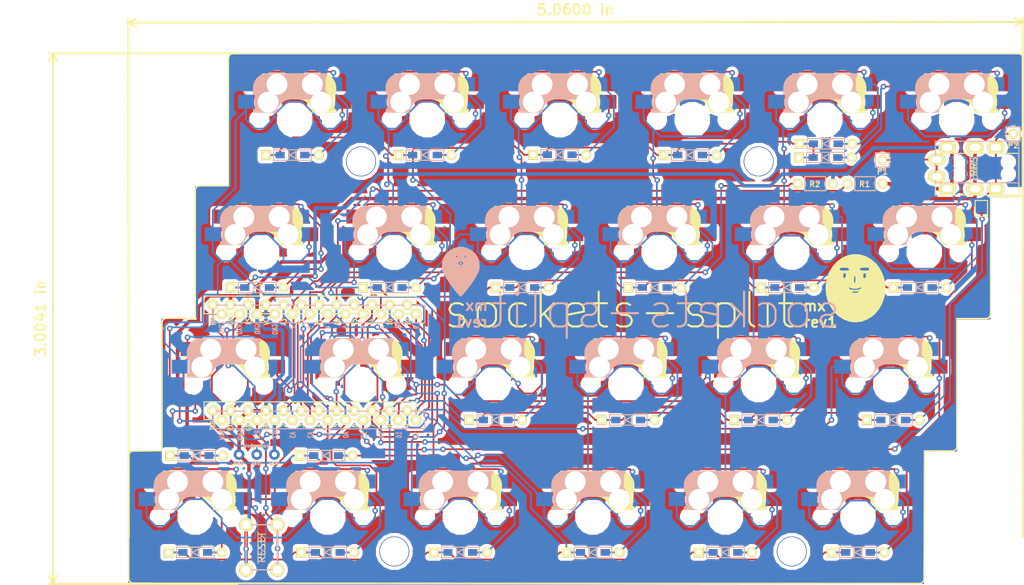
<source format=kicad_pcb>
(kicad_pcb (version 20171130) (host pcbnew "(5.0.2)-1")
  (title_block (title sockets-split) (date 2019-01-06) (rev 1) (company mukko))
  (layers (0 F.Cu signal) (31 B.Cu signal) (34 B.Paste user hide) (35 F.Paste user hide) (36 B.SilkS user) (37 F.SilkS user) (38 B.Mask user hide) (39 F.Mask user hide) (44 Edge.Cuts user hide))
  (net 0 "")
  (net 1 "Net-(D1-Pad2)")
  (net 2 row0)
  (net 3 "Net-(D2-Pad2)")
  (net 4 "Net-(D3-Pad2)")
  (net 5 "Net-(D4-Pad2)")
  (net 6 "Net-(D5-Pad2)")
  (net 7 "Net-(D6-Pad2)")
  (net 8 "Net-(D7-Pad2)")
  (net 9 row1)
  (net 10 "Net-(D8-Pad2)")
  (net 11 "Net-(D9-Pad2)")
  (net 12 "Net-(D10-Pad2)")
  (net 13 "Net-(D11-Pad2)")
  (net 14 "Net-(D12-Pad2)")
  (net 15 "Net-(D13-Pad2)")
  (net 16 row2)
  (net 17 "Net-(D14-Pad2)")
  (net 18 "Net-(D15-Pad2)")
  (net 19 "Net-(D16-Pad2)")
  (net 20 "Net-(D17-Pad2)")
  (net 21 "Net-(D18-Pad2)")
  (net 22 "Net-(D19-Pad2)")
  (net 23 row3)
  (net 24 "Net-(D20-Pad2)")
  (net 25 "Net-(D21-Pad2)")
  (net 26 "Net-(D22-Pad2)")
  (net 27 "Net-(D23-Pad2)")
  (net 28 "Net-(D24-Pad2)")
  (net 29 VCC)
  (net 30 LED)
  (net 31 GND)
  (net 32 data)
  (net 33 RESET)
  (net 34 col0)
  (net 35 col1)
  (net 36 col2)
  (net 37 col3)
  (net 38 col4)
  (net 39 col5)
  (net 40 "Net-(U1-Pad24)")
  (net 41 "Net-(U1-Pad20)")
  (net 42 "Net-(U1-Pad19)")
  (net 43 "Net-(U1-Pad8)")
  (net 44 "Net-(U1-Pad7)")
  (net 45 SDA)
  (net 46 SCL)
  (net 47 "Net-(J2-PadA)")
  (net 48 "Net-(J2-PadB)")
  (module kbd:JPC2 (layer F.Cu) (at 213.5632 74.22642 90)
    (fp_text reference "")
    (fp_text value "" hide)
    (pad "" smd rect (at 0 0 180) (size 0.381 0.381) (layers F.Cu F.Paste F.Mask) (clearance 0.00254))
    (pad 2 smd rect (at 0.50038 0 90) (size 0.635 1.143) (layers F.Cu F.Paste F.Mask) (net 48 "Net-(J2-PadB)") (clearance 0.1905))
    (pad 1 smd rect (at -0.50038 0 90) (size 0.635 1.143) (layers F.Cu F.Paste F.Mask) (net 32 data) (clearance 0.1905))
  )
  (module kbd:CherryMX_Hotswap (layer F.Cu) (at 181.5465 99.568)
    (fp_text reference SW18 hide)
    (fp_text value SW_PUSH hide)
    (pad 2 smd rect (at 5.7 -5.12 180) (size 2.3 2) (layers B.Cu B.Paste B.Mask) (net 20 "Net-(D17-Pad2)"))
    (pad "" np_thru_hole circle (at -5.08 0) (size 1.9 1.9) (drill 1.9) (layers *.Cu *.Mask F.SilkS))
    (pad "" np_thru_hole circle (at 5.08 0) (size 1.9 1.9) (drill 1.9) (layers *.Cu *.Mask F.SilkS))
    (pad "" np_thru_hole circle (at 0 0 90) (size 4.1 4.1) (drill 4.1) (layers *.Cu *.Mask F.SilkS))
    (pad "" np_thru_hole circle (at 2.54 -5.08 180) (size 3 3) (drill 3) (layers *.Cu *.Mask))
    (pad "" np_thru_hole circle (at 3.81 -2.540001 180) (size 3 3) (drill 3) (layers *.Cu *.Mask))
    (pad "" np_thru_hole circle (at -2.54 -5.08 180) (size 3 3) (drill 3) (layers *.Cu *.Mask))
    (pad "" np_thru_hole circle (at -3.81 -2.54 180) (size 3 3) (drill 3) (layers *.Cu *.Mask))
    (pad 2 smd rect (at -5.7 -5.12 180) (size 2.3 2) (layers F.Cu F.Paste F.Mask) (net 20 "Net-(D17-Pad2)"))
    (pad 1 smd rect (at 7 -2.58 180) (size 2.3 2) (layers F.Cu F.Paste F.Mask) (net 38 col4))
    (pad 1 smd rect (at -7 -2.58 180) (size 2.3 2) (layers B.Cu B.Paste B.Mask) (net 38 col4))
  )
  (module kbd:CherryMX_Hotswap (layer F.Cu) (at 195.834 118.618)
    (fp_text reference SW25 hide)
    (fp_text value SW_PUSH hide)
    (pad 2 smd rect (at 5.7 -5.12 180) (size 2.3 2) (layers B.Cu B.Paste B.Mask) (net 28 "Net-(D24-Pad2)"))
    (pad "" np_thru_hole circle (at -5.08 0) (size 1.9 1.9) (drill 1.9) (layers *.Cu *.Mask F.SilkS))
    (pad "" np_thru_hole circle (at 5.08 0) (size 1.9 1.9) (drill 1.9) (layers *.Cu *.Mask F.SilkS))
    (pad "" np_thru_hole circle (at 0 0 90) (size 4.1 4.1) (drill 4.1) (layers *.Cu *.Mask F.SilkS))
    (pad "" np_thru_hole circle (at 2.54 -5.08 180) (size 3 3) (drill 3) (layers *.Cu *.Mask))
    (pad "" np_thru_hole circle (at 3.81 -2.540001 180) (size 3 3) (drill 3) (layers *.Cu *.Mask))
    (pad "" np_thru_hole circle (at -2.54 -5.08 180) (size 3 3) (drill 3) (layers *.Cu *.Mask))
    (pad "" np_thru_hole circle (at -3.81 -2.54 180) (size 3 3) (drill 3) (layers *.Cu *.Mask))
    (pad 2 smd rect (at -5.7 -5.12 180) (size 2.3 2) (layers F.Cu F.Paste F.Mask) (net 28 "Net-(D24-Pad2)"))
    (pad 1 smd rect (at 7 -2.58 180) (size 2.3 2) (layers F.Cu F.Paste F.Mask) (net 39 col5))
    (pad 1 smd rect (at -7 -2.58 180) (size 2.3 2) (layers B.Cu B.Paste B.Mask) (net 39 col5))
  )
  (module kbd:D3_TH_SMD (layer F.Cu) (at 114.554 66.548)
    (fp_text reference D1 hide)
    (fp_text value D hide)
    (pad 2 smd rect (at 1.775 0) (size 1.3 0.95) (layers F.Cu F.Paste F.Mask) (net 1 "Net-(D1-Pad2)"))
    (pad 2 thru_hole circle (at 3.81 0) (size 1.397 1.397) (drill 0.8128) (layers *.Cu *.Mask F.SilkS) (net 1 "Net-(D1-Pad2)"))
    (pad 1 thru_hole rect (at -3.81 0) (size 1.397 1.397) (drill 0.8128) (layers *.Cu *.Mask F.SilkS) (net 2 row0))
    (pad 1 smd rect (at -1.775 0) (size 1.3 0.95) (layers B.Cu B.Paste B.Mask) (net 2 row0))
    (pad 2 smd rect (at 1.775 0) (size 1.3 0.95) (layers B.Cu B.Paste B.Mask) (net 1 "Net-(D1-Pad2)"))
    (pad 1 smd rect (at -1.775 0) (size 1.3 0.95) (layers F.Cu F.Paste F.Mask) (net 2 row0))
  )
  (module kbd:D3_TH_SMD (layer F.Cu) (at 133.604 66.548)
    (fp_text reference D2 hide)
    (fp_text value D hide)
    (pad 1 smd rect (at -1.775 0) (size 1.3 0.95) (layers F.Cu F.Paste F.Mask) (net 2 row0))
    (pad 2 smd rect (at 1.775 0) (size 1.3 0.95) (layers B.Cu B.Paste B.Mask) (net 3 "Net-(D2-Pad2)"))
    (pad 1 smd rect (at -1.775 0) (size 1.3 0.95) (layers B.Cu B.Paste B.Mask) (net 2 row0))
    (pad 1 thru_hole rect (at -3.81 0) (size 1.397 1.397) (drill 0.8128) (layers *.Cu *.Mask F.SilkS) (net 2 row0))
    (pad 2 thru_hole circle (at 3.81 0) (size 1.397 1.397) (drill 0.8128) (layers *.Cu *.Mask F.SilkS) (net 3 "Net-(D2-Pad2)"))
    (pad 2 smd rect (at 1.775 0) (size 1.3 0.95) (layers F.Cu F.Paste F.Mask) (net 3 "Net-(D2-Pad2)"))
  )
  (module kbd:D3_TH_SMD (layer F.Cu) (at 152.9588 66.4972)
    (fp_text reference D3 hide)
    (fp_text value D hide)
    (pad 1 smd rect (at -1.775 0) (size 1.3 0.95) (layers F.Cu F.Paste F.Mask) (net 2 row0))
    (pad 2 smd rect (at 1.775 0) (size 1.3 0.95) (layers B.Cu B.Paste B.Mask) (net 4 "Net-(D3-Pad2)"))
    (pad 1 smd rect (at -1.775 0) (size 1.3 0.95) (layers B.Cu B.Paste B.Mask) (net 2 row0))
    (pad 1 thru_hole rect (at -3.81 0) (size 1.397 1.397) (drill 0.8128) (layers *.Cu *.Mask F.SilkS) (net 2 row0))
    (pad 2 thru_hole circle (at 3.81 0) (size 1.397 1.397) (drill 0.8128) (layers *.Cu *.Mask F.SilkS) (net 4 "Net-(D3-Pad2)"))
    (pad 2 smd rect (at 1.775 0) (size 1.3 0.95) (layers F.Cu F.Paste F.Mask) (net 4 "Net-(D3-Pad2)"))
  )
  (module kbd:D3_TH_SMD (layer F.Cu) (at 171.704 66.548)
    (fp_text reference D4 hide)
    (fp_text value D hide)
    (pad 2 smd rect (at 1.775 0) (size 1.3 0.95) (layers F.Cu F.Paste F.Mask) (net 5 "Net-(D4-Pad2)"))
    (pad 2 thru_hole circle (at 3.81 0) (size 1.397 1.397) (drill 0.8128) (layers *.Cu *.Mask F.SilkS) (net 5 "Net-(D4-Pad2)"))
    (pad 1 thru_hole rect (at -3.81 0) (size 1.397 1.397) (drill 0.8128) (layers *.Cu *.Mask F.SilkS) (net 2 row0))
    (pad 1 smd rect (at -1.775 0) (size 1.3 0.95) (layers B.Cu B.Paste B.Mask) (net 2 row0))
    (pad 2 smd rect (at 1.775 0) (size 1.3 0.95) (layers B.Cu B.Paste B.Mask) (net 5 "Net-(D4-Pad2)"))
    (pad 1 smd rect (at -1.775 0) (size 1.3 0.95) (layers F.Cu F.Paste F.Mask) (net 2 row0))
  )
  (module kbd:D3_TH_SMD (layer F.Cu) (at 191.2112 64.9224)
    (fp_text reference D5 hide)
    (fp_text value D hide)
    (pad 2 smd rect (at 1.775 0) (size 1.3 0.95) (layers F.Cu F.Paste F.Mask) (net 6 "Net-(D5-Pad2)"))
    (pad 2 thru_hole circle (at 3.81 0) (size 1.397 1.397) (drill 0.8128) (layers *.Cu *.Mask F.SilkS) (net 6 "Net-(D5-Pad2)"))
    (pad 1 thru_hole rect (at -3.81 0) (size 1.397 1.397) (drill 0.8128) (layers *.Cu *.Mask F.SilkS) (net 2 row0))
    (pad 1 smd rect (at -1.775 0) (size 1.3 0.95) (layers B.Cu B.Paste B.Mask) (net 2 row0))
    (pad 2 smd rect (at 1.775 0) (size 1.3 0.95) (layers B.Cu B.Paste B.Mask) (net 6 "Net-(D5-Pad2)"))
    (pad 1 smd rect (at -1.775 0) (size 1.3 0.95) (layers F.Cu F.Paste F.Mask) (net 2 row0))
  )
  (module kbd:D3_TH_SMD (layer F.Cu) (at 191.1604 66.9036)
    (fp_text reference D6 hide)
    (fp_text value D hide)
    (pad 1 smd rect (at -1.775 0) (size 1.3 0.95) (layers F.Cu F.Paste F.Mask) (net 2 row0))
    (pad 2 smd rect (at 1.775 0) (size 1.3 0.95) (layers B.Cu B.Paste B.Mask) (net 7 "Net-(D6-Pad2)"))
    (pad 1 smd rect (at -1.775 0) (size 1.3 0.95) (layers B.Cu B.Paste B.Mask) (net 2 row0))
    (pad 1 thru_hole rect (at -3.81 0) (size 1.397 1.397) (drill 0.8128) (layers *.Cu *.Mask F.SilkS) (net 2 row0))
    (pad 2 thru_hole circle (at 3.81 0) (size 1.397 1.397) (drill 0.8128) (layers *.Cu *.Mask F.SilkS) (net 7 "Net-(D6-Pad2)"))
    (pad 2 smd rect (at 1.775 0) (size 1.3 0.95) (layers F.Cu F.Paste F.Mask) (net 7 "Net-(D6-Pad2)"))
  )
  (module kbd:D3_TH_SMD (layer F.Cu) (at 109.474 85.598)
    (fp_text reference D7 hide)
    (fp_text value D hide)
    (pad 2 smd rect (at 1.775 0) (size 1.3 0.95) (layers F.Cu F.Paste F.Mask) (net 8 "Net-(D7-Pad2)"))
    (pad 2 thru_hole circle (at 3.81 0) (size 1.397 1.397) (drill 0.8128) (layers *.Cu *.Mask F.SilkS) (net 8 "Net-(D7-Pad2)"))
    (pad 1 thru_hole rect (at -3.81 0) (size 1.397 1.397) (drill 0.8128) (layers *.Cu *.Mask F.SilkS) (net 9 row1))
    (pad 1 smd rect (at -1.775 0) (size 1.3 0.95) (layers B.Cu B.Paste B.Mask) (net 9 row1))
    (pad 2 smd rect (at 1.775 0) (size 1.3 0.95) (layers B.Cu B.Paste B.Mask) (net 8 "Net-(D7-Pad2)"))
    (pad 1 smd rect (at -1.775 0) (size 1.3 0.95) (layers F.Cu F.Paste F.Mask) (net 9 row1))
  )
  (module kbd:D3_TH_SMD (layer F.Cu) (at 128.524 85.598)
    (fp_text reference D8 hide)
    (fp_text value D hide)
    (pad 1 smd rect (at -1.775 0) (size 1.3 0.95) (layers F.Cu F.Paste F.Mask) (net 9 row1))
    (pad 2 smd rect (at 1.775 0) (size 1.3 0.95) (layers B.Cu B.Paste B.Mask) (net 10 "Net-(D8-Pad2)"))
    (pad 1 smd rect (at -1.775 0) (size 1.3 0.95) (layers B.Cu B.Paste B.Mask) (net 9 row1))
    (pad 1 thru_hole rect (at -3.81 0) (size 1.397 1.397) (drill 0.8128) (layers *.Cu *.Mask F.SilkS) (net 9 row1))
    (pad 2 thru_hole circle (at 3.81 0) (size 1.397 1.397) (drill 0.8128) (layers *.Cu *.Mask F.SilkS) (net 10 "Net-(D8-Pad2)"))
    (pad 2 smd rect (at 1.775 0) (size 1.3 0.95) (layers F.Cu F.Paste F.Mask) (net 10 "Net-(D8-Pad2)"))
  )
  (module kbd:D3_TH_SMD (layer F.Cu) (at 147.574 85.598)
    (fp_text reference D9 hide)
    (fp_text value D hide)
    (pad 1 smd rect (at -1.775 0) (size 1.3 0.95) (layers F.Cu F.Paste F.Mask) (net 9 row1))
    (pad 2 smd rect (at 1.775 0) (size 1.3 0.95) (layers B.Cu B.Paste B.Mask) (net 11 "Net-(D9-Pad2)"))
    (pad 1 smd rect (at -1.775 0) (size 1.3 0.95) (layers B.Cu B.Paste B.Mask) (net 9 row1))
    (pad 1 thru_hole rect (at -3.81 0) (size 1.397 1.397) (drill 0.8128) (layers *.Cu *.Mask F.SilkS) (net 9 row1))
    (pad 2 thru_hole circle (at 3.81 0) (size 1.397 1.397) (drill 0.8128) (layers *.Cu *.Mask F.SilkS) (net 11 "Net-(D9-Pad2)"))
    (pad 2 smd rect (at 1.775 0) (size 1.3 0.95) (layers F.Cu F.Paste F.Mask) (net 11 "Net-(D9-Pad2)"))
  )
  (module kbd:D3_TH_SMD (layer F.Cu) (at 166.624 85.598)
    (fp_text reference D10 hide)
    (fp_text value D hide)
    (pad 2 smd rect (at 1.775 0) (size 1.3 0.95) (layers F.Cu F.Paste F.Mask) (net 12 "Net-(D10-Pad2)"))
    (pad 2 thru_hole circle (at 3.81 0) (size 1.397 1.397) (drill 0.8128) (layers *.Cu *.Mask F.SilkS) (net 12 "Net-(D10-Pad2)"))
    (pad 1 thru_hole rect (at -3.81 0) (size 1.397 1.397) (drill 0.8128) (layers *.Cu *.Mask F.SilkS) (net 9 row1))
    (pad 1 smd rect (at -1.775 0) (size 1.3 0.95) (layers B.Cu B.Paste B.Mask) (net 9 row1))
    (pad 2 smd rect (at 1.775 0) (size 1.3 0.95) (layers B.Cu B.Paste B.Mask) (net 12 "Net-(D10-Pad2)"))
    (pad 1 smd rect (at -1.775 0) (size 1.3 0.95) (layers F.Cu F.Paste F.Mask) (net 9 row1))
  )
  (module kbd:D3_TH_SMD (layer F.Cu) (at 185.674 85.598)
    (fp_text reference D11 hide)
    (fp_text value D hide)
    (pad 2 smd rect (at 1.775 0) (size 1.3 0.95) (layers F.Cu F.Paste F.Mask) (net 13 "Net-(D11-Pad2)"))
    (pad 2 thru_hole circle (at 3.81 0) (size 1.397 1.397) (drill 0.8128) (layers *.Cu *.Mask F.SilkS) (net 13 "Net-(D11-Pad2)"))
    (pad 1 thru_hole rect (at -3.81 0) (size 1.397 1.397) (drill 0.8128) (layers *.Cu *.Mask F.SilkS) (net 9 row1))
    (pad 1 smd rect (at -1.775 0) (size 1.3 0.95) (layers B.Cu B.Paste B.Mask) (net 9 row1))
    (pad 2 smd rect (at 1.775 0) (size 1.3 0.95) (layers B.Cu B.Paste B.Mask) (net 13 "Net-(D11-Pad2)"))
    (pad 1 smd rect (at -1.775 0) (size 1.3 0.95) (layers F.Cu F.Paste F.Mask) (net 9 row1))
  )
  (module kbd:D3_TH_SMD (layer F.Cu) (at 204.724 85.598)
    (fp_text reference D12 hide)
    (fp_text value D hide)
    (pad 1 smd rect (at -1.775 0) (size 1.3 0.95) (layers F.Cu F.Paste F.Mask) (net 9 row1))
    (pad 2 smd rect (at 1.775 0) (size 1.3 0.95) (layers B.Cu B.Paste B.Mask) (net 14 "Net-(D12-Pad2)"))
    (pad 1 smd rect (at -1.775 0) (size 1.3 0.95) (layers B.Cu B.Paste B.Mask) (net 9 row1))
    (pad 1 thru_hole rect (at -3.81 0) (size 1.397 1.397) (drill 0.8128) (layers *.Cu *.Mask F.SilkS) (net 9 row1))
    (pad 2 thru_hole circle (at 3.81 0) (size 1.397 1.397) (drill 0.8128) (layers *.Cu *.Mask F.SilkS) (net 14 "Net-(D12-Pad2)"))
    (pad 2 smd rect (at 1.775 0) (size 1.3 0.95) (layers F.Cu F.Paste F.Mask) (net 14 "Net-(D12-Pad2)"))
  )
  (module kbd:D3_TH_SMD (layer F.Cu) (at 100.7872 109.7788)
    (fp_text reference D13 hide)
    (fp_text value D hide)
    (pad 1 smd rect (at -1.775 0) (size 1.3 0.95) (layers F.Cu F.Paste F.Mask) (net 16 row2))
    (pad 2 smd rect (at 1.775 0) (size 1.3 0.95) (layers B.Cu B.Paste B.Mask) (net 15 "Net-(D13-Pad2)"))
    (pad 1 smd rect (at -1.775 0) (size 1.3 0.95) (layers B.Cu B.Paste B.Mask) (net 16 row2))
    (pad 1 thru_hole rect (at -3.81 0) (size 1.397 1.397) (drill 0.8128) (layers *.Cu *.Mask F.SilkS) (net 16 row2))
    (pad 2 thru_hole circle (at 3.81 0) (size 1.397 1.397) (drill 0.8128) (layers *.Cu *.Mask F.SilkS) (net 15 "Net-(D13-Pad2)"))
    (pad 2 smd rect (at 1.775 0) (size 1.3 0.95) (layers F.Cu F.Paste F.Mask) (net 15 "Net-(D13-Pad2)"))
  )
  (module kbd:D3_TH_SMD (layer F.Cu) (at 119.38 109.7788)
    (fp_text reference D14 hide)
    (fp_text value D hide)
    (pad 2 smd rect (at 1.775 0) (size 1.3 0.95) (layers F.Cu F.Paste F.Mask) (net 17 "Net-(D14-Pad2)"))
    (pad 2 thru_hole circle (at 3.81 0) (size 1.397 1.397) (drill 0.8128) (layers *.Cu *.Mask F.SilkS) (net 17 "Net-(D14-Pad2)"))
    (pad 1 thru_hole rect (at -3.81 0) (size 1.397 1.397) (drill 0.8128) (layers *.Cu *.Mask F.SilkS) (net 16 row2))
    (pad 1 smd rect (at -1.775 0) (size 1.3 0.95) (layers B.Cu B.Paste B.Mask) (net 16 row2))
    (pad 2 smd rect (at 1.775 0) (size 1.3 0.95) (layers B.Cu B.Paste B.Mask) (net 17 "Net-(D14-Pad2)"))
    (pad 1 smd rect (at -1.775 0) (size 1.3 0.95) (layers F.Cu F.Paste F.Mask) (net 16 row2))
  )
  (module kbd:D3_TH_SMD (layer F.Cu) (at 143.764 104.648)
    (fp_text reference D15 hide)
    (fp_text value D hide)
    (pad 1 smd rect (at -1.775 0) (size 1.3 0.95) (layers F.Cu F.Paste F.Mask) (net 16 row2))
    (pad 2 smd rect (at 1.775 0) (size 1.3 0.95) (layers B.Cu B.Paste B.Mask) (net 18 "Net-(D15-Pad2)"))
    (pad 1 smd rect (at -1.775 0) (size 1.3 0.95) (layers B.Cu B.Paste B.Mask) (net 16 row2))
    (pad 1 thru_hole rect (at -3.81 0) (size 1.397 1.397) (drill 0.8128) (layers *.Cu *.Mask F.SilkS) (net 16 row2))
    (pad 2 thru_hole circle (at 3.81 0) (size 1.397 1.397) (drill 0.8128) (layers *.Cu *.Mask F.SilkS) (net 18 "Net-(D15-Pad2)"))
    (pad 2 smd rect (at 1.775 0) (size 1.3 0.95) (layers F.Cu F.Paste F.Mask) (net 18 "Net-(D15-Pad2)"))
  )
  (module kbd:D3_TH_SMD (layer F.Cu) (at 162.814 104.648)
    (fp_text reference D16 hide)
    (fp_text value D hide)
    (pad 2 smd rect (at 1.775 0) (size 1.3 0.95) (layers F.Cu F.Paste F.Mask) (net 19 "Net-(D16-Pad2)"))
    (pad 2 thru_hole circle (at 3.81 0) (size 1.397 1.397) (drill 0.8128) (layers *.Cu *.Mask F.SilkS) (net 19 "Net-(D16-Pad2)"))
    (pad 1 thru_hole rect (at -3.81 0) (size 1.397 1.397) (drill 0.8128) (layers *.Cu *.Mask F.SilkS) (net 16 row2))
    (pad 1 smd rect (at -1.775 0) (size 1.3 0.95) (layers B.Cu B.Paste B.Mask) (net 16 row2))
    (pad 2 smd rect (at 1.775 0) (size 1.3 0.95) (layers B.Cu B.Paste B.Mask) (net 19 "Net-(D16-Pad2)"))
    (pad 1 smd rect (at -1.775 0) (size 1.3 0.95) (layers F.Cu F.Paste F.Mask) (net 16 row2))
  )
  (module kbd:D3_TH_SMD (layer F.Cu) (at 181.864 104.648)
    (fp_text reference D17 hide)
    (fp_text value D hide)
    (pad 1 smd rect (at -1.775 0) (size 1.3 0.95) (layers F.Cu F.Paste F.Mask) (net 16 row2))
    (pad 2 smd rect (at 1.775 0) (size 1.3 0.95) (layers B.Cu B.Paste B.Mask) (net 20 "Net-(D17-Pad2)"))
    (pad 1 smd rect (at -1.775 0) (size 1.3 0.95) (layers B.Cu B.Paste B.Mask) (net 16 row2))
    (pad 1 thru_hole rect (at -3.81 0) (size 1.397 1.397) (drill 0.8128) (layers *.Cu *.Mask F.SilkS) (net 16 row2))
    (pad 2 thru_hole circle (at 3.81 0) (size 1.397 1.397) (drill 0.8128) (layers *.Cu *.Mask F.SilkS) (net 20 "Net-(D17-Pad2)"))
    (pad 2 smd rect (at 1.775 0) (size 1.3 0.95) (layers F.Cu F.Paste F.Mask) (net 20 "Net-(D17-Pad2)"))
  )
  (module kbd:D3_TH_SMD (layer F.Cu) (at 200.914 104.648)
    (fp_text reference D18 hide)
    (fp_text value D hide)
    (pad 2 smd rect (at 1.775 0) (size 1.3 0.95) (layers F.Cu F.Paste F.Mask) (net 21 "Net-(D18-Pad2)"))
    (pad 2 thru_hole circle (at 3.81 0) (size 1.397 1.397) (drill 0.8128) (layers *.Cu *.Mask F.SilkS) (net 21 "Net-(D18-Pad2)"))
    (pad 1 thru_hole rect (at -3.81 0) (size 1.397 1.397) (drill 0.8128) (layers *.Cu *.Mask F.SilkS) (net 16 row2))
    (pad 1 smd rect (at -1.775 0) (size 1.3 0.95) (layers B.Cu B.Paste B.Mask) (net 16 row2))
    (pad 2 smd rect (at 1.775 0) (size 1.3 0.95) (layers B.Cu B.Paste B.Mask) (net 21 "Net-(D18-Pad2)"))
    (pad 1 smd rect (at -1.775 0) (size 1.3 0.95) (layers F.Cu F.Paste F.Mask) (net 16 row2))
  )
  (module kbd:D3_TH_SMD (layer F.Cu) (at 100.584 123.698)
    (fp_text reference D19 hide)
    (fp_text value D hide)
    (pad 1 smd rect (at -1.775 0) (size 1.3 0.95) (layers F.Cu F.Paste F.Mask) (net 23 row3))
    (pad 2 smd rect (at 1.775 0) (size 1.3 0.95) (layers B.Cu B.Paste B.Mask) (net 22 "Net-(D19-Pad2)"))
    (pad 1 smd rect (at -1.775 0) (size 1.3 0.95) (layers B.Cu B.Paste B.Mask) (net 23 row3))
    (pad 1 thru_hole rect (at -3.81 0) (size 1.397 1.397) (drill 0.8128) (layers *.Cu *.Mask F.SilkS) (net 23 row3))
    (pad 2 thru_hole circle (at 3.81 0) (size 1.397 1.397) (drill 0.8128) (layers *.Cu *.Mask F.SilkS) (net 22 "Net-(D19-Pad2)"))
    (pad 2 smd rect (at 1.775 0) (size 1.3 0.95) (layers F.Cu F.Paste F.Mask) (net 22 "Net-(D19-Pad2)"))
  )
  (module kbd:D3_TH_SMD (layer F.Cu) (at 119.634 123.698)
    (fp_text reference D20 hide)
    (fp_text value D hide)
    (pad 2 smd rect (at 1.775 0) (size 1.3 0.95) (layers F.Cu F.Paste F.Mask) (net 24 "Net-(D20-Pad2)"))
    (pad 2 thru_hole circle (at 3.81 0) (size 1.397 1.397) (drill 0.8128) (layers *.Cu *.Mask F.SilkS) (net 24 "Net-(D20-Pad2)"))
    (pad 1 thru_hole rect (at -3.81 0) (size 1.397 1.397) (drill 0.8128) (layers *.Cu *.Mask F.SilkS) (net 23 row3))
    (pad 1 smd rect (at -1.775 0) (size 1.3 0.95) (layers B.Cu B.Paste B.Mask) (net 23 row3))
    (pad 2 smd rect (at 1.775 0) (size 1.3 0.95) (layers B.Cu B.Paste B.Mask) (net 24 "Net-(D20-Pad2)"))
    (pad 1 smd rect (at -1.775 0) (size 1.3 0.95) (layers F.Cu F.Paste F.Mask) (net 23 row3))
  )
  (module kbd:D3_TH_SMD (layer F.Cu) (at 138.684 123.698)
    (fp_text reference D21 hide)
    (fp_text value D hide)
    (pad 1 smd rect (at -1.775 0) (size 1.3 0.95) (layers F.Cu F.Paste F.Mask) (net 23 row3))
    (pad 2 smd rect (at 1.775 0) (size 1.3 0.95) (layers B.Cu B.Paste B.Mask) (net 25 "Net-(D21-Pad2)"))
    (pad 1 smd rect (at -1.775 0) (size 1.3 0.95) (layers B.Cu B.Paste B.Mask) (net 23 row3))
    (pad 1 thru_hole rect (at -3.81 0) (size 1.397 1.397) (drill 0.8128) (layers *.Cu *.Mask F.SilkS) (net 23 row3))
    (pad 2 thru_hole circle (at 3.81 0) (size 1.397 1.397) (drill 0.8128) (layers *.Cu *.Mask F.SilkS) (net 25 "Net-(D21-Pad2)"))
    (pad 2 smd rect (at 1.775 0) (size 1.3 0.95) (layers F.Cu F.Paste F.Mask) (net 25 "Net-(D21-Pad2)"))
  )
  (module kbd:D3_TH_SMD (layer F.Cu) (at 157.734 123.698)
    (fp_text reference D22 hide)
    (fp_text value D hide)
    (pad 2 smd rect (at 1.775 0) (size 1.3 0.95) (layers F.Cu F.Paste F.Mask) (net 26 "Net-(D22-Pad2)"))
    (pad 2 thru_hole circle (at 3.81 0) (size 1.397 1.397) (drill 0.8128) (layers *.Cu *.Mask F.SilkS) (net 26 "Net-(D22-Pad2)"))
    (pad 1 thru_hole rect (at -3.81 0) (size 1.397 1.397) (drill 0.8128) (layers *.Cu *.Mask F.SilkS) (net 23 row3))
    (pad 1 smd rect (at -1.775 0) (size 1.3 0.95) (layers B.Cu B.Paste B.Mask) (net 23 row3))
    (pad 2 smd rect (at 1.775 0) (size 1.3 0.95) (layers B.Cu B.Paste B.Mask) (net 26 "Net-(D22-Pad2)"))
    (pad 1 smd rect (at -1.775 0) (size 1.3 0.95) (layers F.Cu F.Paste F.Mask) (net 23 row3))
  )
  (module kbd:D3_TH_SMD (layer F.Cu) (at 176.784 123.698)
    (fp_text reference D23 hide)
    (fp_text value D hide)
    (pad 1 smd rect (at -1.775 0) (size 1.3 0.95) (layers F.Cu F.Paste F.Mask) (net 23 row3))
    (pad 2 smd rect (at 1.775 0) (size 1.3 0.95) (layers B.Cu B.Paste B.Mask) (net 27 "Net-(D23-Pad2)"))
    (pad 1 smd rect (at -1.775 0) (size 1.3 0.95) (layers B.Cu B.Paste B.Mask) (net 23 row3))
    (pad 1 thru_hole rect (at -3.81 0) (size 1.397 1.397) (drill 0.8128) (layers *.Cu *.Mask F.SilkS) (net 23 row3))
    (pad 2 thru_hole circle (at 3.81 0) (size 1.397 1.397) (drill 0.8128) (layers *.Cu *.Mask F.SilkS) (net 27 "Net-(D23-Pad2)"))
    (pad 2 smd rect (at 1.775 0) (size 1.3 0.95) (layers F.Cu F.Paste F.Mask) (net 27 "Net-(D23-Pad2)"))
  )
  (module kbd:D3_TH_SMD (layer F.Cu) (at 195.834 123.698)
    (fp_text reference D24 hide)
    (fp_text value D hide)
    (pad 2 smd rect (at 1.775 0) (size 1.3 0.95) (layers F.Cu F.Paste F.Mask) (net 28 "Net-(D24-Pad2)"))
    (pad 2 thru_hole circle (at 3.81 0) (size 1.397 1.397) (drill 0.8128) (layers *.Cu *.Mask F.SilkS) (net 28 "Net-(D24-Pad2)"))
    (pad 1 thru_hole rect (at -3.81 0) (size 1.397 1.397) (drill 0.8128) (layers *.Cu *.Mask F.SilkS) (net 23 row3))
    (pad 1 smd rect (at -1.775 0) (size 1.3 0.95) (layers B.Cu B.Paste B.Mask) (net 23 row3))
    (pad 2 smd rect (at 1.775 0) (size 1.3 0.95) (layers B.Cu B.Paste B.Mask) (net 28 "Net-(D24-Pad2)"))
    (pad 1 smd rect (at -1.775 0) (size 1.3 0.95) (layers F.Cu F.Paste F.Mask) (net 23 row3))
  )
  (module kbd:StripLED_THT (layer F.Cu) (at 106.8832 109.6264)
    (fp_text reference Underglow (at 2.54 -1.27) (layer F.SilkS) (effects (font (size 0.5 0.5) (thickness 0.1))))
    (fp_text value LED)
    (pad 1 thru_hole circle (at 0 0) (size 1.524 1.524) (drill 0.762) (layers *.Cu *.Mask) (net 31 GND))
    (pad 2 thru_hole circle (at 2.54 0) (size 1.524 1.524) (drill 0.762) (layers *.Cu *.Mask) (net 30 LED))
    (pad 3 thru_hole circle (at 5.08 0) (size 1.524 1.524) (drill 0.762) (layers *.Cu *.Mask) (net 29 VCC))
  )
  (module kbd:MJ-4PP-9 (layer F.Cu) (at 218.95 69.3 270)
    (fp_text reference J2)
    (fp_text value MJ-4PP-9 hide)
    (fp_text user TRRS (at -0.75 6.45 270) (layer F.SilkS))
    (fp_text user TRRS (at -0.8255 6.4135 270) (layer B.SilkS) (effects (justify mirror)))
    (pad A thru_hole oval (at -2.1 11.8 270) (size 1.7 2.5) (drill oval 1 1.5) (layers *.Cu *.Mask F.SilkS) (net 47 "Net-(J2-PadA)") (clearance 0.15))
    (pad D thru_hole oval (at 2.1 10.3 270) (size 1.7 2.5) (drill oval 1 1.5) (layers *.Cu *.Mask F.SilkS) (net 29 VCC) (clearance 0.15))
    (pad C thru_hole oval (at 2.1 6.3 270) (size 1.7 2.5) (drill oval 1 1.5) (layers *.Cu *.Mask F.SilkS) (net 31 GND))
    (pad B thru_hole oval (at 2.1 3.3 270) (size 1.7 2.5) (drill oval 1 1.5) (layers *.Cu *.Mask F.SilkS) (net 48 "Net-(J2-PadB)"))
    (pad "" np_thru_hole circle (at 0 8.5 270) (size 1.2 1.2) (drill 1.2) (layers *.Cu *.Mask F.SilkS))
    (pad "" np_thru_hole circle (at 0 1.5 270) (size 1.2 1.2) (drill 1.2) (layers *.Cu *.Mask F.SilkS))
    (pad C thru_hole oval (at -3.85 6.3 270) (size 1.7 2.5) (drill oval 1 1.5) (layers *.Cu *.Mask F.SilkS) (net 31 GND))
    (pad B thru_hole oval (at -3.85 3.3 270) (size 1.7 2.5) (drill oval 1 1.5) (layers *.Cu *.Mask F.SilkS) (net 48 "Net-(J2-PadB)"))
    (pad A thru_hole oval (at 0.35 11.8 270) (size 1.7 2.5) (drill oval 1 1.5) (layers *.Cu *.Mask F.SilkS) (net 47 "Net-(J2-PadA)") (clearance 0.15))
    (pad D thru_hole oval (at -3.85 10.3 270) (size 1.7 2.5) (drill oval 1 1.5) (layers *.Cu *.Mask F.SilkS) (net 29 VCC) (clearance 0.15))
    (pad "" np_thru_hole circle (at -1.75 1.5 270) (size 1.2 1.2) (drill 1.2) (layers *.Cu *.Mask F.SilkS))
    (pad "" np_thru_hole circle (at -1.75 8.5 270) (size 1.2 1.2) (drill 1.2) (layers *.Cu *.Mask F.SilkS))
  )
  (module kbd:1pin_conn (layer F.Cu) (at 199.3392 67.2592)
    (fp_text reference P1 (at 0 1.651) (layer F.SilkS) (effects (font (size 0.8128 0.8128))))
    (fp_text value i2c-pin hide)
    (fp_text user ** (at 0 1.651) (layer B.SilkS) (effects (font (size 0.8128 0.8128)) (justify mirror)))
    (pad 1 thru_hole circle (at 0 0) (size 1.397 1.397) (drill 0.8128) (layers *.Cu *.Mask F.SilkS) (net 47 "Net-(J2-PadA)"))
  )
  (module kbd:1pin_conn (layer F.Cu) (at 218.15 63.5)
    (fp_text reference P2 (at 0 1.651) (layer F.SilkS) (effects (font (size 0.8128 0.8128))))
    (fp_text value i2c-pin hide)
    (fp_text user ** (at 0 1.651) (layer B.SilkS) (effects (font (size 0.8128 0.8128)) (justify mirror)))
    (pad 1 thru_hole circle (at 0 0) (size 1.397 1.397) (drill 0.8128) (layers *.Cu *.Mask F.SilkS) (net 48 "Net-(J2-PadB)"))
  )
  (module kbd:R (layer F.Cu) (at 196.85 70.6628 180)
    (fp_text reference R1 (at 0.05 -0.08 180) (layer F.SilkS) (effects (font (size 0.8128 0.8128))))
    (fp_text value R hide)
    (fp_text user ** (at 0 -0.0635 180) (layer B.SilkS) (effects (font (size 0.8128 0.8128)) (justify mirror)))
    (pad 2 thru_hole circle (at 2.54 0 180) (size 1.397 1.397) (drill 0.8128) (layers *.Cu *.Mask F.SilkS) (net 45 SDA))
    (pad 1 thru_hole circle (at -2.54 0 180) (size 1.397 1.397) (drill 0.8128) (layers *.Cu *.Mask F.SilkS) (net 29 VCC))
  )
  (module kbd:R (layer F.Cu) (at 189.6872 70.6628 180)
    (fp_text reference R2 (at 0.05 -0.08 180) (layer F.SilkS) (effects (font (size 0.8128 0.8128))))
    (fp_text value R hide)
    (fp_text user ** (at 0 -0.0635 180) (layer B.SilkS) (effects (font (size 0.8128 0.8128)) (justify mirror)))
    (pad 1 thru_hole circle (at -2.54 0 180) (size 1.397 1.397) (drill 0.8128) (layers *.Cu *.Mask F.SilkS) (net 29 VCC))
    (pad 2 thru_hole circle (at 2.54 0 180) (size 1.397 1.397) (drill 0.8128) (layers *.Cu *.Mask F.SilkS) (net 46 SCL))
  )
  (module kbd:ResetSW_4P (layer F.Cu) (at 110.143471 122.965648 270)
    (fp_text reference SW1 hide)
    (fp_text value RESET_SW)
    (fp_text user RESET (at 0.127 0 270) (layer B.SilkS) (effects (justify mirror)))
    (fp_text user RESET (at 0 0 270) (layer F.SilkS))
    (pad 1 thru_hole circle (at 3.25 -2.25 270) (size 2 2) (drill 1.3) (layers *.Cu *.Mask F.SilkS) (net 33 RESET))
    (pad 1 thru_hole circle (at -3.25 -2.25 270) (size 2 2) (drill 1.3) (layers *.Cu *.Mask F.SilkS) (net 33 RESET))
    (pad 2 thru_hole circle (at -3.25 2.25 270) (size 2 2) (drill 1.3) (layers *.Cu *.Mask F.SilkS) (net 31 GND))
    (pad 2 thru_hole circle (at 3.25 2.25 270) (size 2 2) (drill 1.3) (layers *.Cu *.Mask F.SilkS) (net 31 GND))
  )
  (module kbd:CherryMX_Hotswap (layer F.Cu) (at 114.8715 61.468)
    (fp_text reference SW2 hide)
    (fp_text value SW_PUSH hide)
    (pad 2 smd rect (at 5.7 -5.12 180) (size 2.3 2) (layers B.Cu B.Paste B.Mask) (net 1 "Net-(D1-Pad2)"))
    (pad "" np_thru_hole circle (at -5.08 0) (size 1.9 1.9) (drill 1.9) (layers *.Cu *.Mask F.SilkS))
    (pad "" np_thru_hole circle (at 5.08 0) (size 1.9 1.9) (drill 1.9) (layers *.Cu *.Mask F.SilkS))
    (pad "" np_thru_hole circle (at 0 0 90) (size 4.1 4.1) (drill 4.1) (layers *.Cu *.Mask F.SilkS))
    (pad "" np_thru_hole circle (at 2.54 -5.08 180) (size 3 3) (drill 3) (layers *.Cu *.Mask))
    (pad "" np_thru_hole circle (at 3.81 -2.540001 180) (size 3 3) (drill 3) (layers *.Cu *.Mask))
    (pad "" np_thru_hole circle (at -2.54 -5.08 180) (size 3 3) (drill 3) (layers *.Cu *.Mask))
    (pad "" np_thru_hole circle (at -3.81 -2.54 180) (size 3 3) (drill 3) (layers *.Cu *.Mask))
    (pad 2 smd rect (at -5.7 -5.12 180) (size 2.3 2) (layers F.Cu F.Paste F.Mask) (net 1 "Net-(D1-Pad2)"))
    (pad 1 smd rect (at 7 -2.58 180) (size 2.3 2) (layers F.Cu F.Paste F.Mask) (net 34 col0))
    (pad 1 smd rect (at -7 -2.58 180) (size 2.3 2) (layers B.Cu B.Paste B.Mask) (net 34 col0))
  )
  (module kbd:CherryMX_Hotswap (layer F.Cu) (at 133.9215 61.468)
    (fp_text reference SW3 hide)
    (fp_text value SW_PUSH hide)
    (pad 1 smd rect (at -7 -2.58 180) (size 2.3 2) (layers B.Cu B.Paste B.Mask) (net 35 col1))
    (pad 1 smd rect (at 7 -2.58 180) (size 2.3 2) (layers F.Cu F.Paste F.Mask) (net 35 col1))
    (pad 2 smd rect (at -5.7 -5.12 180) (size 2.3 2) (layers F.Cu F.Paste F.Mask) (net 3 "Net-(D2-Pad2)"))
    (pad "" np_thru_hole circle (at -3.81 -2.54 180) (size 3 3) (drill 3) (layers *.Cu *.Mask))
    (pad "" np_thru_hole circle (at -2.54 -5.08 180) (size 3 3) (drill 3) (layers *.Cu *.Mask))
    (pad "" np_thru_hole circle (at 3.81 -2.540001 180) (size 3 3) (drill 3) (layers *.Cu *.Mask))
    (pad "" np_thru_hole circle (at 2.54 -5.08 180) (size 3 3) (drill 3) (layers *.Cu *.Mask))
    (pad "" np_thru_hole circle (at 0 0 90) (size 4.1 4.1) (drill 4.1) (layers *.Cu *.Mask F.SilkS))
    (pad "" np_thru_hole circle (at 5.08 0) (size 1.9 1.9) (drill 1.9) (layers *.Cu *.Mask F.SilkS))
    (pad "" np_thru_hole circle (at -5.08 0) (size 1.9 1.9) (drill 1.9) (layers *.Cu *.Mask F.SilkS))
    (pad 2 smd rect (at 5.7 -5.12 180) (size 2.3 2) (layers B.Cu B.Paste B.Mask) (net 3 "Net-(D2-Pad2)"))
  )
  (module kbd:CherryMX_Hotswap (layer F.Cu) (at 152.9715 61.468)
    (fp_text reference SW4 hide)
    (fp_text value SW_PUSH hide)
    (pad 2 smd rect (at 5.7 -5.12 180) (size 2.3 2) (layers B.Cu B.Paste B.Mask) (net 4 "Net-(D3-Pad2)"))
    (pad "" np_thru_hole circle (at -5.08 0) (size 1.9 1.9) (drill 1.9) (layers *.Cu *.Mask F.SilkS))
    (pad "" np_thru_hole circle (at 5.08 0) (size 1.9 1.9) (drill 1.9) (layers *.Cu *.Mask F.SilkS))
    (pad "" np_thru_hole circle (at 0 0 90) (size 4.1 4.1) (drill 4.1) (layers *.Cu *.Mask F.SilkS))
    (pad "" np_thru_hole circle (at 2.54 -5.08 180) (size 3 3) (drill 3) (layers *.Cu *.Mask))
    (pad "" np_thru_hole circle (at 3.81 -2.540001 180) (size 3 3) (drill 3) (layers *.Cu *.Mask))
    (pad "" np_thru_hole circle (at -2.54 -5.08 180) (size 3 3) (drill 3) (layers *.Cu *.Mask))
    (pad "" np_thru_hole circle (at -3.81 -2.54 180) (size 3 3) (drill 3) (layers *.Cu *.Mask))
    (pad 2 smd rect (at -5.7 -5.12 180) (size 2.3 2) (layers F.Cu F.Paste F.Mask) (net 4 "Net-(D3-Pad2)"))
    (pad 1 smd rect (at 7 -2.58 180) (size 2.3 2) (layers F.Cu F.Paste F.Mask) (net 36 col2))
    (pad 1 smd rect (at -7 -2.58 180) (size 2.3 2) (layers B.Cu B.Paste B.Mask) (net 36 col2))
  )
  (module kbd:CherryMX_Hotswap (layer F.Cu) (at 172.0215 61.468)
    (fp_text reference SW5 hide)
    (fp_text value SW_PUSH hide)
    (pad 1 smd rect (at -7 -2.58 180) (size 2.3 2) (layers B.Cu B.Paste B.Mask) (net 37 col3))
    (pad 1 smd rect (at 7 -2.58 180) (size 2.3 2) (layers F.Cu F.Paste F.Mask) (net 37 col3))
    (pad 2 smd rect (at -5.7 -5.12 180) (size 2.3 2) (layers F.Cu F.Paste F.Mask) (net 5 "Net-(D4-Pad2)"))
    (pad "" np_thru_hole circle (at -3.81 -2.54 180) (size 3 3) (drill 3) (layers *.Cu *.Mask))
    (pad "" np_thru_hole circle (at -2.54 -5.08 180) (size 3 3) (drill 3) (layers *.Cu *.Mask))
    (pad "" np_thru_hole circle (at 3.81 -2.540001 180) (size 3 3) (drill 3) (layers *.Cu *.Mask))
    (pad "" np_thru_hole circle (at 2.54 -5.08 180) (size 3 3) (drill 3) (layers *.Cu *.Mask))
    (pad "" np_thru_hole circle (at 0 0 90) (size 4.1 4.1) (drill 4.1) (layers *.Cu *.Mask F.SilkS))
    (pad "" np_thru_hole circle (at 5.08 0) (size 1.9 1.9) (drill 1.9) (layers *.Cu *.Mask F.SilkS))
    (pad "" np_thru_hole circle (at -5.08 0) (size 1.9 1.9) (drill 1.9) (layers *.Cu *.Mask F.SilkS))
    (pad 2 smd rect (at 5.7 -5.12 180) (size 2.3 2) (layers B.Cu B.Paste B.Mask) (net 5 "Net-(D4-Pad2)"))
  )
  (module kbd:CherryMX_Hotswap (layer F.Cu) (at 191.0715 61.468)
    (fp_text reference SW6 hide)
    (fp_text value SW_PUSH hide)
    (pad 1 smd rect (at -7 -2.58 180) (size 2.3 2) (layers B.Cu B.Paste B.Mask) (net 38 col4))
    (pad 1 smd rect (at 7 -2.58 180) (size 2.3 2) (layers F.Cu F.Paste F.Mask) (net 38 col4))
    (pad 2 smd rect (at -5.7 -5.12 180) (size 2.3 2) (layers F.Cu F.Paste F.Mask) (net 6 "Net-(D5-Pad2)"))
    (pad "" np_thru_hole circle (at -3.81 -2.54 180) (size 3 3) (drill 3) (layers *.Cu *.Mask))
    (pad "" np_thru_hole circle (at -2.54 -5.08 180) (size 3 3) (drill 3) (layers *.Cu *.Mask))
    (pad "" np_thru_hole circle (at 3.81 -2.540001 180) (size 3 3) (drill 3) (layers *.Cu *.Mask))
    (pad "" np_thru_hole circle (at 2.54 -5.08 180) (size 3 3) (drill 3) (layers *.Cu *.Mask))
    (pad "" np_thru_hole circle (at 0 0 90) (size 4.1 4.1) (drill 4.1) (layers *.Cu *.Mask F.SilkS))
    (pad "" np_thru_hole circle (at 5.08 0) (size 1.9 1.9) (drill 1.9) (layers *.Cu *.Mask F.SilkS))
    (pad "" np_thru_hole circle (at -5.08 0) (size 1.9 1.9) (drill 1.9) (layers *.Cu *.Mask F.SilkS))
    (pad 2 smd rect (at 5.7 -5.12 180) (size 2.3 2) (layers B.Cu B.Paste B.Mask) (net 6 "Net-(D5-Pad2)"))
  )
  (module kbd:CherryMX_Hotswap (layer F.Cu) (at 210.0135 61.468)
    (fp_text reference SW7 hide)
    (fp_text value SW_PUSH hide)
    (pad 1 smd rect (at -7 -2.58 180) (size 2.3 2) (layers B.Cu B.Paste B.Mask) (net 39 col5))
    (pad 1 smd rect (at 7 -2.58 180) (size 2.3 2) (layers F.Cu F.Paste F.Mask) (net 39 col5))
    (pad 2 smd rect (at -5.7 -5.12 180) (size 2.3 2) (layers F.Cu F.Paste F.Mask) (net 7 "Net-(D6-Pad2)"))
    (pad "" np_thru_hole circle (at -3.81 -2.54 180) (size 3 3) (drill 3) (layers *.Cu *.Mask))
    (pad "" np_thru_hole circle (at -2.54 -5.08 180) (size 3 3) (drill 3) (layers *.Cu *.Mask))
    (pad "" np_thru_hole circle (at 3.81 -2.540001 180) (size 3 3) (drill 3) (layers *.Cu *.Mask))
    (pad "" np_thru_hole circle (at 2.54 -5.08 180) (size 3 3) (drill 3) (layers *.Cu *.Mask))
    (pad "" np_thru_hole circle (at 0 0 90) (size 4.1 4.1) (drill 4.1) (layers *.Cu *.Mask F.SilkS))
    (pad "" np_thru_hole circle (at 5.08 0) (size 1.9 1.9) (drill 1.9) (layers *.Cu *.Mask F.SilkS))
    (pad "" np_thru_hole circle (at -5.08 0) (size 1.9 1.9) (drill 1.9) (layers *.Cu *.Mask F.SilkS))
    (pad 2 smd rect (at 5.7 -5.12 180) (size 2.3 2) (layers B.Cu B.Paste B.Mask) (net 7 "Net-(D6-Pad2)"))
  )
  (module kbd:CherryMX_Hotswap (layer F.Cu) (at 110.109 80.518)
    (fp_text reference SW8 hide)
    (fp_text value SW_PUSH hide)
    (pad 2 smd rect (at 5.7 -5.12 180) (size 2.3 2) (layers B.Cu B.Paste B.Mask) (net 8 "Net-(D7-Pad2)"))
    (pad "" np_thru_hole circle (at -5.08 0) (size 1.9 1.9) (drill 1.9) (layers *.Cu *.Mask F.SilkS))
    (pad "" np_thru_hole circle (at 5.08 0) (size 1.9 1.9) (drill 1.9) (layers *.Cu *.Mask F.SilkS))
    (pad "" np_thru_hole circle (at 0 0 90) (size 4.1 4.1) (drill 4.1) (layers *.Cu *.Mask F.SilkS))
    (pad "" np_thru_hole circle (at 2.54 -5.08 180) (size 3 3) (drill 3) (layers *.Cu *.Mask))
    (pad "" np_thru_hole circle (at 3.81 -2.540001 180) (size 3 3) (drill 3) (layers *.Cu *.Mask))
    (pad "" np_thru_hole circle (at -2.54 -5.08 180) (size 3 3) (drill 3) (layers *.Cu *.Mask))
    (pad "" np_thru_hole circle (at -3.81 -2.54 180) (size 3 3) (drill 3) (layers *.Cu *.Mask))
    (pad 2 smd rect (at -5.7 -5.12 180) (size 2.3 2) (layers F.Cu F.Paste F.Mask) (net 8 "Net-(D7-Pad2)"))
    (pad 1 smd rect (at 7 -2.58 180) (size 2.3 2) (layers F.Cu F.Paste F.Mask) (net 34 col0))
    (pad 1 smd rect (at -7 -2.58 180) (size 2.3 2) (layers B.Cu B.Paste B.Mask) (net 34 col0))
  )
  (module kbd:CherryMX_Hotswap (layer F.Cu) (at 129.159 80.518)
    (fp_text reference SW9 hide)
    (fp_text value SW_PUSH hide)
    (pad 2 smd rect (at 5.7 -5.12 180) (size 2.3 2) (layers B.Cu B.Paste B.Mask) (net 10 "Net-(D8-Pad2)"))
    (pad "" np_thru_hole circle (at -5.08 0) (size 1.9 1.9) (drill 1.9) (layers *.Cu *.Mask F.SilkS))
    (pad "" np_thru_hole circle (at 5.08 0) (size 1.9 1.9) (drill 1.9) (layers *.Cu *.Mask F.SilkS))
    (pad "" np_thru_hole circle (at 0 0 90) (size 4.1 4.1) (drill 4.1) (layers *.Cu *.Mask F.SilkS))
    (pad "" np_thru_hole circle (at 2.54 -5.08 180) (size 3 3) (drill 3) (layers *.Cu *.Mask))
    (pad "" np_thru_hole circle (at 3.81 -2.540001 180) (size 3 3) (drill 3) (layers *.Cu *.Mask))
    (pad "" np_thru_hole circle (at -2.54 -5.08 180) (size 3 3) (drill 3) (layers *.Cu *.Mask))
    (pad "" np_thru_hole circle (at -3.81 -2.54 180) (size 3 3) (drill 3) (layers *.Cu *.Mask))
    (pad 2 smd rect (at -5.7 -5.12 180) (size 2.3 2) (layers F.Cu F.Paste F.Mask) (net 10 "Net-(D8-Pad2)"))
    (pad 1 smd rect (at 7 -2.58 180) (size 2.3 2) (layers F.Cu F.Paste F.Mask) (net 35 col1))
    (pad 1 smd rect (at -7 -2.58 180) (size 2.3 2) (layers B.Cu B.Paste B.Mask) (net 35 col1))
  )
  (module kbd:CherryMX_Hotswap (layer F.Cu) (at 148.209 80.518)
    (fp_text reference SW10 hide)
    (fp_text value SW_PUSH hide)
    (pad 1 smd rect (at -7 -2.58 180) (size 2.3 2) (layers B.Cu B.Paste B.Mask) (net 36 col2))
    (pad 1 smd rect (at 7 -2.58 180) (size 2.3 2) (layers F.Cu F.Paste F.Mask) (net 36 col2))
    (pad 2 smd rect (at -5.7 -5.12 180) (size 2.3 2) (layers F.Cu F.Paste F.Mask) (net 11 "Net-(D9-Pad2)"))
    (pad "" np_thru_hole circle (at -3.81 -2.54 180) (size 3 3) (drill 3) (layers *.Cu *.Mask))
    (pad "" np_thru_hole circle (at -2.54 -5.08 180) (size 3 3) (drill 3) (layers *.Cu *.Mask))
    (pad "" np_thru_hole circle (at 3.81 -2.540001 180) (size 3 3) (drill 3) (layers *.Cu *.Mask))
    (pad "" np_thru_hole circle (at 2.54 -5.08 180) (size 3 3) (drill 3) (layers *.Cu *.Mask))
    (pad "" np_thru_hole circle (at 0 0 90) (size 4.1 4.1) (drill 4.1) (layers *.Cu *.Mask F.SilkS))
    (pad "" np_thru_hole circle (at 5.08 0) (size 1.9 1.9) (drill 1.9) (layers *.Cu *.Mask F.SilkS))
    (pad "" np_thru_hole circle (at -5.08 0) (size 1.9 1.9) (drill 1.9) (layers *.Cu *.Mask F.SilkS))
    (pad 2 smd rect (at 5.7 -5.12 180) (size 2.3 2) (layers B.Cu B.Paste B.Mask) (net 11 "Net-(D9-Pad2)"))
  )
  (module kbd:CherryMX_Hotswap (layer F.Cu) (at 167.259 80.518)
    (fp_text reference SW11 hide)
    (fp_text value SW_PUSH hide)
    (pad 2 smd rect (at 5.7 -5.12 180) (size 2.3 2) (layers B.Cu B.Paste B.Mask) (net 12 "Net-(D10-Pad2)"))
    (pad "" np_thru_hole circle (at -5.08 0) (size 1.9 1.9) (drill 1.9) (layers *.Cu *.Mask F.SilkS))
    (pad "" np_thru_hole circle (at 5.08 0) (size 1.9 1.9) (drill 1.9) (layers *.Cu *.Mask F.SilkS))
    (pad "" np_thru_hole circle (at 0 0 90) (size 4.1 4.1) (drill 4.1) (layers *.Cu *.Mask F.SilkS))
    (pad "" np_thru_hole circle (at 2.54 -5.08 180) (size 3 3) (drill 3) (layers *.Cu *.Mask))
    (pad "" np_thru_hole circle (at 3.81 -2.540001 180) (size 3 3) (drill 3) (layers *.Cu *.Mask))
    (pad "" np_thru_hole circle (at -2.54 -5.08 180) (size 3 3) (drill 3) (layers *.Cu *.Mask))
    (pad "" np_thru_hole circle (at -3.81 -2.54 180) (size 3 3) (drill 3) (layers *.Cu *.Mask))
    (pad 2 smd rect (at -5.7 -5.12 180) (size 2.3 2) (layers F.Cu F.Paste F.Mask) (net 12 "Net-(D10-Pad2)"))
    (pad 1 smd rect (at 7 -2.58 180) (size 2.3 2) (layers F.Cu F.Paste F.Mask) (net 37 col3))
    (pad 1 smd rect (at -7 -2.58 180) (size 2.3 2) (layers B.Cu B.Paste B.Mask) (net 37 col3))
  )
  (module kbd:CherryMX_Hotswap (layer F.Cu) (at 186.309 80.518)
    (fp_text reference SW12 hide)
    (fp_text value SW_PUSH hide)
    (pad 1 smd rect (at -7 -2.58 180) (size 2.3 2) (layers B.Cu B.Paste B.Mask) (net 38 col4))
    (pad 1 smd rect (at 7 -2.58 180) (size 2.3 2) (layers F.Cu F.Paste F.Mask) (net 38 col4))
    (pad 2 smd rect (at -5.7 -5.12 180) (size 2.3 2) (layers F.Cu F.Paste F.Mask) (net 13 "Net-(D11-Pad2)"))
    (pad "" np_thru_hole circle (at -3.81 -2.54 180) (size 3 3) (drill 3) (layers *.Cu *.Mask))
    (pad "" np_thru_hole circle (at -2.54 -5.08 180) (size 3 3) (drill 3) (layers *.Cu *.Mask))
    (pad "" np_thru_hole circle (at 3.81 -2.540001 180) (size 3 3) (drill 3) (layers *.Cu *.Mask))
    (pad "" np_thru_hole circle (at 2.54 -5.08 180) (size 3 3) (drill 3) (layers *.Cu *.Mask))
    (pad "" np_thru_hole circle (at 0 0 90) (size 4.1 4.1) (drill 4.1) (layers *.Cu *.Mask F.SilkS))
    (pad "" np_thru_hole circle (at 5.08 0) (size 1.9 1.9) (drill 1.9) (layers *.Cu *.Mask F.SilkS))
    (pad "" np_thru_hole circle (at -5.08 0) (size 1.9 1.9) (drill 1.9) (layers *.Cu *.Mask F.SilkS))
    (pad 2 smd rect (at 5.7 -5.12 180) (size 2.3 2) (layers B.Cu B.Paste B.Mask) (net 13 "Net-(D11-Pad2)"))
  )
  (module kbd:CherryMX_Hotswap (layer F.Cu) (at 205.359 80.518)
    (fp_text reference SW13 hide)
    (fp_text value SW_PUSH hide)
    (pad 2 smd rect (at 5.7 -5.12 180) (size 2.3 2) (layers B.Cu B.Paste B.Mask) (net 14 "Net-(D12-Pad2)"))
    (pad "" np_thru_hole circle (at -5.08 0) (size 1.9 1.9) (drill 1.9) (layers *.Cu *.Mask F.SilkS))
    (pad "" np_thru_hole circle (at 5.08 0) (size 1.9 1.9) (drill 1.9) (layers *.Cu *.Mask F.SilkS))
    (pad "" np_thru_hole circle (at 0 0 90) (size 4.1 4.1) (drill 4.1) (layers *.Cu *.Mask F.SilkS))
    (pad "" np_thru_hole circle (at 2.54 -5.08 180) (size 3 3) (drill 3) (layers *.Cu *.Mask))
    (pad "" np_thru_hole circle (at 3.81 -2.540001 180) (size 3 3) (drill 3) (layers *.Cu *.Mask))
    (pad "" np_thru_hole circle (at -2.54 -5.08 180) (size 3 3) (drill 3) (layers *.Cu *.Mask))
    (pad "" np_thru_hole circle (at -3.81 -2.54 180) (size 3 3) (drill 3) (layers *.Cu *.Mask))
    (pad 2 smd rect (at -5.7 -5.12 180) (size 2.3 2) (layers F.Cu F.Paste F.Mask) (net 14 "Net-(D12-Pad2)"))
    (pad 1 smd rect (at 7 -2.58 180) (size 2.3 2) (layers F.Cu F.Paste F.Mask) (net 39 col5))
    (pad 1 smd rect (at -7 -2.58 180) (size 2.3 2) (layers B.Cu B.Paste B.Mask) (net 39 col5))
  )
  (module kbd:CherryMX_Hotswap (layer F.Cu) (at 105.3465 99.568)
    (fp_text reference SW14 hide)
    (fp_text value SW_PUSH hide)
    (pad 2 smd rect (at 5.7 -5.12 180) (size 2.3 2) (layers B.Cu B.Paste B.Mask) (net 15 "Net-(D13-Pad2)"))
    (pad "" np_thru_hole circle (at -5.08 0) (size 1.9 1.9) (drill 1.9) (layers *.Cu *.Mask F.SilkS))
    (pad "" np_thru_hole circle (at 5.08 0) (size 1.9 1.9) (drill 1.9) (layers *.Cu *.Mask F.SilkS))
    (pad "" np_thru_hole circle (at 0 0 90) (size 4.1 4.1) (drill 4.1) (layers *.Cu *.Mask F.SilkS))
    (pad "" np_thru_hole circle (at 2.54 -5.08 180) (size 3 3) (drill 3) (layers *.Cu *.Mask))
    (pad "" np_thru_hole circle (at 3.81 -2.540001 180) (size 3 3) (drill 3) (layers *.Cu *.Mask))
    (pad "" np_thru_hole circle (at -2.54 -5.08 180) (size 3 3) (drill 3) (layers *.Cu *.Mask))
    (pad "" np_thru_hole circle (at -3.81 -2.54 180) (size 3 3) (drill 3) (layers *.Cu *.Mask))
    (pad 2 smd rect (at -5.7 -5.12 180) (size 2.3 2) (layers F.Cu F.Paste F.Mask) (net 15 "Net-(D13-Pad2)"))
    (pad 1 smd rect (at 7 -2.58 180) (size 2.3 2) (layers F.Cu F.Paste F.Mask) (net 34 col0))
    (pad 1 smd rect (at -7 -2.58 180) (size 2.3 2) (layers B.Cu B.Paste B.Mask) (net 34 col0))
  )
  (module kbd:CherryMX_Hotswap (layer F.Cu) (at 124.3965 99.568)
    (fp_text reference SW15 hide)
    (fp_text value SW_PUSH hide)
    (pad 1 smd rect (at -7 -2.58 180) (size 2.3 2) (layers B.Cu B.Paste B.Mask) (net 35 col1))
    (pad 1 smd rect (at 7 -2.58 180) (size 2.3 2) (layers F.Cu F.Paste F.Mask) (net 35 col1))
    (pad 2 smd rect (at -5.7 -5.12 180) (size 2.3 2) (layers F.Cu F.Paste F.Mask) (net 17 "Net-(D14-Pad2)"))
    (pad "" np_thru_hole circle (at -3.81 -2.54 180) (size 3 3) (drill 3) (layers *.Cu *.Mask))
    (pad "" np_thru_hole circle (at -2.54 -5.08 180) (size 3 3) (drill 3) (layers *.Cu *.Mask))
    (pad "" np_thru_hole circle (at 3.81 -2.540001 180) (size 3 3) (drill 3) (layers *.Cu *.Mask))
    (pad "" np_thru_hole circle (at 2.54 -5.08 180) (size 3 3) (drill 3) (layers *.Cu *.Mask))
    (pad "" np_thru_hole circle (at 0 0 90) (size 4.1 4.1) (drill 4.1) (layers *.Cu *.Mask F.SilkS))
    (pad "" np_thru_hole circle (at 5.08 0) (size 1.9 1.9) (drill 1.9) (layers *.Cu *.Mask F.SilkS))
    (pad "" np_thru_hole circle (at -5.08 0) (size 1.9 1.9) (drill 1.9) (layers *.Cu *.Mask F.SilkS))
    (pad 2 smd rect (at 5.7 -5.12 180) (size 2.3 2) (layers B.Cu B.Paste B.Mask) (net 17 "Net-(D14-Pad2)"))
  )
  (module kbd:CherryMX_Hotswap (layer F.Cu) (at 143.4465 99.568)
    (fp_text reference SW16 hide)
    (fp_text value SW_PUSH hide)
    (pad 1 smd rect (at -7 -2.58 180) (size 2.3 2) (layers B.Cu B.Paste B.Mask) (net 36 col2))
    (pad 1 smd rect (at 7 -2.58 180) (size 2.3 2) (layers F.Cu F.Paste F.Mask) (net 36 col2))
    (pad 2 smd rect (at -5.7 -5.12 180) (size 2.3 2) (layers F.Cu F.Paste F.Mask) (net 18 "Net-(D15-Pad2)"))
    (pad "" np_thru_hole circle (at -3.81 -2.54 180) (size 3 3) (drill 3) (layers *.Cu *.Mask))
    (pad "" np_thru_hole circle (at -2.54 -5.08 180) (size 3 3) (drill 3) (layers *.Cu *.Mask))
    (pad "" np_thru_hole circle (at 3.81 -2.540001 180) (size 3 3) (drill 3) (layers *.Cu *.Mask))
    (pad "" np_thru_hole circle (at 2.54 -5.08 180) (size 3 3) (drill 3) (layers *.Cu *.Mask))
    (pad "" np_thru_hole circle (at 0 0 90) (size 4.1 4.1) (drill 4.1) (layers *.Cu *.Mask F.SilkS))
    (pad "" np_thru_hole circle (at 5.08 0) (size 1.9 1.9) (drill 1.9) (layers *.Cu *.Mask F.SilkS))
    (pad "" np_thru_hole circle (at -5.08 0) (size 1.9 1.9) (drill 1.9) (layers *.Cu *.Mask F.SilkS))
    (pad 2 smd rect (at 5.7 -5.12 180) (size 2.3 2) (layers B.Cu B.Paste B.Mask) (net 18 "Net-(D15-Pad2)"))
  )
  (module kbd:CherryMX_Hotswap (layer F.Cu) (at 162.4965 99.568)
    (fp_text reference SW17 hide)
    (fp_text value SW_PUSH hide)
    (pad 2 smd rect (at 5.7 -5.12 180) (size 2.3 2) (layers B.Cu B.Paste B.Mask) (net 19 "Net-(D16-Pad2)"))
    (pad "" np_thru_hole circle (at -5.08 0) (size 1.9 1.9) (drill 1.9) (layers *.Cu *.Mask F.SilkS))
    (pad "" np_thru_hole circle (at 5.08 0) (size 1.9 1.9) (drill 1.9) (layers *.Cu *.Mask F.SilkS))
    (pad "" np_thru_hole circle (at 0 0 90) (size 4.1 4.1) (drill 4.1) (layers *.Cu *.Mask F.SilkS))
    (pad "" np_thru_hole circle (at 2.54 -5.08 180) (size 3 3) (drill 3) (layers *.Cu *.Mask))
    (pad "" np_thru_hole circle (at 3.81 -2.540001 180) (size 3 3) (drill 3) (layers *.Cu *.Mask))
    (pad "" np_thru_hole circle (at -2.54 -5.08 180) (size 3 3) (drill 3) (layers *.Cu *.Mask))
    (pad "" np_thru_hole circle (at -3.81 -2.54 180) (size 3 3) (drill 3) (layers *.Cu *.Mask))
    (pad 2 smd rect (at -5.7 -5.12 180) (size 2.3 2) (layers F.Cu F.Paste F.Mask) (net 19 "Net-(D16-Pad2)"))
    (pad 1 smd rect (at 7 -2.58 180) (size 2.3 2) (layers F.Cu F.Paste F.Mask) (net 37 col3))
    (pad 1 smd rect (at -7 -2.58 180) (size 2.3 2) (layers B.Cu B.Paste B.Mask) (net 37 col3))
  )
  (module kbd:CherryMX_Hotswap (layer F.Cu) (at 200.5605 99.568)
    (fp_text reference SW19 hide)
    (fp_text value SW_PUSH hide)
    (pad 1 smd rect (at -7 -2.58 180) (size 2.3 2) (layers B.Cu B.Paste B.Mask) (net 39 col5))
    (pad 1 smd rect (at 7 -2.58 180) (size 2.3 2) (layers F.Cu F.Paste F.Mask) (net 39 col5))
    (pad 2 smd rect (at -5.7 -5.12 180) (size 2.3 2) (layers F.Cu F.Paste F.Mask) (net 21 "Net-(D18-Pad2)"))
    (pad "" np_thru_hole circle (at -3.81 -2.54 180) (size 3 3) (drill 3) (layers *.Cu *.Mask))
    (pad "" np_thru_hole circle (at -2.54 -5.08 180) (size 3 3) (drill 3) (layers *.Cu *.Mask))
    (pad "" np_thru_hole circle (at 3.81 -2.540001 180) (size 3 3) (drill 3) (layers *.Cu *.Mask))
    (pad "" np_thru_hole circle (at 2.54 -5.08 180) (size 3 3) (drill 3) (layers *.Cu *.Mask))
    (pad "" np_thru_hole circle (at 0 0 90) (size 4.1 4.1) (drill 4.1) (layers *.Cu *.Mask F.SilkS))
    (pad "" np_thru_hole circle (at 5.08 0) (size 1.9 1.9) (drill 1.9) (layers *.Cu *.Mask F.SilkS))
    (pad "" np_thru_hole circle (at -5.08 0) (size 1.9 1.9) (drill 1.9) (layers *.Cu *.Mask F.SilkS))
    (pad 2 smd rect (at 5.7 -5.12 180) (size 2.3 2) (layers B.Cu B.Paste B.Mask) (net 21 "Net-(D18-Pad2)"))
  )
  (module kbd:CherryMX_Hotswap (layer F.Cu) (at 100.584 118.618)
    (fp_text reference SW20 hide)
    (fp_text value SW_PUSH hide)
    (pad 1 smd rect (at -7 -2.58 180) (size 2.3 2) (layers B.Cu B.Paste B.Mask) (net 34 col0))
    (pad 1 smd rect (at 7 -2.58 180) (size 2.3 2) (layers F.Cu F.Paste F.Mask) (net 34 col0))
    (pad 2 smd rect (at -5.7 -5.12 180) (size 2.3 2) (layers F.Cu F.Paste F.Mask) (net 22 "Net-(D19-Pad2)"))
    (pad "" np_thru_hole circle (at -3.81 -2.54 180) (size 3 3) (drill 3) (layers *.Cu *.Mask))
    (pad "" np_thru_hole circle (at -2.54 -5.08 180) (size 3 3) (drill 3) (layers *.Cu *.Mask))
    (pad "" np_thru_hole circle (at 3.81 -2.540001 180) (size 3 3) (drill 3) (layers *.Cu *.Mask))
    (pad "" np_thru_hole circle (at 2.54 -5.08 180) (size 3 3) (drill 3) (layers *.Cu *.Mask))
    (pad "" np_thru_hole circle (at 0 0 90) (size 4.1 4.1) (drill 4.1) (layers *.Cu *.Mask F.SilkS))
    (pad "" np_thru_hole circle (at 5.08 0) (size 1.9 1.9) (drill 1.9) (layers *.Cu *.Mask F.SilkS))
    (pad "" np_thru_hole circle (at -5.08 0) (size 1.9 1.9) (drill 1.9) (layers *.Cu *.Mask F.SilkS))
    (pad 2 smd rect (at 5.7 -5.12 180) (size 2.3 2) (layers B.Cu B.Paste B.Mask) (net 22 "Net-(D19-Pad2)"))
  )
  (module kbd:CherryMX_Hotswap (layer F.Cu) (at 119.634 118.618)
    (fp_text reference SW21 hide)
    (fp_text value SW_PUSH hide)
    (pad 2 smd rect (at 5.7 -5.12 180) (size 2.3 2) (layers B.Cu B.Paste B.Mask) (net 24 "Net-(D20-Pad2)"))
    (pad "" np_thru_hole circle (at -5.08 0) (size 1.9 1.9) (drill 1.9) (layers *.Cu *.Mask F.SilkS))
    (pad "" np_thru_hole circle (at 5.08 0) (size 1.9 1.9) (drill 1.9) (layers *.Cu *.Mask F.SilkS))
    (pad "" np_thru_hole circle (at 0 0 90) (size 4.1 4.1) (drill 4.1) (layers *.Cu *.Mask F.SilkS))
    (pad "" np_thru_hole circle (at 2.54 -5.08 180) (size 3 3) (drill 3) (layers *.Cu *.Mask))
    (pad "" np_thru_hole circle (at 3.81 -2.540001 180) (size 3 3) (drill 3) (layers *.Cu *.Mask))
    (pad "" np_thru_hole circle (at -2.54 -5.08 180) (size 3 3) (drill 3) (layers *.Cu *.Mask))
    (pad "" np_thru_hole circle (at -3.81 -2.54 180) (size 3 3) (drill 3) (layers *.Cu *.Mask))
    (pad 2 smd rect (at -5.7 -5.12 180) (size 2.3 2) (layers F.Cu F.Paste F.Mask) (net 24 "Net-(D20-Pad2)"))
    (pad 1 smd rect (at 7 -2.58 180) (size 2.3 2) (layers F.Cu F.Paste F.Mask) (net 35 col1))
    (pad 1 smd rect (at -7 -2.58 180) (size 2.3 2) (layers B.Cu B.Paste B.Mask) (net 35 col1))
  )
  (module kbd:CherryMX_Hotswap (layer F.Cu) (at 138.684 118.618)
    (fp_text reference SW22 hide)
    (fp_text value SW_PUSH hide)
    (pad 1 smd rect (at -7 -2.58 180) (size 2.3 2) (layers B.Cu B.Paste B.Mask) (net 36 col2))
    (pad 1 smd rect (at 7 -2.58 180) (size 2.3 2) (layers F.Cu F.Paste F.Mask) (net 36 col2))
    (pad 2 smd rect (at -5.7 -5.12 180) (size 2.3 2) (layers F.Cu F.Paste F.Mask) (net 25 "Net-(D21-Pad2)"))
    (pad "" np_thru_hole circle (at -3.81 -2.54 180) (size 3 3) (drill 3) (layers *.Cu *.Mask))
    (pad "" np_thru_hole circle (at -2.54 -5.08 180) (size 3 3) (drill 3) (layers *.Cu *.Mask))
    (pad "" np_thru_hole circle (at 3.81 -2.540001 180) (size 3 3) (drill 3) (layers *.Cu *.Mask))
    (pad "" np_thru_hole circle (at 2.54 -5.08 180) (size 3 3) (drill 3) (layers *.Cu *.Mask))
    (pad "" np_thru_hole circle (at 0 0 90) (size 4.1 4.1) (drill 4.1) (layers *.Cu *.Mask F.SilkS))
    (pad "" np_thru_hole circle (at 5.08 0) (size 1.9 1.9) (drill 1.9) (layers *.Cu *.Mask F.SilkS))
    (pad "" np_thru_hole circle (at -5.08 0) (size 1.9 1.9) (drill 1.9) (layers *.Cu *.Mask F.SilkS))
    (pad 2 smd rect (at 5.7 -5.12 180) (size 2.3 2) (layers B.Cu B.Paste B.Mask) (net 25 "Net-(D21-Pad2)"))
  )
  (module kbd:CherryMX_Hotswap (layer F.Cu) (at 157.734 118.618)
    (fp_text reference SW23 hide)
    (fp_text value SW_PUSH hide)
    (pad 2 smd rect (at 5.7 -5.12 180) (size 2.3 2) (layers B.Cu B.Paste B.Mask) (net 26 "Net-(D22-Pad2)"))
    (pad "" np_thru_hole circle (at -5.08 0) (size 1.9 1.9) (drill 1.9) (layers *.Cu *.Mask F.SilkS))
    (pad "" np_thru_hole circle (at 5.08 0) (size 1.9 1.9) (drill 1.9) (layers *.Cu *.Mask F.SilkS))
    (pad "" np_thru_hole circle (at 0 0 90) (size 4.1 4.1) (drill 4.1) (layers *.Cu *.Mask F.SilkS))
    (pad "" np_thru_hole circle (at 2.54 -5.08 180) (size 3 3) (drill 3) (layers *.Cu *.Mask))
    (pad "" np_thru_hole circle (at 3.81 -2.540001 180) (size 3 3) (drill 3) (layers *.Cu *.Mask))
    (pad "" np_thru_hole circle (at -2.54 -5.08 180) (size 3 3) (drill 3) (layers *.Cu *.Mask))
    (pad "" np_thru_hole circle (at -3.81 -2.54 180) (size 3 3) (drill 3) (layers *.Cu *.Mask))
    (pad 2 smd rect (at -5.7 -5.12 180) (size 2.3 2) (layers F.Cu F.Paste F.Mask) (net 26 "Net-(D22-Pad2)"))
    (pad 1 smd rect (at 7 -2.58 180) (size 2.3 2) (layers F.Cu F.Paste F.Mask) (net 37 col3))
    (pad 1 smd rect (at -7 -2.58 180) (size 2.3 2) (layers B.Cu B.Paste B.Mask) (net 37 col3))
  )
  (module kbd:CherryMX_Hotswap (layer F.Cu) (at 176.784 118.618)
    (fp_text reference SW24 hide)
    (fp_text value SW_PUSH hide)
    (pad 2 smd rect (at 5.7 -5.12 180) (size 2.3 2) (layers B.Cu B.Paste B.Mask) (net 27 "Net-(D23-Pad2)"))
    (pad "" np_thru_hole circle (at -5.08 0) (size 1.9 1.9) (drill 1.9) (layers *.Cu *.Mask F.SilkS))
    (pad "" np_thru_hole circle (at 5.08 0) (size 1.9 1.9) (drill 1.9) (layers *.Cu *.Mask F.SilkS))
    (pad "" np_thru_hole circle (at 0 0 90) (size 4.1 4.1) (drill 4.1) (layers *.Cu *.Mask F.SilkS))
    (pad "" np_thru_hole circle (at 2.54 -5.08 180) (size 3 3) (drill 3) (layers *.Cu *.Mask))
    (pad "" np_thru_hole circle (at 3.81 -2.540001 180) (size 3 3) (drill 3) (layers *.Cu *.Mask))
    (pad "" np_thru_hole circle (at -2.54 -5.08 180) (size 3 3) (drill 3) (layers *.Cu *.Mask))
    (pad "" np_thru_hole circle (at -3.81 -2.54 180) (size 3 3) (drill 3) (layers *.Cu *.Mask))
    (pad 2 smd rect (at -5.7 -5.12 180) (size 2.3 2) (layers F.Cu F.Paste F.Mask) (net 27 "Net-(D23-Pad2)"))
    (pad 1 smd rect (at 7 -2.58 180) (size 2.3 2) (layers F.Cu F.Paste F.Mask) (net 38 col4))
    (pad 1 smd rect (at -7 -2.58 180) (size 2.3 2) (layers B.Cu B.Paste B.Mask) (net 38 col4))
  )
  (module sockets-split:front_chara (layer F.Cu) (at 195.4784 85.6996)
    (fp_text reference G*** hide)
    (fp_text value LOGO hide)
  )
  (module sockets-split:back_chara (layer B.Cu) (at 138.7856 83.3628 180)
    (fp_text reference G*** hide)
    (fp_text value LOGO hide)
  )
  (module kbd:ProMicro_v2_ura_pcb_for_sockets_split (layer F.Cu) (at 117.602 95.758 90)
    (fp_text reference U1 hide)
    (fp_text value ProMicro hide)
    (fp_text user "" (at -0.5 -17.25 90) (layer F.SilkS))
    (fp_text user "" (at -1.2065 -16.256 90) (layer B.SilkS) (effects (justify mirror)))
    (fp_text user RAW (at 5.5 -14.478 90) (layer F.SilkS) (effects (font (size 0.75 0.5) (thickness 0.125))))
    (fp_text user TX0 (at -9.7155 -14.478 90) (layer F.SilkS) (effects (font (size 0.75 0.5) (thickness 0.125))))
    (fp_text user GND (at 5.5 -11.938 90) (layer F.SilkS) (effects (font (size 0.75 0.5) (thickness 0.125))))
    (fp_text user RX0 (at -9.7155 -11.95 90) (layer F.SilkS) (effects (font (size 0.75 0.5) (thickness 0.125))))
    (fp_text user RST (at 5.5 -9.3345 90) (layer F.SilkS) (effects (font (size 0.75 0.5) (thickness 0.125))))
    (fp_text user GND (at -9.7155 -9.3345 90) (layer F.SilkS) (effects (font (size 0.75 0.5) (thickness 0.125))))
    (fp_text user GND (at -9.7155 -6.858 90) (layer F.SilkS) (effects (font (size 0.75 0.5) (thickness 0.125))))
    (fp_text user VCC (at 5.461 -6.7945 90) (layer F.SilkS) (effects (font (size 0.75 0.5) (thickness 0.125))))
    (fp_text user A0 (at 5.2 3.35 90) (layer F.SilkS) (effects (font (size 0.75 0.5) (thickness 0.125))))
    (fp_text user 4 (at -9.7155 0.8 90) (layer F.SilkS) (effects (font (size 0.75 0.5) (thickness 0.125))))
    (fp_text user A1 (at 5.2 0.762 90) (layer F.SilkS) (effects (font (size 0.75 0.5) (thickness 0.125))))
    (fp_text user 3 (at -9.7155 -1.778 90) (layer F.SilkS) (effects (font (size 0.75 0.5) (thickness 0.125))))
    (fp_text user A2 (at 5.2 -1.778 90) (layer F.SilkS) (effects (font (size 0.75 0.5) (thickness 0.125))))
    (fp_text user 2 (at -9.7155 -4.318 90) (layer F.SilkS) (effects (font (size 0.75 0.5) (thickness 0.125))))
    (fp_text user A3 (at 5.2 -4.3 90) (layer F.SilkS) (effects (font (size 0.75 0.5) (thickness 0.125))))
    (fp_text user 9 (at -9.7155 13.5 90) (layer F.SilkS) (effects (font (size 0.75 0.5) (thickness 0.125))))
    (fp_text user 10 (at 5.2 13.5255 90) (layer F.SilkS) (effects (font (size 0.75 0.5) (thickness 0.125))))
    (fp_text user 16 (at 5.2 10.922 90) (layer F.SilkS) (effects (font (size 0.75 0.5) (thickness 0.125))))
    (fp_text user 8 (at -9.7155 10.95 90) (layer F.SilkS) (effects (font (size 0.75 0.5) (thickness 0.125))))
    (fp_text user 7 (at -9.7155 8.4455 90) (layer F.SilkS) (effects (font (size 0.75 0.5) (thickness 0.125))))
    (fp_text user 14 (at 5.2 8.4455 90) (layer F.SilkS) (effects (font (size 0.75 0.5) (thickness 0.125))))
    (fp_text user 6 (at -9.7155 5.85 90) (layer F.SilkS) (effects (font (size 0.75 0.5) (thickness 0.125))))
    (fp_text user 15 (at 5.2 5.85 90) (layer F.SilkS) (effects (font (size 0.75 0.5) (thickness 0.125))))
    (fp_text user 5 (at -9.7155 3.302 90) (layer F.SilkS) (effects (font (size 0.75 0.5) (thickness 0.125))))
    (fp_text user A0 (at -11.049 4.6355 90) (layer B.SilkS) (effects (font (size 0.75 0.5) (thickness 0.125)) (justify mirror)))
    (fp_text user 6 (at 4.445 7.112 90) (layer B.SilkS) (effects (font (size 0.75 0.5) (thickness 0.125)) (justify mirror)))
    (fp_text user 15 (at -11.049 7.239 90) (layer B.SilkS) (effects (font (size 0.75 0.5) (thickness 0.125)) (justify mirror)))
    (fp_text user 7 (at 4.445 9.75 90) (layer B.SilkS) (effects (font (size 0.75 0.5) (thickness 0.125)) (justify mirror)))
    (fp_text user 14 (at -11.049 9.75 90) (layer B.SilkS) (effects (font (size 0.75 0.5) (thickness 0.125)) (justify mirror)))
    (fp_text user 8 (at 4.5085 12.1285 90) (layer B.SilkS) (effects (font (size 0.75 0.5) (thickness 0.125)) (justify mirror)))
    (fp_text user 16 (at -11.049 12.2555 90) (layer B.SilkS) (effects (font (size 0.75 0.5) (thickness 0.125)) (justify mirror)))
    (fp_text user 10 (at -11.049 14.7955 90) (layer B.SilkS) (effects (font (size 0.75 0.5) (thickness 0.125)) (justify mirror)))
    (fp_text user 9 (at 4.445 14.732 90) (layer B.SilkS) (effects (font (size 0.75 0.5) (thickness 0.125)) (justify mirror)))
    (fp_text user 2 (at 4.445 -2.95 90) (layer B.SilkS) (effects (font (size 0.75 0.5) (thickness 0.125)) (justify mirror)))
    (fp_text user A3 (at -11.049 -2.9845 90) (layer B.SilkS) (effects (font (size 0.75 0.5) (thickness 0.125)) (justify mirror)))
    (fp_text user 3 (at 4.445 -0.4445 90) (layer B.SilkS) (effects (font (size 0.75 0.5) (thickness 0.125)) (justify mirror)))
    (fp_text user A2 (at -11.049 -0.4445 90) (layer B.SilkS) (effects (font (size 0.75 0.5) (thickness 0.125)) (justify mirror)))
    (fp_text user 4 (at 4.445 2.1 90) (layer B.SilkS) (effects (font (size 0.75 0.5) (thickness 0.125)) (justify mirror)))
    (fp_text user A1 (at -11.049 2.032 90) (layer B.SilkS) (effects (font (size 0.75 0.5) (thickness 0.125)) (justify mirror)))
    (fp_text user 5 (at 4.445 4.6 90) (layer B.SilkS) (effects (font (size 0.75 0.5) (thickness 0.125)) (justify mirror)))
    (fp_text user VCC (at -11.049 -5.5245 90) (layer B.SilkS) (effects (font (size 0.75 0.5) (thickness 0.125)) (justify mirror)))
    (fp_text user GND (at 4.1275 -5.5245 90) (layer B.SilkS) (effects (font (size 0.75 0.5) (thickness 0.125)) (justify mirror)))
    (fp_text user RST (at -11.049 -8.0645 90) (layer B.SilkS) (effects (font (size 0.75 0.5) (thickness 0.125)) (justify mirror)))
    (fp_text user GND (at 4.191 -8.0645 90) (layer B.SilkS) (effects (font (size 0.75 0.5) (thickness 0.125)) (justify mirror)))
    (fp_text user GND (at -11.049 -10.5 90) (layer B.SilkS) (effects (font (size 0.75 0.5) (thickness 0.125)) (justify mirror)))
    (fp_text user RX0 (at 4.1275 -10.668 90) (layer B.SilkS) (effects (font (size 0.75 0.5) (thickness 0.125)) (justify mirror)))
    (fp_text user RAW (at -11.049 -13.1445 90) (layer B.SilkS) (effects (font (size 0.75 0.5) (thickness 0.125)) (justify mirror)))
    (fp_text user TX0 (at 4.191 -13.1445 90) (layer B.SilkS) (effects (font (size 0.75 0.5) (thickness 0.125)) (justify mirror)))
    (pad 1 thru_hole circle (at 6.35 -13.208 90) (size 1.524 1.524) (drill 0.8128) (layers *.Cu *.Mask F.SilkS) (net 30 LED))
    (pad 2 thru_hole circle (at 6.35 -10.668 90) (size 1.524 1.524) (drill 0.8128) (layers *.Cu *.Mask F.SilkS) (net 32 data))
    (pad 3 thru_hole circle (at 6.35 -8.128 90) (size 1.524 1.524) (drill 0.8128) (layers *.Cu *.Mask F.SilkS) (net 31 GND))
    (pad 4 thru_hole circle (at 6.35 -5.588 90) (size 1.524 1.524) (drill 0.8128) (layers *.Cu *.Mask F.SilkS) (net 31 GND))
    (pad 5 thru_hole circle (at 6.35 -3.048 90) (size 1.524 1.524) (drill 0.8128) (layers *.Cu *.Mask F.SilkS) (net 45 SDA))
    (pad 6 thru_hole circle (at 6.35 -0.508 90) (size 1.524 1.524) (drill 0.8128) (layers *.Cu *.Mask F.SilkS) (net 46 SCL))
    (pad 7 thru_hole circle (at 6.35 2.032 90) (size 1.524 1.524) (drill 0.8128) (layers *.Cu *.Mask F.SilkS) (net 44 "Net-(U1-Pad7)"))
    (pad 8 thru_hole circle (at 6.35 4.572 90) (size 1.524 1.524) (drill 0.8128) (layers *.Cu *.Mask F.SilkS) (net 43 "Net-(U1-Pad8)"))
    (pad 9 thru_hole circle (at 6.35 7.112 90) (size 1.524 1.524) (drill 0.8128) (layers *.Cu *.Mask F.SilkS) (net 2 row0))
    (pad 10 thru_hole circle (at 6.35 9.652 90) (size 1.524 1.524) (drill 0.8128) (layers *.Cu *.Mask F.SilkS) (net 9 row1))
    (pad 11 thru_hole circle (at 6.35 12.192 180) (size 1.524 1.524) (drill 0.8128) (layers *.Cu *.Mask F.SilkS) (net 16 row2))
    (pad 12 thru_hole circle (at 6.35 14.732 90) (size 1.524 1.524) (drill 0.8128) (layers *.Cu *.Mask F.SilkS) (net 23 row3))
    (pad 13 thru_hole circle (at -8.89 14.732 90) (size 1.524 1.524) (drill 0.8128) (layers *.Cu *.Mask F.SilkS) (net 39 col5))
    (pad 14 thru_hole circle (at -8.89 12.192 90) (size 1.524 1.524) (drill 0.8128) (layers *.Cu *.Mask F.SilkS) (net 38 col4))
    (pad 15 thru_hole circle (at -8.89 9.652 90) (size 1.524 1.524) (drill 0.8128) (layers *.Cu *.Mask F.SilkS) (net 37 col3))
    (pad 16 thru_hole circle (at -8.89 7.112 90) (size 1.524 1.524) (drill 0.8128) (layers *.Cu *.Mask F.SilkS) (net 36 col2))
    (pad 17 thru_hole circle (at -8.89 4.572 90) (size 1.524 1.524) (drill 0.8128) (layers *.Cu *.Mask F.SilkS) (net 35 col1))
    (pad 18 thru_hole circle (at -8.89 2.032 90) (size 1.524 1.524) (drill 0.8128) (layers *.Cu *.Mask F.SilkS) (net 34 col0))
    (pad 19 thru_hole circle (at -8.89 -0.508 90) (size 1.524 1.524) (drill 0.8128) (layers *.Cu *.Mask F.SilkS) (net 42 "Net-(U1-Pad19)"))
    (pad 20 thru_hole circle (at -8.89 -3.048 90) (size 1.524 1.524) (drill 0.8128) (layers *.Cu *.Mask F.SilkS) (net 41 "Net-(U1-Pad20)"))
    (pad 21 thru_hole circle (at -8.89 -5.588 90) (size 1.524 1.524) (drill 0.8128) (layers *.Cu *.Mask F.SilkS) (net 29 VCC))
    (pad 22 thru_hole circle (at -8.89 -8.128 90) (size 1.524 1.524) (drill 0.8128) (layers *.Cu *.Mask F.SilkS) (net 33 RESET))
    (pad 23 thru_hole circle (at -8.89 -10.668 90) (size 1.524 1.524) (drill 0.8128) (layers *.Cu *.Mask F.SilkS) (net 31 GND))
    (pad 24 thru_hole circle (at -8.89 -13.208 90) (size 1.524 1.524) (drill 0.8128) (layers *.Cu *.Mask F.SilkS) (net 40 "Net-(U1-Pad24)"))
    (pad 24 thru_hole circle (at 7.6564 -14.478 90) (size 1.524 1.524) (drill 0.8128) (layers *.Cu *.Mask F.SilkS) (net 40 "Net-(U1-Pad24)"))
    (pad 23 thru_hole circle (at 7.6564 -11.938 90) (size 1.524 1.524) (drill 0.8128) (layers *.Cu *.Mask F.SilkS) (net 31 GND))
    (pad 22 thru_hole circle (at 7.6564 -9.398 90) (size 1.524 1.524) (drill 0.8128) (layers *.Cu *.Mask F.SilkS) (net 33 RESET))
    (pad 21 thru_hole circle (at 7.6564 -6.858 90) (size 1.524 1.524) (drill 0.8128) (layers *.Cu *.Mask F.SilkS) (net 29 VCC))
    (pad 20 thru_hole circle (at 7.6564 -4.318 90) (size 1.524 1.524) (drill 0.8128) (layers *.Cu *.Mask F.SilkS) (net 41 "Net-(U1-Pad20)"))
    (pad 19 thru_hole circle (at 7.6564 -1.778 90) (size 1.524 1.524) (drill 0.8128) (layers *.Cu *.Mask F.SilkS) (net 42 "Net-(U1-Pad19)"))
    (pad 18 thru_hole circle (at 7.6564 0.762 90) (size 1.524 1.524) (drill 0.8128) (layers *.Cu *.Mask F.SilkS) (net 34 col0))
    (pad 17 thru_hole circle (at 7.6564 3.302 90) (size 1.524 1.524) (drill 0.8128) (layers *.Cu *.Mask F.SilkS) (net 35 col1))
    (pad 16 thru_hole circle (at 7.6564 5.842 90) (size 1.524 1.524) (drill 0.8128) (layers *.Cu *.Mask F.SilkS) (net 36 col2))
    (pad 15 thru_hole circle (at 7.6564 8.382 90) (size 1.524 1.524) (drill 0.8128) (layers *.Cu *.Mask F.SilkS) (net 37 col3))
    (pad 14 thru_hole circle (at 7.6564 10.922 90) (size 1.524 1.524) (drill 0.8128) (layers *.Cu *.Mask F.SilkS) (net 38 col4))
    (pad 13 thru_hole circle (at 7.6564 13.462 90) (size 1.524 1.524) (drill 0.8128) (layers *.Cu *.Mask F.SilkS) (net 39 col5))
    (pad 12 thru_hole circle (at -7.5636 13.462 90) (size 1.524 1.524) (drill 0.8128) (layers *.Cu *.Mask F.SilkS) (net 23 row3))
    (pad 11 thru_hole circle (at -7.5636 10.922 90) (size 1.524 1.524) (drill 0.8128) (layers *.Cu *.Mask F.SilkS) (net 16 row2))
    (pad 10 thru_hole circle (at -7.5636 8.382 90) (size 1.524 1.524) (drill 0.8128) (layers *.Cu *.Mask F.SilkS) (net 9 row1))
    (pad 9 thru_hole circle (at -7.5636 5.842 90) (size 1.524 1.524) (drill 0.8128) (layers *.Cu *.Mask F.SilkS) (net 2 row0))
    (pad 8 thru_hole circle (at -7.5636 3.302 90) (size 1.524 1.524) (drill 0.8128) (layers *.Cu *.Mask F.SilkS) (net 43 "Net-(U1-Pad8)"))
    (pad 7 thru_hole circle (at -7.5636 0.762 90) (size 1.524 1.524) (drill 0.8128) (layers *.Cu *.Mask F.SilkS) (net 44 "Net-(U1-Pad7)"))
    (pad 6 thru_hole circle (at -7.5636 -1.778 90) (size 1.524 1.524) (drill 0.8128) (layers *.Cu *.Mask F.SilkS) (net 46 SCL))
    (pad 5 thru_hole circle (at -7.5636 -4.318 90) (size 1.524 1.524) (drill 0.8128) (layers *.Cu *.Mask F.SilkS) (net 45 SDA))
    (pad 4 thru_hole circle (at -7.5636 -6.858 90) (size 1.524 1.524) (drill 0.8128) (layers *.Cu *.Mask F.SilkS) (net 31 GND))
    (pad 3 thru_hole circle (at -7.5636 -9.398 90) (size 1.524 1.524) (drill 0.8128) (layers *.Cu *.Mask F.SilkS) (net 31 GND))
    (pad 2 thru_hole circle (at -7.5636 -11.938 90) (size 1.524 1.524) (drill 0.8128) (layers *.Cu *.Mask F.SilkS) (net 32 data))
    (pad 1 thru_hole circle (at -7.5636 -14.478 90) (size 1.524 1.524) (drill 0.8128) (layers *.Cu *.Mask F.SilkS) (net 30 LED))
  )
  (module kbd:HOLE_M2 (layer F.Cu) (at 124.4092 67.7672)
    (fp_text reference "" hide)
    (fp_text value "" hide)
    (pad "" np_thru_hole circle (at 0 -0.3048) (size 4.3 4.3) (drill 4.1) (layers *.Cu *.Mask))
  )
  (module kbd:HOLE_M2 (layer F.Cu) (at 181.9148 67.6656)
    (fp_text reference "" hide)
    (fp_text value "" hide)
    (pad "" np_thru_hole circle (at -0.3556 -0.2032) (size 4.3 4.3) (drill 4.1) (layers *.Cu *.Mask))
  )
  (module kbd:HOLE_M2 (layer F.Cu) (at 186.3344 124.0536)
    (fp_text reference "" hide)
    (fp_text value "" hide)
    (pad "" np_thru_hole circle (at -0.0127 -0.4912) (size 4.3 4.3) (drill 4.1) (layers *.Cu *.Mask))
  )
  (module kbd:HOLE_M2 (layer F.Cu) (at 129.3876 124.46)
    (fp_text reference "" hide)
    (fp_text value "" hide)
    (pad "" np_thru_hole circle (at -0.1905 -0.8976) (size 4.3 4.3) (drill 4.1) (layers *.Cu *.Mask))
  )
  (dimension 128.52404 (width 0.3) (layer F.SilkS) (gr_text "128.524 mm" (at 155.23539 45.347224 0.0452930969) (layer F.SilkS) (effects (font (size 1.5 1.5) (thickness 0.3)))) (feature1 (pts (xy 219.5576 121.4628) (xy 219.498586 46.810003))) (feature2 (pts (xy 91.0336 121.5644) (xy 90.974586 46.911603))) (crossbar (pts (xy 90.97505 47.498023) (xy 219.49905 47.396423))) (arrow1a (pts (xy 219.49905 47.396423) (xy 218.37301 47.983734))) (arrow1b (pts (xy 219.49905 47.396423) (xy 218.372083 46.810893))) (arrow2a (pts (xy 90.97505 47.498023) (xy 92.102017 48.083553))) (arrow2b (pts (xy 90.97505 47.498023) (xy 92.10109 46.910712))))
  (dimension 76.304035 (width 0.3) (layer F.SilkS) (gr_text "76.304 mm" (at 78.0624 90.069617 270) (layer F.SilkS) (effects (font (size 1.5 1.5) (thickness 0.3)))) (feature1 (pts (xy 106.6292 128.221635) (xy 79.575979 128.221635))) (feature2 (pts (xy 106.6292 51.9176) (xy 79.575979 51.9176))) (crossbar (pts (xy 80.1624 51.9176) (xy 80.1624 128.221635))) (arrow1a (pts (xy 80.1624 128.221635) (xy 79.575979 127.095131))) (arrow1b (pts (xy 80.1624 128.221635) (xy 80.748821 127.095131))) (arrow2a (pts (xy 80.1624 51.9176) (xy 79.575979 53.044104))) (arrow2b (pts (xy 80.1624 51.9176) (xy 80.748821 53.044104))))
  (gr_text mx (at 141.0208 88.1888) (layer B.SilkS) (effects (font (size 1.5 1.5) (thickness 0.3)) (justify mirror)))
  (gr_text mx (at 189.5856 88.2396) (layer F.SilkS) (effects (font (size 1.5 1.5) (thickness 0.3))))
  (gr_text rev1 (at 140.208 90.5764) (layer B.SilkS) (effects (font (size 1.5 1.5) (thickness 0.3)) (justify mirror)))
  (gr_text rev1 (at 190.4492 90.5764) (layer F.SilkS) (effects (font (size 1.5 1.5) (thickness 0.3))))
  (gr_text sockets-split (at 161.544 88.9) (layer F.SilkS) (effects (font (size 5 5) (thickness 0.3))))
  (gr_text sockets-split (at 168.148 88.9) (layer B.SilkS) (effects (font (size 5 5) (thickness 0.3)) (justify mirror)))
  (gr_arc (start 209.3976 108.458) (end 209.3976 109.1184) (angle -90) (layer F.SilkS) (width 0.2))
  (gr_arc (start 214.2236 89.408) (end 214.2236 90.0684) (angle -90) (layer F.SilkS) (width 0.2))
  (gr_arc (start 218.875 71.8896) (end 218.875 72.55) (angle -90) (layer F.SilkS) (width 0.2))
  (gr_arc (start 218.8972 52.6288) (end 219.5576 52.6288) (angle -90) (layer F.SilkS) (width 0.2))
  (gr_arc (start 106.0196 52.6288) (end 106.0196 51.9684) (angle -90) (layer F.SilkS) (width 0.2))
  (gr_arc (start 101.2444 71.628) (end 101.2444 70.9676) (angle -90) (layer F.SilkS) (width 0.2))
  (gr_arc (start 91.694 109.7788) (end 91.694 109.1184) (angle -90) (layer F.SilkS) (width 0.2))
  (gr_arc (start 96.4692 90.678) (end 96.4692 90.0176) (angle -90) (layer F.SilkS) (width 0.2))
  (gr_arc (start 204.6732 127.508) (end 204.6732 128.1684) (angle -90) (layer F.SilkS) (width 0.2))
  (gr_arc (start 91.694 127.4572) (end 91.0336 127.4572) (angle -90) (layer F.SilkS) (width 0.2))
  (gr_line (start 91.0336 109.728) (end 91.0336 127.4064) (layer F.SilkS) (width 0.2))
  (gr_line (start 95.8088 109.0676) (end 91.694 109.1184) (layer F.SilkS) (width 0.2))
  (gr_line (start 95.8088 90.6272) (end 95.8088 109.0676) (layer F.SilkS) (width 0.2))
  (gr_line (start 100.584 90.0176) (end 96.4184 90.0176) (layer F.SilkS) (width 0.2))
  (gr_line (start 100.584 71.628) (end 100.584 90.0176) (layer F.SilkS) (width 0.2))
  (gr_line (start 105.3592 70.9676) (end 101.2444 70.9676) (layer F.SilkS) (width 0.2))
  (gr_line (start 105.3592 52.6288) (end 105.3592 70.9676) (layer F.SilkS) (width 0.2))
  (gr_line (start 218.8972 51.9684) (end 106.0196 51.9684) (layer F.SilkS) (width 0.2))
  (gr_line (start 219.5576 70.4088) (end 219.5576 52.6288) (layer F.SilkS) (width 0.2))
  (gr_line (start 214.925 72.55) (end 218.85 72.55) (layer F.SilkS) (width 0.2))
  (gr_line (start 214.884 89.408) (end 214.9 72.575) (layer F.SilkS) (width 0.2))
  (gr_line (start 210.058 90.0684) (end 214.2744 90.0684) (layer F.SilkS) (width 0.2))
  (gr_line (start 210.058 108.458) (end 210.058 90.0684) (layer F.SilkS) (width 0.2))
  (gr_line (start 205.3844 109.1184) (end 209.3976 109.1184) (layer F.SilkS) (width 0.2))
  (gr_line (start 205.3336 127.508) (end 205.3844 109.1184) (layer F.SilkS) (width 0.2))
  (gr_line (start 91.694 128.1176) (end 204.6732 128.1684) (layer F.SilkS) (width 0.2))
  (gr_text Underglow (at 109.4232 108.3564) (layer B.SilkS) (effects (font (size 0.5 0.5) (thickness 0.1)) (justify mirror)))
  (gr_text VCC (at 111.9632 110.8964) (layer B.SilkS) (effects (font (size 0.5 0.5) (thickness 0.1)) (justify mirror)))
  (gr_text LED (at 109.4232 110.8964) (layer B.SilkS) (effects (font (size 0.5 0.5) (thickness 0.1)) (justify mirror)))
  (gr_text GND (at 106.8832 110.8964) (layer B.SilkS) (effects (font (size 0.5 0.5) (thickness 0.1)) (justify mirror)))
  (gr_text VCC (at 111.9632 110.8964) (layer F.SilkS) (effects (font (size 0.5 0.5) (thickness 0.1))))
  (gr_text LED (at 109.4232 110.8964) (layer F.SilkS) (effects (font (size 0.5 0.5) (thickness 0.1))))
  (gr_text GND (at 106.8832 110.8964) (layer F.SilkS) (effects (font (size 0.5 0.5) (thickness 0.1))))
  (segment (start 116.329 66.548) (end 118.364 66.548) (width 0.25) (layer F.Cu) (net 1))
  (segment (start 116.329 66.548) (end 118.364 66.548) (width 0.25) (layer B.Cu) (net 1))
  (via (at 120.4468 54.7116) (size 0.8) (drill 0.4) (layers F.Cu B.Cu) (net 1))
  (segment (start 120.298199 54.562999) (end 120.4468 54.7116) (width 0.25) (layer F.Cu) (net 1))
  (segment (start 111.106501 54.562999) (end 120.298199 54.562999) (width 0.25) (layer F.Cu) (net 1))
  (segment (start 109.1715 56.348) (end 109.3215 56.348) (width 0.25) (layer F.Cu) (net 1))
  (segment (start 109.3215 56.348) (end 111.106501 54.562999) (width 0.25) (layer F.Cu) (net 1))
  (segment (start 120.4468 56.2233) (end 120.5715 56.348) (width 0.25) (layer B.Cu) (net 1))
  (segment (start 120.4468 54.7116) (end 120.4468 56.2233) (width 0.25) (layer B.Cu) (net 1))
  (segment (start 119.062499 65.849501) (end 118.364 66.548) (width 0.25) (layer B.Cu) (net 1))
  (segment (start 122.441801 62.470199) (end 119.062499 65.849501) (width 0.25) (layer B.Cu) (net 1))
  (segment (start 122.441801 59.468301) (end 122.441801 62.470199) (width 0.25) (layer B.Cu) (net 1))
  (segment (start 120.5715 57.598) (end 122.441801 59.468301) (width 0.25) (layer B.Cu) (net 1))
  (segment (start 120.5715 56.348) (end 120.5715 57.598) (width 0.25) (layer B.Cu) (net 1))
  (segment (start 112.779 66.548) (end 110.744 66.548) (width 0.25) (layer B.Cu) (net 2))
  (segment (start 110.744 66.548) (end 112.779 66.548) (width 0.25) (layer F.Cu) (net 2))
  (segment (start 129.794 66.548) (end 131.829 66.548) (width 0.25) (layer F.Cu) (net 2))
  (segment (start 129.794 66.548) (end 131.829 66.548) (width 0.25) (layer B.Cu) (net 2))
  (segment (start 151.1838 66.4972) (end 149.1488 66.4972) (width 0.25) (layer B.Cu) (net 2))
  (segment (start 149.1488 66.4972) (end 151.1838 66.4972) (width 0.25) (layer F.Cu) (net 2))
  (segment (start 167.894 66.548) (end 169.929 66.548) (width 0.25) (layer F.Cu) (net 2))
  (segment (start 169.929 66.548) (end 167.894 66.548) (width 0.25) (layer B.Cu) (net 2))
  (segment (start 187.4012 64.9224) (end 189.4362 64.9224) (width 0.25) (layer B.Cu) (net 2))
  (segment (start 189.4362 64.9224) (end 187.4012 64.9224) (width 0.25) (layer F.Cu) (net 2))
  (segment (start 187.3504 66.9036) (end 189.3854 66.9036) (width 0.25) (layer F.Cu) (net 2))
  (segment (start 189.3854 66.9036) (end 187.3504 66.9036) (width 0.25) (layer B.Cu) (net 2))
  (segment (start 146.871999 65.524499) (end 147.8955 66.548) (width 0.25) (layer F.Cu) (net 2))
  (segment (start 131.829 65.823) (end 132.127501 65.524499) (width 0.25) (layer F.Cu) (net 2))
  (segment (start 131.829 66.548) (end 131.829 65.823) (width 0.25) (layer F.Cu) (net 2))
  (segment (start 186.4527 64.9224) (end 187.4012 64.9224) (width 0.25) (layer F.Cu) (net 2))
  (segment (start 169.929 65.823) (end 170.8296 64.9224) (width 0.25) (layer F.Cu) (net 2))
  (segment (start 169.929 66.548) (end 169.929 65.823) (width 0.25) (layer F.Cu) (net 2))
  (segment (start 189.4362 66.8528) (end 189.3854 66.9036) (width 0.25) (layer F.Cu) (net 2))
  (segment (start 189.4362 64.9224) (end 189.4362 66.8528) (width 0.25) (layer F.Cu) (net 2))
  (via (at 131.8768 70.1548) (size 0.8) (drill 0.4) (layers F.Cu B.Cu) (net 2))
  (segment (start 137.217411 82.229371) (end 137.217411 75.021409) (width 0.25) (layer B.Cu) (net 2))
  (segment (start 137.217411 75.021409) (end 132.350802 70.1548) (width 0.25) (layer B.Cu) (net 2))
  (segment (start 132.350802 70.1548) (end 131.8768 70.1548) (width 0.25) (layer B.Cu) (net 2))
  (segment (start 131.8768 66.5958) (end 131.829 66.548) (width 0.25) (layer F.Cu) (net 2))
  (segment (start 131.8768 70.1548) (end 131.8768 66.5958) (width 0.25) (layer F.Cu) (net 2))
  (via (at 134.874 84.328) (size 0.8) (drill 0.4) (layers F.Cu B.Cu) (net 2))
  (segment (start 136.972629 82.229371) (end 137.217411 82.229371) (width 0.25) (layer B.Cu) (net 2))
  (segment (start 134.874 84.328) (end 136.972629 82.229371) (width 0.25) (layer B.Cu) (net 2))
  (segment (start 166.9455 66.548) (end 167.894 66.548) (width 0.25) (layer F.Cu) (net 2))
  (segment (start 165.871199 65.473699) (end 166.9455 66.548) (width 0.25) (layer F.Cu) (net 2))
  (segment (start 151.482301 65.473699) (end 165.871199 65.473699) (width 0.25) (layer F.Cu) (net 2))
  (segment (start 151.1838 65.7722) (end 151.482301 65.473699) (width 0.25) (layer F.Cu) (net 2))
  (segment (start 151.1838 66.4972) (end 151.1838 65.7722) (width 0.25) (layer F.Cu) (net 2))
  (segment (start 148.2003 66.4972) (end 149.1488 66.4972) (width 0.25) (layer F.Cu) (net 2))
  (segment (start 147.9463 66.4972) (end 148.2003 66.4972) (width 0.25) (layer F.Cu) (net 2))
  (segment (start 147.8955 66.548) (end 147.9463 66.4972) (width 0.25) (layer F.Cu) (net 2))
  (segment (start 132.127501 65.524499) (end 140.774301 65.524499) (width 0.25) (layer F.Cu) (net 2))
  (segment (start 141.661401 64.637399) (end 145.866599 64.637399) (width 0.25) (layer F.Cu) (net 2))
  (segment (start 140.774301 65.524499) (end 141.661401 64.637399) (width 0.25) (layer F.Cu) (net 2))
  (segment (start 146.753699 65.524499) (end 146.871999 65.524499) (width 0.25) (layer F.Cu) (net 2))
  (segment (start 145.866599 64.637399) (end 146.753699 65.524499) (width 0.25) (layer F.Cu) (net 2))
  (segment (start 170.8296 64.9224) (end 179.1208 64.9224) (width 0.25) (layer F.Cu) (net 2))
  (segment (start 186.167699 64.637399) (end 186.4527 64.9224) (width 0.25) (layer F.Cu) (net 2))
  (segment (start 179.405801 64.637399) (end 186.167699 64.637399) (width 0.25) (layer F.Cu) (net 2))
  (segment (start 179.1208 64.9224) (end 179.405801 64.637399) (width 0.25) (layer F.Cu) (net 2))
  (segment (start 123.3932 102.881238) (end 123.3932 103.46877) (width 0.25) (layer F.Cu) (net 2))
  (segment (start 122.021499 98.294003) (end 122.021499 101.509537) (width 0.25) (layer F.Cu) (net 2))
  (segment (start 123.681501 96.634001) (end 122.021499 98.294003) (width 0.25) (layer F.Cu) (net 2))
  (segment (start 123.681501 93.611999) (end 123.681501 96.634001) (width 0.25) (layer F.Cu) (net 2))
  (segment (start 122.021499 101.509537) (end 123.3932 102.881238) (width 0.25) (layer F.Cu) (net 2))
  (segment (start 122.864453 92.794951) (end 123.681501 93.611999) (width 0.25) (layer F.Cu) (net 2))
  (segment (start 122.864453 90.860453) (end 122.864453 92.794951) (width 0.25) (layer F.Cu) (net 2))
  (segment (start 124.714 89.408) (end 124.714 87.762838) (width 0.25) (layer F.Cu) (net 2))
  (via (at 124.302947 87.015747) (size 0.8) (drill 0.4) (layers F.Cu B.Cu) (net 2))
  (segment (start 124.714 87.762838) (end 124.714 87.4268) (width 0.25) (layer F.Cu) (net 2))
  (segment (start 124.714 87.4268) (end 124.302947 87.015747) (width 0.25) (layer F.Cu) (net 2))
  (via (at 120.0912 86.36) (size 0.8) (drill 0.4) (layers F.Cu B.Cu) (net 2))
  (segment (start 120.346948 86.615748) (end 120.0912 86.36) (width 0.25) (layer B.Cu) (net 2))
  (segment (start 124.302947 87.015747) (end 123.902948 86.615748) (width 0.25) (layer B.Cu) (net 2))
  (segment (start 123.902948 86.615748) (end 120.346948 86.615748) (width 0.25) (layer B.Cu) (net 2))
  (segment (start 134.845497 84.299497) (end 134.874 84.328) (width 0.25) (layer F.Cu) (net 2))
  (segment (start 132.334 84.299497) (end 134.845497 84.299497) (width 0.25) (layer F.Cu) (net 2))
  (segment (start 132.182502 84.147999) (end 132.334 84.299497) (width 0.25) (layer F.Cu) (net 2))
  (segment (start 121.541201 84.147999) (end 132.182502 84.147999) (width 0.25) (layer F.Cu) (net 2))
  (segment (start 120.0912 86.36) (end 120.0912 85.598) (width 0.25) (layer F.Cu) (net 2))
  (segment (start 120.0912 85.598) (end 121.541201 84.147999) (width 0.25) (layer F.Cu) (net 2))
  (segment (start 123.554907 90.169999) (end 122.864453 90.860453) (width 0.25) (layer F.Cu) (net 2))
  (segment (start 123.952001 90.169999) (end 123.554907 90.169999) (width 0.25) (layer F.Cu) (net 2))
  (segment (start 124.714 89.408) (end 123.952001 90.169999) (width 0.25) (layer F.Cu) (net 2))
  (segment (start 112.779 65.823) (end 112.779 66.548) (width 0.25) (layer F.Cu) (net 2))
  (segment (start 129.794 66.548) (end 128.8455 66.548) (width 0.25) (layer F.Cu) (net 2))
  (segment (start 127.821999 65.524499) (end 127.805299 65.524499) (width 0.25) (layer F.Cu) (net 2))
  (segment (start 127.805299 65.524499) (end 126.2888 64.008) (width 0.25) (layer F.Cu) (net 2))
  (segment (start 126.2888 64.008) (end 114.594 64.008) (width 0.25) (layer F.Cu) (net 2))
  (segment (start 128.8455 66.548) (end 127.821999 65.524499) (width 0.25) (layer F.Cu) (net 2))
  (segment (start 114.594 64.008) (end 112.779 65.823) (width 0.25) (layer F.Cu) (net 2))
  (segment (start 135.379 66.548) (end 137.414 66.548) (width 0.25) (layer F.Cu) (net 3))
  (segment (start 135.379 66.548) (end 137.414 66.548) (width 0.25) (layer B.Cu) (net 3))
  (via (at 139.4968 54.8132) (size 0.8) (drill 0.4) (layers F.Cu B.Cu) (net 3))
  (segment (start 139.246599 54.562999) (end 139.4968 54.8132) (width 0.25) (layer F.Cu) (net 3))
  (segment (start 130.156501 54.562999) (end 139.246599 54.562999) (width 0.25) (layer F.Cu) (net 3))
  (segment (start 128.2215 56.348) (end 128.3715 56.348) (width 0.25) (layer F.Cu) (net 3))
  (segment (start 128.3715 56.348) (end 130.156501 54.562999) (width 0.25) (layer F.Cu) (net 3))
  (segment (start 139.4968 56.2233) (end 139.6215 56.348) (width 0.25) (layer B.Cu) (net 3))
  (segment (start 139.4968 54.8132) (end 139.4968 56.2233) (width 0.25) (layer B.Cu) (net 3))
  (segment (start 138.112499 65.849501) (end 137.414 66.548) (width 0.25) (layer B.Cu) (net 3))
  (segment (start 141.593401 62.368599) (end 138.112499 65.849501) (width 0.25) (layer B.Cu) (net 3))
  (segment (start 141.593401 59.569901) (end 141.593401 62.368599) (width 0.25) (layer B.Cu) (net 3))
  (segment (start 139.6215 57.598) (end 141.593401 59.569901) (width 0.25) (layer B.Cu) (net 3))
  (segment (start 139.6215 56.348) (end 139.6215 57.598) (width 0.25) (layer B.Cu) (net 3))
  (segment (start 154.7338 66.4972) (end 156.7688 66.4972) (width 0.25) (layer B.Cu) (net 4))
  (segment (start 154.7338 66.4972) (end 156.7688 66.4972) (width 0.25) (layer F.Cu) (net 4))
  (via (at 158.5976 54.61) (size 0.8) (drill 0.4) (layers F.Cu B.Cu) (net 4))
  (segment (start 158.550599 54.562999) (end 158.5976 54.61) (width 0.25) (layer F.Cu) (net 4))
  (segment (start 149.206501 54.562999) (end 158.550599 54.562999) (width 0.25) (layer F.Cu) (net 4))
  (segment (start 147.2715 56.348) (end 147.4215 56.348) (width 0.25) (layer F.Cu) (net 4))
  (segment (start 147.4215 56.348) (end 149.206501 54.562999) (width 0.25) (layer F.Cu) (net 4))
  (segment (start 158.5976 56.2741) (end 158.6715 56.348) (width 0.25) (layer B.Cu) (net 4))
  (segment (start 158.5976 54.61) (end 158.5976 56.2741) (width 0.25) (layer B.Cu) (net 4))
  (segment (start 160.745001 62.520999) (end 156.7688 66.4972) (width 0.25) (layer B.Cu) (net 4))
  (segment (start 160.745001 58.271501) (end 160.745001 62.520999) (width 0.25) (layer B.Cu) (net 4))
  (segment (start 158.6715 56.348) (end 158.8215 56.348) (width 0.25) (layer B.Cu) (net 4))
  (segment (start 158.8215 56.348) (end 160.745001 58.271501) (width 0.25) (layer B.Cu) (net 4))
  (segment (start 173.479 66.548) (end 175.514 66.548) (width 0.25) (layer F.Cu) (net 5))
  (segment (start 175.514 66.548) (end 173.479 66.548) (width 0.25) (layer B.Cu) (net 5))
  (via (at 177.7492 54.7116) (size 0.8) (drill 0.4) (layers F.Cu B.Cu) (net 5))
  (segment (start 177.600599 54.562999) (end 177.7492 54.7116) (width 0.25) (layer F.Cu) (net 5))
  (segment (start 168.256501 54.562999) (end 177.600599 54.562999) (width 0.25) (layer F.Cu) (net 5))
  (segment (start 166.3215 56.348) (end 166.4715 56.348) (width 0.25) (layer F.Cu) (net 5))
  (segment (start 166.4715 56.348) (end 168.256501 54.562999) (width 0.25) (layer F.Cu) (net 5))
  (segment (start 177.7492 56.3203) (end 177.7215 56.348) (width 0.25) (layer B.Cu) (net 5))
  (segment (start 177.7492 54.7116) (end 177.7492 56.3203) (width 0.25) (layer B.Cu) (net 5))
  (segment (start 176.212499 65.849501) (end 175.514 66.548) (width 0.25) (layer B.Cu) (net 5))
  (segment (start 179.591801 62.470199) (end 176.212499 65.849501) (width 0.25) (layer B.Cu) (net 5))
  (segment (start 179.591801 59.468301) (end 179.591801 62.470199) (width 0.25) (layer B.Cu) (net 5))
  (segment (start 177.7215 57.598) (end 179.591801 59.468301) (width 0.25) (layer B.Cu) (net 5))
  (segment (start 177.7215 56.348) (end 177.7215 57.598) (width 0.25) (layer B.Cu) (net 5))
  (segment (start 192.9862 64.9224) (end 195.0212 64.9224) (width 0.25) (layer B.Cu) (net 6))
  (segment (start 195.0212 64.9224) (end 192.9862 64.9224) (width 0.25) (layer F.Cu) (net 6))
  (via (at 196.6976 54.61) (size 0.8) (drill 0.4) (layers F.Cu B.Cu) (net 6))
  (segment (start 196.650599 54.562999) (end 196.6976 54.61) (width 0.25) (layer F.Cu) (net 6))
  (segment (start 187.306501 54.562999) (end 196.650599 54.562999) (width 0.25) (layer F.Cu) (net 6))
  (segment (start 185.3715 56.348) (end 185.5215 56.348) (width 0.25) (layer F.Cu) (net 6))
  (segment (start 185.5215 56.348) (end 187.306501 54.562999) (width 0.25) (layer F.Cu) (net 6))
  (segment (start 196.6976 56.2741) (end 196.7715 56.348) (width 0.25) (layer B.Cu) (net 6))
  (segment (start 196.6976 54.61) (end 196.6976 56.2741) (width 0.25) (layer B.Cu) (net 6))
  (segment (start 196.009028 64.9224) (end 195.0212 64.9224) (width 0.25) (layer B.Cu) (net 6))
  (segment (start 198.692601 62.238827) (end 196.009028 64.9224) (width 0.25) (layer B.Cu) (net 6))
  (segment (start 198.692601 56.869101) (end 198.692601 62.238827) (width 0.25) (layer B.Cu) (net 6))
  (segment (start 198.1715 56.348) (end 198.692601 56.869101) (width 0.25) (layer B.Cu) (net 6))
  (segment (start 196.7715 56.348) (end 198.1715 56.348) (width 0.25) (layer B.Cu) (net 6))
  (segment (start 192.9354 66.9036) (end 194.9704 66.9036) (width 0.25) (layer F.Cu) (net 7))
  (segment (start 194.9704 66.9036) (end 192.9354 66.9036) (width 0.25) (layer B.Cu) (net 7))
  (via (at 215.8492 54.7624) (size 0.8) (drill 0.4) (layers F.Cu B.Cu) (net 7))
  (segment (start 215.649799 54.562999) (end 215.8492 54.7624) (width 0.25) (layer F.Cu) (net 7))
  (segment (start 206.248501 54.562999) (end 215.649799 54.562999) (width 0.25) (layer F.Cu) (net 7))
  (segment (start 204.3135 56.348) (end 204.4635 56.348) (width 0.25) (layer F.Cu) (net 7))
  (segment (start 204.4635 56.348) (end 206.248501 54.562999) (width 0.25) (layer F.Cu) (net 7))
  (segment (start 215.8492 56.2123) (end 215.7135 56.348) (width 0.25) (layer B.Cu) (net 7))
  (segment (start 215.8492 54.7624) (end 215.8492 56.2123) (width 0.25) (layer B.Cu) (net 7))
  (via (at 199.4916 56.6928) (size 0.8) (drill 0.4) (layers F.Cu B.Cu) (net 7))
  (segment (start 199.142611 57.041789) (end 199.4916 56.6928) (width 0.25) (layer B.Cu) (net 7))
  (segment (start 194.9704 66.9036) (end 199.142611 62.731389) (width 0.25) (layer B.Cu) (net 7))
  (segment (start 199.142611 62.731389) (end 199.142611 57.041789) (width 0.25) (layer B.Cu) (net 7))
  (segment (start 203.9687 56.6928) (end 204.3135 56.348) (width 0.25) (layer F.Cu) (net 7))
  (segment (start 199.4916 56.6928) (end 203.9687 56.6928) (width 0.25) (layer F.Cu) (net 7))
  (segment (start 113.284 85.598) (end 111.249 85.598) (width 0.25) (layer B.Cu) (net 8))
  (segment (start 111.249 85.598) (end 113.284 85.598) (width 0.25) (layer F.Cu) (net 8))
  (via (at 115.7732 73.9648) (size 0.8) (drill 0.4) (layers F.Cu B.Cu) (net 8))
  (segment (start 115.421399 73.612999) (end 115.7732 73.9648) (width 0.25) (layer F.Cu) (net 8))
  (segment (start 106.344001 73.612999) (end 115.421399 73.612999) (width 0.25) (layer F.Cu) (net 8))
  (segment (start 104.409 75.398) (end 104.559 75.398) (width 0.25) (layer F.Cu) (net 8))
  (segment (start 104.559 75.398) (end 106.344001 73.612999) (width 0.25) (layer F.Cu) (net 8))
  (segment (start 115.7732 75.3622) (end 115.809 75.398) (width 0.25) (layer B.Cu) (net 8))
  (segment (start 115.7732 73.9648) (end 115.7732 75.3622) (width 0.25) (layer B.Cu) (net 8))
  (via (at 118.6552 80.6704) (size 0.8) (drill 0.4) (layers F.Cu B.Cu) (net 8))
  (segment (start 115.7732 73.9648) (end 118.6552 76.8468) (width 0.25) (layer F.Cu) (net 8))
  (segment (start 118.6552 76.8468) (end 118.6552 80.6704) (width 0.25) (layer F.Cu) (net 8))
  (via (at 118.6552 82.9564) (size 0.8) (drill 0.4) (layers F.Cu B.Cu) (net 8))
  (segment (start 118.6552 80.6704) (end 118.6552 82.9564) (width 0.25) (layer B.Cu) (net 8))
  (segment (start 115.9256 82.9564) (end 113.284 85.598) (width 0.25) (layer F.Cu) (net 8))
  (segment (start 118.6552 82.9564) (end 115.9256 82.9564) (width 0.25) (layer F.Cu) (net 8))
  (segment (start 202.949 85.598) (end 200.914 85.598) (width 0.25) (layer B.Cu) (net 9))
  (segment (start 202.949 85.598) (end 200.914 85.598) (width 0.25) (layer F.Cu) (net 9))
  (segment (start 183.899 85.598) (end 181.864 85.598) (width 0.25) (layer F.Cu) (net 9))
  (segment (start 181.864 85.598) (end 183.899 85.598) (width 0.25) (layer B.Cu) (net 9))
  (segment (start 164.849 85.598) (end 162.814 85.598) (width 0.25) (layer B.Cu) (net 9))
  (segment (start 162.814 85.598) (end 164.849 85.598) (width 0.25) (layer F.Cu) (net 9))
  (segment (start 145.799 85.598) (end 143.764 85.598) (width 0.25) (layer F.Cu) (net 9))
  (segment (start 143.764 85.598) (end 145.799 85.598) (width 0.25) (layer B.Cu) (net 9))
  (segment (start 126.749 85.598) (end 124.714 85.598) (width 0.25) (layer B.Cu) (net 9))
  (segment (start 107.699 85.598) (end 105.664 85.598) (width 0.25) (layer B.Cu) (net 9))
  (segment (start 105.664 85.598) (end 107.699 85.598) (width 0.25) (layer F.Cu) (net 9))
  (segment (start 124.714 85.598) (end 126.749 85.598) (width 0.25) (layer F.Cu) (net 9))
  (segment (start 142.8155 85.598) (end 141.500501 86.912999) (width 0.25) (layer F.Cu) (net 9))
  (segment (start 143.764 85.598) (end 142.8155 85.598) (width 0.25) (layer F.Cu) (net 9))
  (segment (start 132.4864 86.912999) (end 128.290201 86.912999) (width 0.25) (layer F.Cu) (net 9))
  (segment (start 128.238999 86.912999) (end 128.290201 86.912999) (width 0.25) (layer F.Cu) (net 9))
  (segment (start 126.924 85.598) (end 128.238999 86.912999) (width 0.25) (layer F.Cu) (net 9))
  (segment (start 126.749 85.598) (end 126.924 85.598) (width 0.25) (layer F.Cu) (net 9))
  (via (at 109.22 84.1248) (size 0.8) (drill 0.4) (layers F.Cu B.Cu) (net 9))
  (segment (start 107.699 85.598) (end 107.7468 85.598) (width 0.25) (layer F.Cu) (net 9))
  (segment (start 107.7468 85.598) (end 109.22 84.1248) (width 0.25) (layer F.Cu) (net 9))
  (segment (start 123.7655 85.598) (end 124.714 85.598) (width 0.25) (layer B.Cu) (net 9))
  (segment (start 118.357798 85.598) (end 123.7655 85.598) (width 0.25) (layer B.Cu) (net 9))
  (segment (start 116.884598 84.1248) (end 118.357798 85.598) (width 0.25) (layer B.Cu) (net 9))
  (segment (start 109.22 84.1248) (end 116.884598 84.1248) (width 0.25) (layer B.Cu) (net 9))
  (segment (start 161.8655 85.598) (end 162.814 85.598) (width 0.25) (layer F.Cu) (net 9))
  (segment (start 160.841999 84.574499) (end 161.8655 85.598) (width 0.25) (layer F.Cu) (net 9))
  (segment (start 147.722501 84.574499) (end 160.841999 84.574499) (width 0.25) (layer F.Cu) (net 9))
  (segment (start 146.699 85.598) (end 147.722501 84.574499) (width 0.25) (layer F.Cu) (net 9))
  (segment (start 145.799 85.598) (end 146.699 85.598) (width 0.25) (layer F.Cu) (net 9))
  (segment (start 180.9155 85.598) (end 181.864 85.598) (width 0.25) (layer F.Cu) (net 9))
  (segment (start 179.891999 84.574499) (end 180.9155 85.598) (width 0.25) (layer F.Cu) (net 9))
  (segment (start 166.047501 84.574499) (end 179.891999 84.574499) (width 0.25) (layer F.Cu) (net 9))
  (segment (start 165.024 85.598) (end 166.047501 84.574499) (width 0.25) (layer F.Cu) (net 9))
  (segment (start 164.849 85.598) (end 165.024 85.598) (width 0.25) (layer F.Cu) (net 9))
  (segment (start 199.9655 85.598) (end 200.914 85.598) (width 0.25) (layer F.Cu) (net 9))
  (segment (start 198.941999 84.574499) (end 199.9655 85.598) (width 0.25) (layer F.Cu) (net 9))
  (segment (start 185.822501 84.574499) (end 198.941999 84.574499) (width 0.25) (layer F.Cu) (net 9))
  (segment (start 184.799 85.598) (end 185.822501 84.574499) (width 0.25) (layer F.Cu) (net 9))
  (segment (start 183.899 85.598) (end 184.799 85.598) (width 0.25) (layer F.Cu) (net 9))
  (segment (start 141.500501 86.912999) (end 132.4864 86.912999) (width 0.25) (layer F.Cu) (net 9))
  (segment (start 125.3744 91.2876) (end 127.254 89.408) (width 0.25) (layer F.Cu) (net 9))
  (segment (start 125.3744 91.904085) (end 125.3744 91.2876) (width 0.25) (layer F.Cu) (net 9))
  (segment (start 125.3882 93.335298) (end 125.3882 91.917885) (width 0.25) (layer F.Cu) (net 9))
  (segment (start 124.9172 93.806298) (end 125.3882 93.335298) (width 0.25) (layer F.Cu) (net 9))
  (segment (start 125.3882 91.917885) (end 125.3744 91.904085) (width 0.25) (layer F.Cu) (net 9))
  (segment (start 125.9332 102.616) (end 126.771501 101.777699) (width 0.25) (layer F.Cu) (net 9))
  (segment (start 124.9172 95.169702) (end 124.9172 93.806298) (width 0.25) (layer F.Cu) (net 9))
  (segment (start 125.9332 103.46877) (end 125.9332 102.616) (width 0.25) (layer F.Cu) (net 9))
  (segment (start 126.771501 101.777699) (end 126.771501 98.427999) (width 0.25) (layer F.Cu) (net 9))
  (segment (start 126.771501 98.427999) (end 126.064298 97.720796) (width 0.25) (layer F.Cu) (net 9))
  (segment (start 126.064298 97.720796) (end 126.064298 96.3168) (width 0.25) (layer F.Cu) (net 9))
  (segment (start 126.064298 96.3168) (end 124.9172 95.169702) (width 0.25) (layer F.Cu) (net 9))
  (segment (start 125.984 104.986762) (end 125.984 103.3216) (width 0.25) (layer F.Cu) (net 9))
  (segment (start 132.4864 86.912999) (end 132.804961 86.912999) (width 0.25) (layer F.Cu) (net 9))
  (segment (start 132.804961 86.912999) (end 134.640201 88.748239) (width 0.25) (layer F.Cu) (net 9))
  (segment (start 134.640201 88.748239) (end 134.640201 105.068161) (width 0.25) (layer F.Cu) (net 9))
  (segment (start 134.640201 105.068161) (end 133.34663 106.361732) (width 0.25) (layer F.Cu) (net 9))
  (segment (start 133.34663 106.361732) (end 127.35897 106.361732) (width 0.25) (layer F.Cu) (net 9))
  (segment (start 127.35897 106.361732) (end 125.984 104.986762) (width 0.25) (layer F.Cu) (net 9))
  (segment (start 127.412201 86.912999) (end 128.238999 86.912999) (width 0.25) (layer F.Cu) (net 9))
  (segment (start 127.254 89.408) (end 127.254 87.0712) (width 0.25) (layer F.Cu) (net 9))
  (segment (start 127.254 87.0712) (end 127.412201 86.912999) (width 0.25) (layer F.Cu) (net 9))
  (segment (start 132.334 85.598) (end 130.299 85.598) (width 0.25) (layer B.Cu) (net 10))
  (via (at 134.7724 73.7108) (size 0.8) (drill 0.4) (layers F.Cu B.Cu) (net 10))
  (segment (start 134.674599 73.612999) (end 134.7724 73.7108) (width 0.25) (layer F.Cu) (net 10))
  (segment (start 125.394001 73.612999) (end 134.674599 73.612999) (width 0.25) (layer F.Cu) (net 10))
  (segment (start 123.459 75.398) (end 123.609 75.398) (width 0.25) (layer F.Cu) (net 10))
  (segment (start 123.609 75.398) (end 125.394001 73.612999) (width 0.25) (layer F.Cu) (net 10))
  (segment (start 134.7724 75.3114) (end 134.859 75.398) (width 0.25) (layer B.Cu) (net 10))
  (segment (start 134.7724 73.7108) (end 134.7724 75.3114) (width 0.25) (layer B.Cu) (net 10))
  (segment (start 133.032499 84.899501) (end 132.334 85.598) (width 0.25) (layer B.Cu) (net 10))
  (segment (start 136.767401 81.164599) (end 133.032499 84.899501) (width 0.25) (layer B.Cu) (net 10))
  (segment (start 136.767401 78.556401) (end 136.767401 81.164599) (width 0.25) (layer B.Cu) (net 10))
  (segment (start 134.859 76.648) (end 136.767401 78.556401) (width 0.25) (layer B.Cu) (net 10))
  (segment (start 134.859 75.398) (end 134.859 76.648) (width 0.25) (layer B.Cu) (net 10))
  (segment (start 130.299 85.598) (end 132.334 85.598) (width 0.25) (layer F.Cu) (net 10))
  (segment (start 151.384 85.598) (end 149.349 85.598) (width 0.25) (layer F.Cu) (net 11))
  (segment (start 149.349 85.598) (end 151.384 85.598) (width 0.25) (layer B.Cu) (net 11))
  (via (at 153.7208 73.9648) (size 0.8) (drill 0.4) (layers F.Cu B.Cu) (net 11))
  (segment (start 153.368999 73.612999) (end 153.7208 73.9648) (width 0.25) (layer F.Cu) (net 11))
  (segment (start 144.444001 73.612999) (end 153.368999 73.612999) (width 0.25) (layer F.Cu) (net 11))
  (segment (start 142.509 75.398) (end 142.659 75.398) (width 0.25) (layer F.Cu) (net 11))
  (segment (start 142.659 75.398) (end 144.444001 73.612999) (width 0.25) (layer F.Cu) (net 11))
  (segment (start 153.7208 75.2098) (end 153.909 75.398) (width 0.25) (layer B.Cu) (net 11))
  (segment (start 153.7208 73.9648) (end 153.7208 75.2098) (width 0.25) (layer B.Cu) (net 11))
  (segment (start 155.868201 80.453399) (end 155.5496 80.772) (width 0.25) (layer B.Cu) (net 11))
  (segment (start 155.868201 78.607201) (end 155.868201 80.453399) (width 0.25) (layer B.Cu) (net 11))
  (segment (start 153.909 76.648) (end 155.868201 78.607201) (width 0.25) (layer B.Cu) (net 11))
  (segment (start 153.909 75.398) (end 153.909 76.648) (width 0.25) (layer B.Cu) (net 11))
  (segment (start 155.59321 80.72839) (end 155.868201 80.453399) (width 0.25) (layer B.Cu) (net 11))
  (segment (start 155.59321 81.38879) (end 155.59321 80.72839) (width 0.25) (layer B.Cu) (net 11))
  (segment (start 151.384 85.598) (end 155.59321 81.38879) (width 0.25) (layer B.Cu) (net 11))
  (segment (start 170.434 85.598) (end 168.399 85.598) (width 0.25) (layer B.Cu) (net 12))
  (segment (start 168.399 85.598) (end 170.434 85.598) (width 0.25) (layer F.Cu) (net 12))
  (via (at 172.8216 73.7108) (size 0.8) (drill 0.4) (layers F.Cu B.Cu) (net 12))
  (segment (start 172.723799 73.612999) (end 172.8216 73.7108) (width 0.25) (layer F.Cu) (net 12))
  (segment (start 163.494001 73.612999) (end 172.723799 73.612999) (width 0.25) (layer F.Cu) (net 12))
  (segment (start 161.559 75.398) (end 161.709 75.398) (width 0.25) (layer F.Cu) (net 12))
  (segment (start 161.709 75.398) (end 163.494001 73.612999) (width 0.25) (layer F.Cu) (net 12))
  (segment (start 172.8216 75.2606) (end 172.959 75.398) (width 0.25) (layer B.Cu) (net 12))
  (segment (start 172.8216 73.7108) (end 172.8216 75.2606) (width 0.25) (layer B.Cu) (net 12))
  (segment (start 171.132499 84.899501) (end 170.434 85.598) (width 0.25) (layer B.Cu) (net 12))
  (segment (start 174.918201 81.113799) (end 171.132499 84.899501) (width 0.25) (layer B.Cu) (net 12))
  (segment (start 174.918201 79.204799) (end 174.918201 81.113799) (width 0.25) (layer B.Cu) (net 12))
  (segment (start 172.959 77.245598) (end 174.918201 79.204799) (width 0.25) (layer B.Cu) (net 12))
  (segment (start 172.959 75.398) (end 172.959 77.245598) (width 0.25) (layer B.Cu) (net 12))
  (segment (start 189.484 85.598) (end 187.449 85.598) (width 0.25) (layer F.Cu) (net 13))
  (segment (start 187.449 85.598) (end 189.484 85.598) (width 0.25) (layer B.Cu) (net 13))
  (via (at 192.1256 73.8632) (size 0.8) (drill 0.4) (layers F.Cu B.Cu) (net 13))
  (segment (start 191.875399 73.612999) (end 192.1256 73.8632) (width 0.25) (layer F.Cu) (net 13))
  (segment (start 182.544001 73.612999) (end 191.875399 73.612999) (width 0.25) (layer F.Cu) (net 13))
  (segment (start 180.609 75.398) (end 180.759 75.398) (width 0.25) (layer F.Cu) (net 13))
  (segment (start 180.759 75.398) (end 182.544001 73.612999) (width 0.25) (layer F.Cu) (net 13))
  (segment (start 192.1256 75.2814) (end 192.009 75.398) (width 0.25) (layer B.Cu) (net 13))
  (segment (start 192.1256 73.8632) (end 192.1256 75.2814) (width 0.25) (layer B.Cu) (net 13))
  (segment (start 190.182499 84.899501) (end 189.484 85.598) (width 0.25) (layer B.Cu) (net 13))
  (segment (start 193.53723 81.54477) (end 190.182499 84.899501) (width 0.25) (layer B.Cu) (net 13))
  (segment (start 193.53723 75.52623) (end 193.53723 81.54477) (width 0.25) (layer B.Cu) (net 13))
  (segment (start 193.409 75.398) (end 193.53723 75.52623) (width 0.25) (layer B.Cu) (net 13))
  (segment (start 192.009 75.398) (end 193.409 75.398) (width 0.25) (layer B.Cu) (net 13))
  (segment (start 206.499 85.598) (end 208.534 85.598) (width 0.25) (layer B.Cu) (net 14))
  (segment (start 206.499 85.598) (end 208.534 85.598) (width 0.25) (layer F.Cu) (net 14))
  (via (at 211.2772 73.7108) (size 0.8) (drill 0.4) (layers F.Cu B.Cu) (net 14))
  (segment (start 211.179399 73.612999) (end 211.2772 73.7108) (width 0.25) (layer F.Cu) (net 14))
  (segment (start 201.594001 73.612999) (end 211.179399 73.612999) (width 0.25) (layer F.Cu) (net 14))
  (segment (start 199.659 75.398) (end 199.809 75.398) (width 0.25) (layer F.Cu) (net 14))
  (segment (start 199.809 75.398) (end 201.594001 73.612999) (width 0.25) (layer F.Cu) (net 14))
  (segment (start 211.2772 75.1798) (end 211.059 75.398) (width 0.25) (layer B.Cu) (net 14))
  (segment (start 211.2772 73.7108) (end 211.2772 75.1798) (width 0.25) (layer B.Cu) (net 14))
  (segment (start 209.232499 84.899501) (end 208.534 85.598) (width 0.25) (layer B.Cu) (net 14))
  (segment (start 212.916601 81.215399) (end 209.232499 84.899501) (width 0.25) (layer B.Cu) (net 14))
  (segment (start 212.916601 75.855601) (end 212.916601 81.215399) (width 0.25) (layer B.Cu) (net 14))
  (segment (start 212.459 75.398) (end 212.916601 75.855601) (width 0.25) (layer B.Cu) (net 14))
  (segment (start 211.059 75.398) (end 212.459 75.398) (width 0.25) (layer B.Cu) (net 14))
  (via (at 99.4664 92.7608) (size 0.8) (drill 0.4) (layers F.Cu B.Cu) (net 15))
  (segment (start 99.564201 92.662999) (end 99.4664 92.7608) (width 0.25) (layer B.Cu) (net 15))
  (segment (start 109.111499 92.662999) (end 99.564201 92.662999) (width 0.25) (layer B.Cu) (net 15))
  (segment (start 111.0465 94.448) (end 110.8965 94.448) (width 0.25) (layer B.Cu) (net 15))
  (segment (start 110.8965 94.448) (end 109.111499 92.662999) (width 0.25) (layer B.Cu) (net 15))
  (segment (start 99.4664 94.2679) (end 99.6465 94.448) (width 0.25) (layer F.Cu) (net 15))
  (segment (start 99.4664 92.7608) (end 99.4664 94.2679) (width 0.25) (layer F.Cu) (net 15))
  (segment (start 102.5622 109.7788) (end 104.5972 109.7788) (width 0.25) (layer B.Cu) (net 15))
  (segment (start 102.5622 109.7788) (end 104.5972 109.7788) (width 0.25) (layer F.Cu) (net 15))
  (via (at 97.3328 103.378) (size 0.8) (drill 0.4) (layers F.Cu B.Cu) (net 15))
  (via (at 100.584 103.378) (size 0.8) (drill 0.4) (layers F.Cu B.Cu) (net 15))
  (segment (start 97.4344 103.378) (end 100.547 103.378) (width 0.25) (layer B.Cu) (net 15))
  (segment (start 99.6465 95.698) (end 99.6465 94.448) (width 0.25) (layer F.Cu) (net 15))
  (segment (start 98.914001 96.430499) (end 99.6465 95.698) (width 0.25) (layer F.Cu) (net 15))
  (segment (start 101.092 109.7788) (end 102.5622 109.7788) (width 0.25) (layer F.Cu) (net 15))
  (segment (start 98.914001 100.5332) (end 99.472801 101.092) (width 0.25) (layer F.Cu) (net 15))
  (segment (start 98.914001 100.5332) (end 98.914001 96.430499) (width 0.25) (layer F.Cu) (net 15))
  (segment (start 99.472801 101.092) (end 100.0252 101.092) (width 0.25) (layer F.Cu) (net 15))
  (segment (start 100.584 101.6508) (end 100.584 103.378) (width 0.25) (layer F.Cu) (net 15))
  (segment (start 100.0252 101.092) (end 100.584 101.6508) (width 0.25) (layer F.Cu) (net 15))
  (segment (start 97.3328 106.0196) (end 97.4344 106.1212) (width 0.25) (layer F.Cu) (net 15))
  (segment (start 97.3328 103.378) (end 97.3328 106.0196) (width 0.25) (layer F.Cu) (net 15))
  (segment (start 97.4344 106.1212) (end 101.092 109.7788) (width 0.25) (layer F.Cu) (net 15))
  (segment (start 96.9772 109.7788) (end 99.0122 109.7788) (width 0.25) (layer B.Cu) (net 16))
  (segment (start 115.57 109.7788) (end 117.605 109.7788) (width 0.25) (layer B.Cu) (net 16))
  (segment (start 96.9772 109.7788) (end 99.0122 109.7788) (width 0.25) (layer F.Cu) (net 16))
  (segment (start 139.954 104.648) (end 141.989 104.648) (width 0.25) (layer F.Cu) (net 16))
  (segment (start 159.004 104.648) (end 161.039 104.648) (width 0.25) (layer F.Cu) (net 16))
  (segment (start 161.039 104.648) (end 159.004 104.648) (width 0.25) (layer B.Cu) (net 16))
  (segment (start 141.989 104.648) (end 139.954 104.648) (width 0.25) (layer B.Cu) (net 16))
  (segment (start 178.054 104.648) (end 180.089 104.648) (width 0.25) (layer B.Cu) (net 16))
  (segment (start 197.104 104.648) (end 199.139 104.648) (width 0.25) (layer B.Cu) (net 16))
  (segment (start 199.139 104.648) (end 197.104 104.648) (width 0.25) (layer F.Cu) (net 16))
  (segment (start 180.089 104.648) (end 178.054 104.648) (width 0.25) (layer F.Cu) (net 16))
  (segment (start 114.6215 109.7788) (end 115.57 109.7788) (width 0.25) (layer B.Cu) (net 16))
  (segment (start 113.597999 110.802301) (end 114.6215 109.7788) (width 0.25) (layer B.Cu) (net 16))
  (segment (start 100.681701 110.802301) (end 113.597999 110.802301) (width 0.25) (layer B.Cu) (net 16))
  (segment (start 99.6582 109.7788) (end 100.681701 110.802301) (width 0.25) (layer B.Cu) (net 16))
  (segment (start 99.0122 109.7788) (end 99.9122 109.7788) (width 0.25) (layer B.Cu) (net 16))
  (segment (start 139.0055 104.648) (end 136.2623 101.9048) (width 0.25) (layer B.Cu) (net 16))
  (segment (start 139.954 104.648) (end 139.0055 104.648) (width 0.25) (layer B.Cu) (net 16))
  (segment (start 131.571501 101.9048) (end 131.571501 102.057699) (width 0.25) (layer B.Cu) (net 16))
  (segment (start 180.089 104.648) (end 180.989 104.648) (width 0.25) (layer B.Cu) (net 16))
  (segment (start 158.0555 104.648) (end 159.004 104.648) (width 0.25) (layer F.Cu) (net 16))
  (segment (start 157.031999 103.624499) (end 158.0555 104.648) (width 0.25) (layer F.Cu) (net 16))
  (segment (start 142.287501 103.624499) (end 157.031999 103.624499) (width 0.25) (layer F.Cu) (net 16))
  (segment (start 141.989 103.923) (end 142.287501 103.624499) (width 0.25) (layer F.Cu) (net 16))
  (segment (start 141.989 104.648) (end 141.989 103.923) (width 0.25) (layer F.Cu) (net 16))
  (segment (start 177.1055 104.648) (end 178.054 104.648) (width 0.25) (layer F.Cu) (net 16))
  (segment (start 176.081999 103.624499) (end 177.1055 104.648) (width 0.25) (layer F.Cu) (net 16))
  (segment (start 162.962501 103.624499) (end 176.081999 103.624499) (width 0.25) (layer F.Cu) (net 16))
  (segment (start 161.939 104.648) (end 162.962501 103.624499) (width 0.25) (layer F.Cu) (net 16))
  (segment (start 161.039 104.648) (end 161.939 104.648) (width 0.25) (layer F.Cu) (net 16))
  (segment (start 196.1555 104.648) (end 197.104 104.648) (width 0.25) (layer F.Cu) (net 16))
  (segment (start 195.131999 103.624499) (end 196.1555 104.648) (width 0.25) (layer F.Cu) (net 16))
  (segment (start 181.287501 103.624499) (end 195.131999 103.624499) (width 0.25) (layer F.Cu) (net 16))
  (segment (start 180.264 104.648) (end 181.287501 103.624499) (width 0.25) (layer F.Cu) (net 16))
  (segment (start 180.089 104.648) (end 180.264 104.648) (width 0.25) (layer F.Cu) (net 16))
  (via (at 132.483151 101.872757) (size 0.8) (drill 0.4) (layers F.Cu B.Cu) (net 16))
  (segment (start 132.451108 101.9048) (end 132.483151 101.872757) (width 0.25) (layer B.Cu) (net 16))
  (segment (start 132.334 101.9048) (end 132.451108 101.9048) (width 0.25) (layer B.Cu) (net 16))
  (segment (start 136.2623 101.9048) (end 132.334 101.9048) (width 0.25) (layer B.Cu) (net 16))
  (segment (start 132.334 101.9048) (end 131.571501 101.9048) (width 0.25) (layer B.Cu) (net 16))
  (segment (start 133.15399 101.201918) (end 133.15399 93.943001) (width 0.25) (layer F.Cu) (net 16))
  (segment (start 132.483151 101.872757) (end 133.15399 101.201918) (width 0.25) (layer F.Cu) (net 16))
  (segment (start 117.605 109.7788) (end 115.57 109.7788) (width 0.25) (layer F.Cu) (net 16))
  (segment (start 129.794 89.408) (end 129.794 90.48563) (width 0.25) (layer F.Cu) (net 16))
  (segment (start 133.15399 93.943001) (end 129.8956 90.684611) (width 0.25) (layer F.Cu) (net 16))
  (segment (start 129.787901 102.057699) (end 128.524 103.3216) (width 0.25) (layer B.Cu) (net 16))
  (segment (start 131.571501 102.057699) (end 129.787901 102.057699) (width 0.25) (layer B.Cu) (net 16))
  (segment (start 128.524 104.39923) (end 128.524 103.3216) (width 0.25) (layer B.Cu) (net 16))
  (segment (start 128.524 110.4392) (end 128.524 104.39923) (width 0.25) (layer B.Cu) (net 16))
  (segment (start 128.160899 110.802301) (end 128.524 110.4392) (width 0.25) (layer B.Cu) (net 16))
  (segment (start 118.803501 110.802301) (end 128.160899 110.802301) (width 0.25) (layer B.Cu) (net 16))
  (segment (start 117.605 109.7788) (end 117.78 109.7788) (width 0.25) (layer B.Cu) (net 16))
  (segment (start 117.78 109.7788) (end 118.803501 110.802301) (width 0.25) (layer B.Cu) (net 16))
  (segment (start 129.8956 90.58723) (end 129.794 90.48563) (width 0.25) (layer F.Cu) (net 16))
  (segment (start 129.8956 90.684611) (end 129.8956 90.58723) (width 0.25) (layer F.Cu) (net 16))
  (via (at 118.8582 92.1004) (size 0.8) (drill 0.4) (layers F.Cu B.Cu) (net 17))
  (segment (start 118.6965 94.448) (end 118.6965 92.2621) (width 0.25) (layer F.Cu) (net 17))
  (segment (start 118.6965 92.2621) (end 118.8582 92.1004) (width 0.25) (layer F.Cu) (net 17))
  (segment (start 130.0965 93.198) (end 130.0965 94.448) (width 0.25) (layer B.Cu) (net 17))
  (segment (start 128.9989 92.1004) (end 130.0965 93.198) (width 0.25) (layer B.Cu) (net 17))
  (segment (start 118.8582 92.1004) (end 128.9989 92.1004) (width 0.25) (layer B.Cu) (net 17))
  (segment (start 121.155 109.7788) (end 123.19 109.7788) (width 0.25) (layer B.Cu) (net 17))
  (via (at 135.365201 100.838) (size 0.8) (drill 0.4) (layers F.Cu B.Cu) (net 17))
  (segment (start 135.365201 104.979571) (end 135.365201 100.838) (width 0.25) (layer F.Cu) (net 17))
  (segment (start 134.8232 109.7788) (end 134.8232 105.521572) (width 0.25) (layer F.Cu) (net 17))
  (segment (start 134.8232 105.521572) (end 135.365201 104.979571) (width 0.25) (layer F.Cu) (net 17))
  (segment (start 123.19 109.7788) (end 134.8232 109.7788) (width 0.25) (layer F.Cu) (net 17))
  (segment (start 121.155 109.7788) (end 123.19 109.7788) (width 0.25) (layer F.Cu) (net 17))
  (segment (start 132.530998 100.838) (end 135.365201 100.838) (width 0.25) (layer B.Cu) (net 17))
  (segment (start 131.121491 99.428493) (end 132.530998 100.838) (width 0.25) (layer B.Cu) (net 17))
  (segment (start 131.121491 97.695091) (end 131.121491 99.428493) (width 0.25) (layer B.Cu) (net 17))
  (segment (start 130.4544 97.028) (end 131.121491 97.695091) (width 0.25) (layer B.Cu) (net 17))
  (segment (start 130.0965 94.448) (end 130.0965 97.028) (width 0.25) (layer B.Cu) (net 17))
  (segment (start 130.0965 97.028) (end 130.4544 97.028) (width 0.25) (layer B.Cu) (net 17))
  (segment (start 145.539 104.648) (end 147.574 104.648) (width 0.25) (layer F.Cu) (net 18))
  (segment (start 147.574 104.648) (end 145.539 104.648) (width 0.25) (layer B.Cu) (net 18))
  (segment (start 149.1465 95.698) (end 149.1465 94.448) (width 0.25) (layer B.Cu) (net 18))
  (segment (start 150.368 96.9195) (end 149.1465 95.698) (width 0.25) (layer B.Cu) (net 18))
  (segment (start 150.368 101.854) (end 150.368 96.9195) (width 0.25) (layer B.Cu) (net 18))
  (segment (start 147.574 104.648) (end 150.368 101.854) (width 0.25) (layer B.Cu) (net 18))
  (via (at 149.0472 93.0148) (size 0.8) (drill 0.4) (layers F.Cu B.Cu) (net 18))
  (segment (start 148.695399 92.662999) (end 149.0472 93.0148) (width 0.25) (layer F.Cu) (net 18))
  (segment (start 139.681501 92.662999) (end 148.695399 92.662999) (width 0.25) (layer F.Cu) (net 18))
  (segment (start 137.7465 94.448) (end 137.8965 94.448) (width 0.25) (layer F.Cu) (net 18))
  (segment (start 137.8965 94.448) (end 139.681501 92.662999) (width 0.25) (layer F.Cu) (net 18))
  (segment (start 149.0472 94.3487) (end 149.1465 94.448) (width 0.25) (layer B.Cu) (net 18))
  (segment (start 149.0472 93.0148) (end 149.0472 94.3487) (width 0.25) (layer B.Cu) (net 18))
  (segment (start 164.589 104.648) (end 166.624 104.648) (width 0.25) (layer F.Cu) (net 19))
  (segment (start 166.624 104.648) (end 164.589 104.648) (width 0.25) (layer B.Cu) (net 19))
  (via (at 168.148 92.9132) (size 0.8) (drill 0.4) (layers F.Cu B.Cu) (net 19))
  (segment (start 167.897799 92.662999) (end 168.148 92.9132) (width 0.25) (layer F.Cu) (net 19))
  (segment (start 158.731501 92.662999) (end 167.897799 92.662999) (width 0.25) (layer F.Cu) (net 19))
  (segment (start 156.7965 94.448) (end 156.9465 94.448) (width 0.25) (layer F.Cu) (net 19))
  (segment (start 156.9465 94.448) (end 158.731501 92.662999) (width 0.25) (layer F.Cu) (net 19))
  (segment (start 168.148 94.3995) (end 168.1965 94.448) (width 0.25) (layer B.Cu) (net 19))
  (segment (start 168.148 92.9132) (end 168.148 94.3995) (width 0.25) (layer B.Cu) (net 19))
  (segment (start 168.1965 95.698) (end 168.1965 94.448) (width 0.25) (layer B.Cu) (net 19))
  (segment (start 169.889001 97.390501) (end 168.1965 95.698) (width 0.25) (layer B.Cu) (net 19))
  (segment (start 169.889001 101.382999) (end 169.889001 97.390501) (width 0.25) (layer B.Cu) (net 19))
  (segment (start 166.624 104.648) (end 169.889001 101.382999) (width 0.25) (layer B.Cu) (net 19))
  (segment (start 183.639 104.648) (end 185.674 104.648) (width 0.25) (layer B.Cu) (net 20))
  (segment (start 185.674 104.648) (end 183.639 104.648) (width 0.25) (layer F.Cu) (net 20))
  (via (at 187.2488 93.1672) (size 0.8) (drill 0.4) (layers F.Cu B.Cu) (net 20))
  (segment (start 186.744599 92.662999) (end 187.2488 93.1672) (width 0.25) (layer F.Cu) (net 20))
  (segment (start 177.781501 92.662999) (end 186.744599 92.662999) (width 0.25) (layer F.Cu) (net 20))
  (segment (start 175.8465 94.448) (end 175.9965 94.448) (width 0.25) (layer F.Cu) (net 20))
  (segment (start 175.9965 94.448) (end 177.781501 92.662999) (width 0.25) (layer F.Cu) (net 20))
  (segment (start 187.2488 94.4457) (end 187.2465 94.448) (width 0.25) (layer B.Cu) (net 20))
  (segment (start 187.2488 93.1672) (end 187.2488 94.4457) (width 0.25) (layer B.Cu) (net 20))
  (segment (start 187.2465 95.698) (end 187.2465 94.448) (width 0.25) (layer B.Cu) (net 20))
  (segment (start 189.091401 97.542901) (end 187.2465 95.698) (width 0.25) (layer B.Cu) (net 20))
  (segment (start 189.091401 101.230599) (end 189.091401 97.542901) (width 0.25) (layer B.Cu) (net 20))
  (segment (start 185.674 104.648) (end 189.091401 101.230599) (width 0.25) (layer B.Cu) (net 20))
  (segment (start 202.689 104.648) (end 204.724 104.648) (width 0.25) (layer B.Cu) (net 21))
  (segment (start 204.724 104.648) (end 202.689 104.648) (width 0.25) (layer F.Cu) (net 21))
  (via (at 206.1464 92.8624) (size 0.8) (drill 0.4) (layers F.Cu B.Cu) (net 21))
  (segment (start 205.946999 92.662999) (end 206.1464 92.8624) (width 0.25) (layer F.Cu) (net 21))
  (segment (start 196.795501 92.662999) (end 205.946999 92.662999) (width 0.25) (layer F.Cu) (net 21))
  (segment (start 194.8605 94.448) (end 195.0105 94.448) (width 0.25) (layer F.Cu) (net 21))
  (segment (start 195.0105 94.448) (end 196.795501 92.662999) (width 0.25) (layer F.Cu) (net 21))
  (segment (start 206.1464 94.3339) (end 206.2605 94.448) (width 0.25) (layer B.Cu) (net 21))
  (segment (start 206.1464 92.8624) (end 206.1464 94.3339) (width 0.25) (layer B.Cu) (net 21))
  (segment (start 206.2605 95.698) (end 206.2605 94.448) (width 0.25) (layer B.Cu) (net 21))
  (segment (start 208.243001 97.680501) (end 206.2605 95.698) (width 0.25) (layer B.Cu) (net 21))
  (segment (start 208.243001 101.128999) (end 208.243001 97.680501) (width 0.25) (layer B.Cu) (net 21))
  (segment (start 204.724 104.648) (end 208.243001 101.128999) (width 0.25) (layer B.Cu) (net 21))
  (segment (start 102.359 123.698) (end 104.394 123.698) (width 0.25) (layer B.Cu) (net 22))
  (segment (start 104.394 123.698) (end 102.359 123.698) (width 0.25) (layer F.Cu) (net 22))
  (via (at 106.4768 111.76) (size 0.8) (drill 0.4) (layers F.Cu B.Cu) (net 22))
  (segment (start 106.429799 111.712999) (end 106.4768 111.76) (width 0.25) (layer F.Cu) (net 22))
  (segment (start 94.884 113.498) (end 95.034 113.498) (width 0.25) (layer F.Cu) (net 22))
  (segment (start 95.034 113.498) (end 96.819001 111.712999) (width 0.25) (layer F.Cu) (net 22))
  (segment (start 106.4768 113.3052) (end 106.284 113.498) (width 0.25) (layer B.Cu) (net 22))
  (segment (start 106.4768 111.76) (end 106.4768 113.3052) (width 0.25) (layer B.Cu) (net 22))
  (segment (start 106.284 113.498) (end 106.434 113.498) (width 0.25) (layer B.Cu) (net 22))
  (segment (start 101.1936 115.578601) (end 101.1936 111.712999) (width 0.25) (layer F.Cu) (net 22))
  (segment (start 104.394 118.779001) (end 101.1936 115.578601) (width 0.25) (layer F.Cu) (net 22))
  (segment (start 104.394 123.698) (end 104.394 118.779001) (width 0.25) (layer F.Cu) (net 22))
  (segment (start 96.819001 111.712999) (end 101.1936 111.712999) (width 0.25) (layer F.Cu) (net 22))
  (segment (start 101.1936 111.712999) (end 106.429799 111.712999) (width 0.25) (layer F.Cu) (net 22))
  (segment (start 194.059 123.698) (end 192.024 123.698) (width 0.25) (layer F.Cu) (net 23))
  (segment (start 175.009 123.698) (end 172.974 123.698) (width 0.25) (layer F.Cu) (net 23))
  (segment (start 155.959 123.698) (end 153.924 123.698) (width 0.25) (layer F.Cu) (net 23))
  (segment (start 153.924 123.698) (end 155.959 123.698) (width 0.25) (layer B.Cu) (net 23))
  (segment (start 172.974 123.698) (end 175.009 123.698) (width 0.25) (layer B.Cu) (net 23))
  (segment (start 192.024 123.698) (end 194.059 123.698) (width 0.25) (layer B.Cu) (net 23))
  (segment (start 96.774 123.698) (end 98.809 123.698) (width 0.25) (layer B.Cu) (net 23))
  (segment (start 115.824 123.698) (end 117.859 123.698) (width 0.25) (layer B.Cu) (net 23))
  (segment (start 134.874 123.698) (end 136.909 123.698) (width 0.25) (layer B.Cu) (net 23))
  (segment (start 136.909 123.698) (end 134.874 123.698) (width 0.25) (layer F.Cu) (net 23))
  (segment (start 117.859 123.698) (end 115.824 123.698) (width 0.25) (layer F.Cu) (net 23))
  (segment (start 98.809 123.698) (end 96.774 123.698) (width 0.25) (layer F.Cu) (net 23))
  (segment (start 134.190191 92.534191) (end 132.2832 90.6272) (width 0.25) (layer F.Cu) (net 23))
  (segment (start 134.190191 102.791809) (end 134.190191 92.534191) (width 0.25) (layer F.Cu) (net 23))
  (segment (start 133.5532 103.4288) (end 134.190191 102.791809) (width 0.25) (layer F.Cu) (net 23))
  (segment (start 114.8755 123.698) (end 115.824 123.698) (width 0.25) (layer F.Cu) (net 23))
  (segment (start 113.851999 124.721501) (end 114.8755 123.698) (width 0.25) (layer F.Cu) (net 23))
  (segment (start 100.007501 124.721501) (end 113.851999 124.721501) (width 0.25) (layer F.Cu) (net 23))
  (segment (start 98.984 123.698) (end 100.007501 124.721501) (width 0.25) (layer F.Cu) (net 23))
  (segment (start 98.809 123.698) (end 98.984 123.698) (width 0.25) (layer F.Cu) (net 23))
  (segment (start 152.9755 123.698) (end 153.924 123.698) (width 0.25) (layer F.Cu) (net 23))
  (segment (start 138.107501 124.721501) (end 151.951999 124.721501) (width 0.25) (layer F.Cu) (net 23))
  (segment (start 151.951999 124.721501) (end 152.9755 123.698) (width 0.25) (layer F.Cu) (net 23))
  (segment (start 137.084 123.698) (end 138.107501 124.721501) (width 0.25) (layer F.Cu) (net 23))
  (segment (start 136.909 123.698) (end 137.084 123.698) (width 0.25) (layer F.Cu) (net 23))
  (segment (start 171.001999 124.721501) (end 172.0255 123.698) (width 0.25) (layer F.Cu) (net 23))
  (segment (start 157.157501 124.721501) (end 171.001999 124.721501) (width 0.25) (layer F.Cu) (net 23))
  (segment (start 156.134 123.698) (end 157.157501 124.721501) (width 0.25) (layer F.Cu) (net 23))
  (segment (start 172.0255 123.698) (end 172.974 123.698) (width 0.25) (layer F.Cu) (net 23))
  (segment (start 155.959 123.698) (end 156.134 123.698) (width 0.25) (layer F.Cu) (net 23))
  (segment (start 141.726801 111.339799) (end 144.960801 111.339799) (width 0.25) (layer B.Cu) (net 23))
  (segment (start 134.933402 104.5464) (end 141.726801 111.339799) (width 0.25) (layer B.Cu) (net 23))
  (segment (start 144.960801 111.339799) (end 148.844 115.222998) (width 0.25) (layer B.Cu) (net 23))
  (segment (start 148.844 115.222998) (end 148.844 117.348) (width 0.25) (layer B.Cu) (net 23))
  (segment (start 153.924 122.428) (end 153.924 123.698) (width 0.25) (layer B.Cu) (net 23))
  (segment (start 148.844 117.348) (end 153.924 122.428) (width 0.25) (layer B.Cu) (net 23))
  (segment (start 133.9255 123.698) (end 134.874 123.698) (width 0.25) (layer F.Cu) (net 23))
  (segment (start 131.236099 126.387401) (end 133.9255 123.698) (width 0.25) (layer F.Cu) (net 23))
  (segment (start 127.7007 126.387401) (end 131.236099 126.387401) (width 0.25) (layer F.Cu) (net 23))
  (segment (start 126.0348 124.721501) (end 127.7007 126.387401) (width 0.25) (layer F.Cu) (net 23))
  (segment (start 119.057501 124.721501) (end 126.0348 124.721501) (width 0.25) (layer F.Cu) (net 23))
  (segment (start 118.034 123.698) (end 119.057501 124.721501) (width 0.25) (layer F.Cu) (net 23))
  (segment (start 117.859 123.698) (end 118.034 123.698) (width 0.25) (layer F.Cu) (net 23))
  (segment (start 191.0755 123.698) (end 192.024 123.698) (width 0.25) (layer F.Cu) (net 23))
  (segment (start 188.386099 126.387401) (end 191.0755 123.698) (width 0.25) (layer F.Cu) (net 23))
  (segment (start 184.4951 126.387401) (end 188.386099 126.387401) (width 0.25) (layer F.Cu) (net 23))
  (segment (start 182.8292 124.721501) (end 184.4951 126.387401) (width 0.25) (layer F.Cu) (net 23))
  (segment (start 176.207501 124.721501) (end 182.8292 124.721501) (width 0.25) (layer F.Cu) (net 23))
  (segment (start 175.184 123.698) (end 176.207501 124.721501) (width 0.25) (layer F.Cu) (net 23))
  (segment (start 175.009 123.698) (end 175.184 123.698) (width 0.25) (layer F.Cu) (net 23))
  (segment (start 132.334 90.5764) (end 132.334 89.408) (width 0.25) (layer F.Cu) (net 23))
  (segment (start 132.2832 90.6272) (end 132.334 90.5764) (width 0.25) (layer F.Cu) (net 23))
  (segment (start 131.064 104.39923) (end 131.064 103.3216) (width 0.25) (layer B.Cu) (net 23))
  (segment (start 131.064 105.35276) (end 131.064 104.39923) (width 0.25) (layer B.Cu) (net 23))
  (segment (start 131.446241 105.735001) (end 131.064 105.35276) (width 0.25) (layer B.Cu) (net 23))
  (segment (start 132.855761 105.735001) (end 131.446241 105.735001) (width 0.25) (layer B.Cu) (net 23))
  (segment (start 133.5532 105.037562) (end 132.855761 105.735001) (width 0.25) (layer B.Cu) (net 23))
  (via (at 133.8072 103.9876) (size 0.8) (drill 0.4) (layers F.Cu B.Cu) (net 23))
  (segment (start 133.5532 103.4288) (end 133.5532 103.7336) (width 0.25) (layer F.Cu) (net 23))
  (segment (start 133.5532 103.7336) (end 133.8072 103.9876) (width 0.25) (layer F.Cu) (net 23))
  (segment (start 133.5532 104.807285) (end 133.5532 105.037562) (width 0.25) (layer B.Cu) (net 23))
  (segment (start 133.8072 104.553285) (end 133.5532 104.807285) (width 0.25) (layer B.Cu) (net 23))
  (segment (start 133.8072 103.9876) (end 133.8072 104.553285) (width 0.25) (layer B.Cu) (net 23))
  (segment (start 134.366 104.5464) (end 133.8072 103.9876) (width 0.25) (layer B.Cu) (net 23))
  (segment (start 134.933402 104.5464) (end 134.366 104.5464) (width 0.25) (layer B.Cu) (net 23))
  (segment (start 121.409 123.698) (end 123.444 123.698) (width 0.25) (layer B.Cu) (net 24))
  (segment (start 123.444 123.698) (end 121.409 123.698) (width 0.25) (layer F.Cu) (net 24))
  (via (at 125.3236 111.9124) (size 0.8) (drill 0.4) (layers F.Cu B.Cu) (net 24))
  (segment (start 125.124199 111.712999) (end 125.3236 111.9124) (width 0.25) (layer F.Cu) (net 24))
  (segment (start 115.869001 111.712999) (end 125.124199 111.712999) (width 0.25) (layer F.Cu) (net 24))
  (segment (start 113.934 113.498) (end 114.084 113.498) (width 0.25) (layer F.Cu) (net 24))
  (segment (start 114.084 113.498) (end 115.869001 111.712999) (width 0.25) (layer F.Cu) (net 24))
  (segment (start 125.3236 113.4876) (end 125.334 113.498) (width 0.25) (layer B.Cu) (net 24))
  (segment (start 125.3236 111.9124) (end 125.3236 113.4876) (width 0.25) (layer B.Cu) (net 24))
  (segment (start 124.142499 122.999501) (end 123.444 123.698) (width 0.25) (layer B.Cu) (net 24))
  (segment (start 127.166201 119.975799) (end 124.142499 122.999501) (width 0.25) (layer B.Cu) (net 24))
  (segment (start 127.166201 116.580201) (end 127.166201 119.975799) (width 0.25) (layer B.Cu) (net 24))
  (segment (start 125.334 114.748) (end 127.166201 116.580201) (width 0.25) (layer B.Cu) (net 24))
  (segment (start 125.334 113.498) (end 125.334 114.748) (width 0.25) (layer B.Cu) (net 24))
  (segment (start 140.459 123.698) (end 142.494 123.698) (width 0.25) (layer B.Cu) (net 25))
  (segment (start 142.494 123.698) (end 140.459 123.698) (width 0.25) (layer F.Cu) (net 25))
  (via (at 144.526 112.0648) (size 0.8) (drill 0.4) (layers F.Cu B.Cu) (net 25))
  (segment (start 144.174199 111.712999) (end 144.526 112.0648) (width 0.25) (layer F.Cu) (net 25))
  (segment (start 134.919001 111.712999) (end 144.174199 111.712999) (width 0.25) (layer F.Cu) (net 25))
  (segment (start 132.984 113.498) (end 133.134 113.498) (width 0.25) (layer F.Cu) (net 25))
  (segment (start 133.134 113.498) (end 134.919001 111.712999) (width 0.25) (layer F.Cu) (net 25))
  (segment (start 144.526 113.356) (end 144.384 113.498) (width 0.25) (layer B.Cu) (net 25))
  (segment (start 144.526 112.0648) (end 144.526 113.356) (width 0.25) (layer B.Cu) (net 25))
  (segment (start 143.192499 122.999501) (end 142.494 123.698) (width 0.25) (layer B.Cu) (net 25))
  (segment (start 146.470201 119.721799) (end 143.192499 122.999501) (width 0.25) (layer B.Cu) (net 25))
  (segment (start 146.470201 116.834201) (end 146.470201 119.721799) (width 0.25) (layer B.Cu) (net 25))
  (segment (start 144.384 114.748) (end 146.470201 116.834201) (width 0.25) (layer B.Cu) (net 25))
  (segment (start 144.384 113.498) (end 144.384 114.748) (width 0.25) (layer B.Cu) (net 25))
  (segment (start 159.509 123.698) (end 161.544 123.698) (width 0.25) (layer F.Cu) (net 26))
  (segment (start 159.509 123.698) (end 161.544 123.698) (width 0.25) (layer B.Cu) (net 26))
  (via (at 163.4236 112.1156) (size 0.8) (drill 0.4) (layers F.Cu B.Cu) (net 26))
  (segment (start 163.020999 111.712999) (end 163.4236 112.1156) (width 0.25) (layer F.Cu) (net 26))
  (segment (start 153.969001 111.712999) (end 163.020999 111.712999) (width 0.25) (layer F.Cu) (net 26))
  (segment (start 152.034 113.498) (end 152.184 113.498) (width 0.25) (layer F.Cu) (net 26))
  (segment (start 152.184 113.498) (end 153.969001 111.712999) (width 0.25) (layer F.Cu) (net 26))
  (segment (start 163.4236 113.4876) (end 163.434 113.498) (width 0.25) (layer B.Cu) (net 26))
  (segment (start 163.4236 112.1156) (end 163.4236 113.4876) (width 0.25) (layer B.Cu) (net 26))
  (segment (start 162.242499 122.999501) (end 161.544 123.698) (width 0.25) (layer B.Cu) (net 26))
  (segment (start 165.317001 116.631001) (end 165.317001 119.924999) (width 0.25) (layer B.Cu) (net 26))
  (segment (start 165.317001 119.924999) (end 162.242499 122.999501) (width 0.25) (layer B.Cu) (net 26))
  (segment (start 163.434 114.748) (end 165.317001 116.631001) (width 0.25) (layer B.Cu) (net 26))
  (segment (start 163.434 113.498) (end 163.434 114.748) (width 0.25) (layer B.Cu) (net 26))
  (segment (start 180.594 123.698) (end 178.559 123.698) (width 0.25) (layer F.Cu) (net 27))
  (segment (start 178.559 123.698) (end 180.594 123.698) (width 0.25) (layer B.Cu) (net 27))
  (via (at 182.2196 112.0648) (size 0.8) (drill 0.4) (layers F.Cu B.Cu) (net 27))
  (segment (start 181.867799 111.712999) (end 182.2196 112.0648) (width 0.25) (layer F.Cu) (net 27))
  (segment (start 173.019001 111.712999) (end 181.867799 111.712999) (width 0.25) (layer F.Cu) (net 27))
  (segment (start 171.084 113.498) (end 171.234 113.498) (width 0.25) (layer F.Cu) (net 27))
  (segment (start 171.234 113.498) (end 173.019001 111.712999) (width 0.25) (layer F.Cu) (net 27))
  (segment (start 182.2196 113.2336) (end 182.484 113.498) (width 0.25) (layer B.Cu) (net 27))
  (segment (start 182.2196 112.0648) (end 182.2196 113.2336) (width 0.25) (layer B.Cu) (net 27))
  (segment (start 181.292499 122.999501) (end 180.594 123.698) (width 0.25) (layer B.Cu) (net 27))
  (segment (start 184.214601 120.077399) (end 181.292499 122.999501) (width 0.25) (layer B.Cu) (net 27))
  (segment (start 182.484 114.748) (end 184.214601 116.478601) (width 0.25) (layer B.Cu) (net 27))
  (segment (start 184.214601 116.478601) (end 184.214601 120.077399) (width 0.25) (layer B.Cu) (net 27))
  (segment (start 182.484 113.498) (end 182.484 114.748) (width 0.25) (layer B.Cu) (net 27))
  (segment (start 197.609 123.698) (end 199.644 123.698) (width 0.25) (layer F.Cu) (net 28))
  (segment (start 197.609 123.698) (end 199.644 123.698) (width 0.25) (layer B.Cu) (net 28))
  (via (at 201.3712 112.014) (size 0.8) (drill 0.4) (layers F.Cu B.Cu) (net 28))
  (segment (start 201.070199 111.712999) (end 201.3712 112.014) (width 0.25) (layer F.Cu) (net 28))
  (segment (start 192.069001 111.712999) (end 201.070199 111.712999) (width 0.25) (layer F.Cu) (net 28))
  (segment (start 190.134 113.498) (end 190.284 113.498) (width 0.25) (layer F.Cu) (net 28))
  (segment (start 190.284 113.498) (end 192.069001 111.712999) (width 0.25) (layer F.Cu) (net 28))
  (segment (start 201.3712 113.3352) (end 201.534 113.498) (width 0.25) (layer B.Cu) (net 28))
  (segment (start 201.3712 112.014) (end 201.3712 113.3352) (width 0.25) (layer B.Cu) (net 28))
  (segment (start 201.534 114.748) (end 201.534 113.498) (width 0.25) (layer B.Cu) (net 28))
  (segment (start 203.015022 116.229022) (end 201.534 114.748) (width 0.25) (layer B.Cu) (net 28))
  (segment (start 203.015022 120.326978) (end 203.015022 116.229022) (width 0.25) (layer B.Cu) (net 28))
  (segment (start 199.644 123.698) (end 203.015022 120.326978) (width 0.25) (layer B.Cu) (net 28))
  (via (at 117.8052 83.9724) (size 0.8) (drill 0.4) (layers F.Cu B.Cu) (net 29))
  (segment (start 116.737038 83.9724) (end 117.8052 83.9724) (width 0.5) (layer F.Cu) (net 29))
  (segment (start 111.9632 105.070162) (end 111.9632 109.6264) (width 0.5) (layer B.Cu) (net 29))
  (segment (start 192.278 69.624172) (end 192.278 69.2912) (width 0.5) (layer B.Cu) (net 29))
  (segment (start 192.2272 69.674972) (end 192.278 69.624172) (width 0.5) (layer B.Cu) (net 29))
  (segment (start 192.2272 70.6628) (end 192.2272 69.674972) (width 0.5) (layer B.Cu) (net 29))
  (segment (start 185.166 69.2912) (end 192.278 69.2912) (width 0.5) (layer B.Cu) (net 29))
  (segment (start 183.247598 70.9676) (end 184.923998 69.2912) (width 0.5) (layer B.Cu) (net 29))
  (segment (start 117.8052 74.168) (end 122.069602 74.168) (width 0.5) (layer B.Cu) (net 29))
  (segment (start 184.923998 69.2912) (end 185.166 69.2912) (width 0.5) (layer B.Cu) (net 29))
  (segment (start 122.069602 74.168) (end 126.946402 69.2912) (width 0.5) (layer B.Cu) (net 29))
  (segment (start 117.8052 83.9724) (end 117.8052 74.168) (width 0.5) (layer B.Cu) (net 29))
  (segment (start 177.7492 69.2912) (end 179.4256 70.9676) (width 0.5) (layer B.Cu) (net 29))
  (segment (start 126.946402 69.2912) (end 177.7492 69.2912) (width 0.5) (layer B.Cu) (net 29))
  (segment (start 179.4256 70.9676) (end 183.247598 70.9676) (width 0.5) (layer B.Cu) (net 29))
  (segment (start 111.9632 104.78957) (end 111.9632 105.070162) (width 0.5) (layer B.Cu) (net 29))
  (segment (start 112.10477 104.648) (end 111.9632 104.78957) (width 0.5) (layer B.Cu) (net 29))
  (segment (start 110.744 88.1016) (end 112.099099 86.746501) (width 0.5) (layer F.Cu) (net 29))
  (segment (start 110.744 88.1016) (end 110.744 90.453361) (width 0.5) (layer B.Cu) (net 29))
  (segment (start 112.099099 86.746501) (end 114.218299 86.746501) (width 0.5) (layer F.Cu) (net 29))
  (segment (start 114.432501 86.532299) (end 114.432501 85.617899) (width 0.5) (layer F.Cu) (net 29))
  (segment (start 114.218299 86.746501) (end 114.432501 86.532299) (width 0.5) (layer F.Cu) (net 29))
  (segment (start 116.078 83.9724) (end 116.737038 83.9724) (width 0.5) (layer F.Cu) (net 29))
  (segment (start 114.432501 85.617899) (end 116.078 83.9724) (width 0.5) (layer F.Cu) (net 29))
  (segment (start 110.7948 90.504161) (end 110.744 90.453361) (width 0.5) (layer B.Cu) (net 29))
  (segment (start 111.3028 90.504161) (end 110.7948 90.504161) (width 0.5) (layer B.Cu) (net 29))
  (segment (start 112.014 104.648) (end 112.014 102.4128) (width 0.5) (layer B.Cu) (net 29))
  (segment (start 112.014 102.4128) (end 112.725199 101.701601) (width 0.5) (layer B.Cu) (net 29))
  (segment (start 200.377828 70.6628) (end 199.39 70.6628) (width 0.5) (layer F.Cu) (net 29))
  (segment (start 201.179229 71.464201) (end 200.377828 70.6628) (width 0.5) (layer F.Cu) (net 29))
  (segment (start 204.334 71.464201) (end 201.179229 71.464201) (width 0.5) (layer F.Cu) (net 29))
  (segment (start 206.2 71.45) (end 204.348201 71.45) (width 0.5) (layer F.Cu) (net 29))
  (segment (start 204.348201 71.45) (end 204.334 71.464201) (width 0.5) (layer F.Cu) (net 29))
  (segment (start 198.073782 65.5) (end 206.2 65.5) (width 0.5) (layer B.Cu) (net 29))
  (segment (start 192.278 69.2912) (end 194.282582 69.2912) (width 0.5) (layer B.Cu) (net 29))
  (segment (start 194.282582 69.2912) (end 198.073782 65.5) (width 0.5) (layer B.Cu) (net 29))
  (segment (start 207.725 65.45) (end 208.175 65.9) (width 0.5) (layer F.Cu) (net 29))
  (segment (start 112.725199 101.701601) (end 112.725199 99.724801) (width 0.5) (layer B.Cu) (net 29))
  (segment (start 111.698639 90.9) (end 113.375 90.9) (width 0.5) (layer B.Cu) (net 29))
  (segment (start 111.3028 90.504161) (end 111.698639 90.9) (width 0.5) (layer B.Cu) (net 29))
  (segment (start 113.375 90.9) (end 114.225 91.75) (width 0.5) (layer B.Cu) (net 29))
  (segment (start 112.896621 99.724801) (end 112.725199 99.724801) (width 0.5) (layer B.Cu) (net 29))
  (segment (start 114.225 98.396422) (end 112.896621 99.724801) (width 0.5) (layer B.Cu) (net 29))
  (segment (start 114.225 91.75) (end 114.225 98.396422) (width 0.5) (layer B.Cu) (net 29))
  (segment (start 206.25 65.45) (end 208.65 65.45) (width 0.5) (layer B.Cu) (net 29))
  (segment (start 206.2 65.5) (end 206.25 65.45) (width 0.5) (layer B.Cu) (net 29))
  (segment (start 209.325 70.725) (end 208.65 71.4) (width 0.5) (layer F.Cu) (net 29))
  (segment (start 209.325 66.125) (end 209.325 70.725) (width 0.5) (layer F.Cu) (net 29))
  (segment (start 208.65 65.45) (end 209.325 66.125) (width 0.5) (layer F.Cu) (net 29))
  (segment (start 206.25 71.4) (end 208.65 71.4) (width 0.5) (layer F.Cu) (net 29))
  (segment (start 206.2 71.45) (end 206.25 71.4) (width 0.5) (layer F.Cu) (net 29))
  (segment (start 209.425 71.638285) (end 209.425 71.761715) (width 0.25) (layer B.Cu) (net 29))
  (via (at 96.9264 91.4908) (size 0.8) (drill 0.4) (layers F.Cu B.Cu) (net 30))
  (via (at 98.3488 104.8004) (size 0.8) (drill 0.4) (layers F.Cu B.Cu) (net 30))
  (segment (start 109.4232 109.6264) (end 109.4232 108.3564) (width 0.25) (layer B.Cu) (net 30))
  (segment (start 103.124 104.39923) (end 103.124 104.8004) (width 0.25) (layer B.Cu) (net 30))
  (segment (start 103.124 103.3216) (end 103.124 104.39923) (width 0.25) (layer B.Cu) (net 30))
  (segment (start 106.493638 108.3564) (end 109.4232 108.3564) (width 0.25) (layer B.Cu) (net 30))
  (segment (start 103.124 104.986762) (end 106.493638 108.3564) (width 0.25) (layer B.Cu) (net 30))
  (segment (start 103.124 104.8004) (end 103.124 104.986762) (width 0.25) (layer B.Cu) (net 30))
  (segment (start 102.4636 89.408) (end 104.394 89.408) (width 0.25) (layer B.Cu) (net 30))
  (segment (start 102.2096 89.662) (end 102.4636 89.408) (width 0.25) (layer B.Cu) (net 30))
  (segment (start 102.2096 90.658728) (end 102.2096 89.662) (width 0.25) (layer B.Cu) (net 30))
  (segment (start 101.539168 91.32916) (end 102.2096 90.658728) (width 0.25) (layer B.Cu) (net 30))
  (segment (start 96.9264 91.4908) (end 97.08804 91.32916) (width 0.25) (layer B.Cu) (net 30))
  (segment (start 97.08804 91.32916) (end 101.539168 91.32916) (width 0.25) (layer B.Cu) (net 30))
  (segment (start 96.9264 101.3968) (end 97.282 101.3968) (width 0.25) (layer F.Cu) (net 30))
  (segment (start 96.9264 91.4908) (end 96.9264 101.3968) (width 0.25) (layer F.Cu) (net 30))
  (segment (start 98.3488 102.4636) (end 98.3488 104.8004) (width 0.25) (layer F.Cu) (net 30))
  (segment (start 97.282 101.3968) (end 98.3488 102.4636) (width 0.25) (layer F.Cu) (net 30))
  (segment (start 98.3488 104.8004) (end 103.124 104.8004) (width 0.25) (layer B.Cu) (net 30))
  (segment (start 111.9124 89.931762) (end 111.9124 89.17923) (width 0.5) (layer B.Cu) (net 31))
  (segment (start 106.8832 109.6264) (end 106.8832 108.54877) (width 0.5) (layer F.Cu) (net 31))
  (via (at 108.3056 112.3696) (size 0.8) (drill 0.4) (layers F.Cu B.Cu) (net 31))
  (segment (start 108.342801 112.406801) (end 108.3056 112.3696) (width 0.5) (layer B.Cu) (net 31))
  (segment (start 107.893471 119.715648) (end 108.342801 119.266318) (width 0.5) (layer B.Cu) (net 31))
  (segment (start 108.342801 119.266318) (end 108.342801 112.406801) (width 0.5) (layer B.Cu) (net 31))
  (segment (start 108.3056 111.0488) (end 106.8832 109.6264) (width 0.5) (layer F.Cu) (net 31))
  (segment (start 108.3056 112.3696) (end 108.3056 111.0488) (width 0.5) (layer F.Cu) (net 31))
  (via (at 107.8992 123.19) (size 0.8) (drill 0.4) (layers F.Cu B.Cu) (net 31))
  (segment (start 107.893471 119.715648) (end 107.893471 123.184271) (width 0.5) (layer F.Cu) (net 31))
  (segment (start 107.893471 123.184271) (end 107.8992 123.19) (width 0.5) (layer F.Cu) (net 31))
  (segment (start 107.8992 126.209919) (end 107.893471 126.215648) (width 0.5) (layer B.Cu) (net 31))
  (segment (start 107.8992 123.19) (end 107.8992 126.209919) (width 0.5) (layer B.Cu) (net 31))
  (segment (start 99.716041 90.479159) (end 101.050855 90.479159) (width 0.5) (layer F.Cu) (net 31))
  (segment (start 98.046499 92.148701) (end 99.716041 90.479159) (width 0.5) (layer F.Cu) (net 31))
  (segment (start 101.050855 90.479159) (end 101.050855 90.261945) (width 0.5) (layer F.Cu) (net 31))
  (segment (start 108.1532 103.3216) (end 110.6932 103.3216) (width 0.5) (layer F.Cu) (net 31))
  (segment (start 106.8832 86.787999) (end 107.95 86.787999) (width 0.5) (layer F.Cu) (net 31))
  (segment (start 107.95 86.787999) (end 108.211199 86.787999) (width 0.5) (layer F.Cu) (net 31))
  (segment (start 109.5756 86.787999) (end 107.95 86.787999) (width 0.5) (layer F.Cu) (net 31))
  (segment (start 110.6424 89.408) (end 112.53319 89.408) (width 0.5) (layer F.Cu) (net 31))
  (segment (start 102.643839 86.787999) (end 103.761439 86.787999) (width 0.5) (layer F.Cu) (net 31))
  (segment (start 101.050855 88.380983) (end 102.643839 86.787999) (width 0.5) (layer F.Cu) (net 31))
  (segment (start 101.050855 90.479159) (end 101.050855 88.380983) (width 0.5) (layer F.Cu) (net 31))
  (segment (start 105.664 86.838799) (end 105.6132 86.787999) (width 0.5) (layer F.Cu) (net 31))
  (segment (start 105.664 88.1016) (end 105.664 86.838799) (width 0.5) (layer F.Cu) (net 31))
  (segment (start 103.761439 86.787999) (end 105.6132 86.787999) (width 0.5) (layer F.Cu) (net 31))
  (segment (start 105.6132 86.787999) (end 106.8832 86.787999) (width 0.5) (layer F.Cu) (net 31))
  (segment (start 109.474 86.889599) (end 109.474 89.408) (width 0.5) (layer F.Cu) (net 31))
  (segment (start 109.5756 86.787999) (end 109.474 86.889599) (width 0.5) (layer F.Cu) (net 31))
  (segment (start 109.474 89.408) (end 110.6424 89.408) (width 0.5) (layer F.Cu) (net 31))
  (segment (start 106.934 105.72563) (end 106.934 104.648) (width 0.5) (layer F.Cu) (net 31))
  (segment (start 106.901229 105.758401) (end 106.934 105.72563) (width 0.5) (layer F.Cu) (net 31))
  (segment (start 106.8832 105.758401) (end 106.901229 105.758401) (width 0.5) (layer F.Cu) (net 31))
  (segment (start 106.934 104.5916) (end 108.204 103.3216) (width 0.5) (layer F.Cu) (net 31))
  (segment (start 106.934 104.648) (end 106.934 104.5916) (width 0.5) (layer F.Cu) (net 31))
  (segment (start 103.5304 107.0356) (end 106.8832 107.0356) (width 0.5) (layer F.Cu) (net 31))
  (segment (start 102.262899 105.768099) (end 103.5304 107.0356) (width 0.5) (layer F.Cu) (net 31))
  (segment (start 106.8832 108.54877) (end 106.8832 107.0356) (width 0.5) (layer F.Cu) (net 31))
  (segment (start 106.8832 107.0356) (end 106.8832 105.758401) (width 0.5) (layer F.Cu) (net 31))
  (segment (start 98.046499 100.9396) (end 98.2472 100.9396) (width 0.5) (layer F.Cu) (net 31))
  (segment (start 98.046499 100.9396) (end 98.046499 92.148701) (width 0.5) (layer F.Cu) (net 31))
  (segment (start 99.4156 102.108) (end 99.4156 105.768099) (width 0.5) (layer F.Cu) (net 31))
  (segment (start 98.2472 100.9396) (end 99.4156 102.108) (width 0.5) (layer F.Cu) (net 31))
  (segment (start 99.4156 105.768099) (end 102.262899 105.768099) (width 0.5) (layer F.Cu) (net 31))
  (segment (start 110.58838 91.60001) (end 109.474 90.48563) (width 0.5) (layer B.Cu) (net 31))
  (segment (start 110.744 102.24397) (end 112.025189 100.962781) (width 0.5) (layer B.Cu) (net 31))
  (segment (start 112.025189 100.962781) (end 112.025189 99.224811) (width 0.5) (layer B.Cu) (net 31))
  (segment (start 110.744 103.3216) (end 110.744 102.24397) (width 0.5) (layer B.Cu) (net 31))
  (segment (start 112.025189 99.224811) (end 113.15 98.1) (width 0.5) (layer B.Cu) (net 31))
  (segment (start 109.474 90.48563) (end 109.474 89.408) (width 0.5) (layer B.Cu) (net 31))
  (segment (start 113.15 98.1) (end 113.15 91.825) (width 0.5) (layer B.Cu) (net 31))
  (segment (start 112.92501 91.60001) (end 110.58838 91.60001) (width 0.5) (layer B.Cu) (net 31))
  (segment (start 113.15 91.825) (end 112.92501 91.60001) (width 0.5) (layer B.Cu) (net 31))
  (segment (start 212.65 72.75) (end 212.65 71.4) (width 0.5) (layer F.Cu) (net 31))
  (segment (start 212.585799 72.814201) (end 212.65 72.75) (width 0.5) (layer F.Cu) (net 31))
  (segment (start 123.082797 72.814201) (end 212.585799 72.814201) (width 0.5) (layer F.Cu) (net 31))
  (segment (start 119.8372 76.059798) (end 123.082797 72.814201) (width 0.5) (layer F.Cu) (net 31))
  (segment (start 109.5756 86.787999) (end 109.5756 85.539598) (width 0.5) (layer F.Cu) (net 31))
  (segment (start 109.5756 85.539598) (end 109.474 85.437998) (width 0.5) (layer F.Cu) (net 31))
  (segment (start 109.474 85.437998) (end 112.993997 81.918001) (width 0.5) (layer F.Cu) (net 31))
  (segment (start 112.993997 81.918001) (end 118.663781 81.918001) (width 0.5) (layer F.Cu) (net 31))
  (segment (start 118.663781 81.918001) (end 119.8372 80.744582) (width 0.5) (layer F.Cu) (net 31))
  (segment (start 119.8372 80.744582) (end 119.8372 76.059798) (width 0.5) (layer F.Cu) (net 31))
  (segment (start 212.65 71.4) (end 212.65 65.45) (width 0.5) (layer F.Cu) (net 31))
  (via (at 110.8964 106.7308) (size 0.8) (drill 0.4) (layers F.Cu B.Cu) (net 32))
  (via (at 118.4148 106.7308) (size 0.8) (drill 0.4) (layers F.Cu B.Cu) (net 32))
  (segment (start 110.8964 106.7308) (end 118.4148 106.7308) (width 0.25) (layer F.Cu) (net 32))
  (via (at 125.226653 107.733) (size 0.8) (drill 0.4) (layers F.Cu B.Cu) (net 32))
  (segment (start 118.4148 106.7308) (end 124.224453 106.7308) (width 0.25) (layer B.Cu) (net 32))
  (segment (start 124.224453 106.7308) (end 125.226653 107.733) (width 0.25) (layer B.Cu) (net 32))
  (via (at 133.5024 108.9152) (size 0.8) (drill 0.4) (layers F.Cu B.Cu) (net 32))
  (segment (start 125.226653 107.733) (end 126.408853 108.9152) (width 0.25) (layer F.Cu) (net 32))
  (segment (start 126.408853 108.9152) (end 133.5024 108.9152) (width 0.25) (layer F.Cu) (net 32))
  (via (at 136.1948 108.8644) (size 0.8) (drill 0.4) (layers F.Cu B.Cu) (net 32))
  (segment (start 133.5024 108.9152) (end 136.144 108.9152) (width 0.25) (layer B.Cu) (net 32))
  (segment (start 136.144 108.9152) (end 136.1948 108.8644) (width 0.25) (layer B.Cu) (net 32))
  (via (at 201.1172 108.8136) (size 0.8) (drill 0.4) (layers F.Cu B.Cu) (net 32))
  (segment (start 136.1948 108.8644) (end 201.0664 108.8644) (width 0.25) (layer F.Cu) (net 32))
  (segment (start 201.0664 108.8644) (end 201.1172 108.8136) (width 0.25) (layer F.Cu) (net 32))
  (segment (start 201.1172 108.8136) (end 203.6064 106.3244) (width 0.25) (layer B.Cu) (net 32))
  (segment (start 204.562382 106.3244) (end 209.042 101.844782) (width 0.25) (layer B.Cu) (net 32))
  (segment (start 203.6064 106.3244) (end 204.562382 106.3244) (width 0.25) (layer B.Cu) (net 32))
  (segment (start 209.042 101.844782) (end 209.042 100.1776) (width 0.25) (layer B.Cu) (net 32))
  (segment (start 209.042 100.1776) (end 209.042 87.9856) (width 0.25) (layer B.Cu) (net 32))
  (via (at 213.6648 75.7428) (size 0.8) (drill 0.4) (layers F.Cu B.Cu) (net 32))
  (segment (start 209.042 87.9856) (end 213.6648 83.3628) (width 0.25) (layer B.Cu) (net 32))
  (segment (start 213.6648 83.3628) (end 213.6648 75.7428) (width 0.25) (layer B.Cu) (net 32))
  (segment (start 213.6648 75.7428) (end 213.6648 75.2856) (width 0.25) (layer F.Cu) (net 32))
  (segment (start 213.5632 75.184) (end 213.5632 74.734301) (width 0.25) (layer F.Cu) (net 32))
  (segment (start 213.6648 75.2856) (end 213.5632 75.184) (width 0.25) (layer F.Cu) (net 32))
  (segment (start 105.664 105.066202) (end 105.664 103.3272) (width 0.25) (layer B.Cu) (net 32))
  (segment (start 108.008399 107.410601) (end 105.664 105.066202) (width 0.25) (layer B.Cu) (net 32))
  (segment (start 110.8964 106.7308) (end 110.222199 107.405001) (width 0.25) (layer B.Cu) (net 32))
  (segment (start 110.222199 107.405001) (end 109.176799 107.405001) (width 0.25) (layer B.Cu) (net 32))
  (segment (start 106.061499 90.280501) (end 106.934 89.408) (width 0.25) (layer F.Cu) (net 32))
  (segment (start 106.061499 96.767997) (end 106.061499 90.280501) (width 0.25) (layer F.Cu) (net 32))
  (segment (start 108.1532 98.859698) (end 106.061499 96.767997) (width 0.25) (layer F.Cu) (net 32))
  (segment (start 105.664 103.3216) (end 108.1532 100.8324) (width 0.25) (layer F.Cu) (net 32))
  (segment (start 108.1532 100.8324) (end 108.1532 98.859698) (width 0.25) (layer F.Cu) (net 32))
  (segment (start 109.171199 107.410601) (end 109.176799 107.405001) (width 0.25) (layer B.Cu) (net 32))
  (segment (start 108.008399 107.410601) (end 109.171199 107.410601) (width 0.25) (layer B.Cu) (net 32))
  (via (at 110.744 117.2972) (size 0.8) (drill 0.4) (layers F.Cu B.Cu) (net 33))
  (segment (start 112.393471 119.715648) (end 110.744 118.066177) (width 0.25) (layer F.Cu) (net 33))
  (segment (start 110.744 118.066177) (end 110.744 117.2972) (width 0.25) (layer F.Cu) (net 33))
  (via (at 110.744 111.6584) (size 0.8) (drill 0.4) (layers F.Cu B.Cu) (net 33))
  (segment (start 110.744 117.2972) (end 110.744 111.6584) (width 0.25) (layer B.Cu) (net 33))
  (via (at 112.4204 123.1392) (size 0.8) (drill 0.4) (layers F.Cu B.Cu) (net 33))
  (segment (start 112.393471 119.715648) (end 112.393471 123.112271) (width 0.25) (layer F.Cu) (net 33))
  (segment (start 112.393471 123.112271) (end 112.4204 123.1392) (width 0.25) (layer F.Cu) (net 33))
  (segment (start 112.4204 126.188719) (end 112.393471 126.215648) (width 0.25) (layer B.Cu) (net 33))
  (segment (start 112.4204 123.1392) (end 112.4204 126.188719) (width 0.25) (layer B.Cu) (net 33))
  (segment (start 109.474 106.6292) (end 109.474 104.648) (width 0.25) (layer F.Cu) (net 33))
  (segment (start 110.744 111.6584) (end 110.744 107.8992) (width 0.25) (layer F.Cu) (net 33))
  (segment (start 110.744 107.8992) (end 109.474 106.6292) (width 0.25) (layer F.Cu) (net 33))
  (via (at 105.15 91.725) (size 0.8) (drill 0.4) (layers F.Cu B.Cu) (net 33))
  (segment (start 106.225762 91.725) (end 105.15 91.725) (width 0.25) (layer B.Cu) (net 33))
  (segment (start 108.204 88.1016) (end 108.204 89.746762) (width 0.25) (layer B.Cu) (net 33))
  (segment (start 108.204 89.746762) (end 106.225762 91.725) (width 0.25) (layer B.Cu) (net 33))
  (via (at 105.338877 96.826678) (size 0.8) (drill 0.4) (layers F.Cu B.Cu) (net 33))
  (segment (start 105.15 91.725) (end 105.15 95.625) (width 0.25) (layer F.Cu) (net 33))
  (segment (start 109.474 103.57037) (end 109.474 104.648) (width 0.25) (layer B.Cu) (net 33))
  (segment (start 109.474 102.982838) (end 109.474 103.57037) (width 0.25) (layer B.Cu) (net 33))
  (segment (start 109.151499 102.660337) (end 109.474 102.982838) (width 0.25) (layer B.Cu) (net 33))
  (segment (start 109.151499 99.857997) (end 109.151499 102.660337) (width 0.25) (layer B.Cu) (net 33))
  (segment (start 106.12018 96.826678) (end 109.151499 99.857997) (width 0.25) (layer B.Cu) (net 33))
  (segment (start 105.338877 96.826678) (end 106.12018 96.826678) (width 0.25) (layer B.Cu) (net 33))
  (segment (start 105.15 96.072116) (end 105.15 95.625) (width 0.25) (layer F.Cu) (net 33))
  (segment (start 105.338877 96.260993) (end 105.15 96.072116) (width 0.25) (layer F.Cu) (net 33))
  (segment (start 105.338877 96.826678) (end 105.338877 96.260993) (width 0.25) (layer F.Cu) (net 33))
  (segment (start 112.3465 96.988) (end 112.4965 96.988) (width 0.25) (layer F.Cu) (net 34))
  (segment (start 101.652999 116.038) (end 104.388999 118.774) (width 0.25) (layer B.Cu) (net 34))
  (segment (start 99.515002 116.038) (end 101.652999 116.038) (width 0.25) (layer B.Cu) (net 34))
  (segment (start 93.584 116.038) (end 93.584 118.585002) (width 0.25) (layer B.Cu) (net 34))
  (segment (start 96.116001 119.893001) (end 97.650001 118.359001) (width 0.25) (layer B.Cu) (net 34))
  (segment (start 94.891999 119.893001) (end 96.116001 119.893001) (width 0.25) (layer B.Cu) (net 34))
  (segment (start 97.650001 118.359001) (end 97.650001 117.903001) (width 0.25) (layer B.Cu) (net 34))
  (segment (start 93.584 118.585002) (end 94.891999 119.893001) (width 0.25) (layer B.Cu) (net 34))
  (segment (start 97.650001 117.903001) (end 99.515002 116.038) (width 0.25) (layer B.Cu) (net 34))
  (segment (start 107.4928 116.1292) (end 107.584 116.038) (width 0.25) (layer F.Cu) (net 34))
  (via (at 121.7168 60.7568) (size 0.8) (drill 0.4) (layers F.Cu B.Cu) (net 34))
  (segment (start 119.339499 62.743001) (end 120.563501 62.743001) (width 0.25) (layer B.Cu) (net 34))
  (segment (start 118.676499 62.080001) (end 119.339499 62.743001) (width 0.25) (layer B.Cu) (net 34))
  (segment (start 115.940499 58.888) (end 118.676499 61.624) (width 0.25) (layer B.Cu) (net 34))
  (segment (start 107.8715 61.435002) (end 109.179499 62.743001) (width 0.25) (layer B.Cu) (net 34))
  (segment (start 118.676499 61.624) (end 118.676499 62.080001) (width 0.25) (layer B.Cu) (net 34))
  (segment (start 107.8715 58.888) (end 107.8715 61.435002) (width 0.25) (layer B.Cu) (net 34))
  (segment (start 111.937501 61.209001) (end 111.937501 60.753001) (width 0.25) (layer B.Cu) (net 34))
  (segment (start 120.563501 62.743001) (end 121.7168 61.589702) (width 0.25) (layer B.Cu) (net 34))
  (segment (start 111.937501 60.753001) (end 113.802502 58.888) (width 0.25) (layer B.Cu) (net 34))
  (segment (start 109.179499 62.743001) (end 110.403501 62.743001) (width 0.25) (layer B.Cu) (net 34))
  (segment (start 121.7168 61.589702) (end 121.7168 60.7568) (width 0.25) (layer B.Cu) (net 34))
  (segment (start 113.802502 58.888) (end 115.940499 58.888) (width 0.25) (layer B.Cu) (net 34))
  (segment (start 110.403501 62.743001) (end 111.937501 61.209001) (width 0.25) (layer B.Cu) (net 34))
  (segment (start 121.7168 59.0427) (end 121.8715 58.888) (width 0.25) (layer F.Cu) (net 34))
  (segment (start 121.7168 60.7568) (end 121.7168 59.0427) (width 0.25) (layer F.Cu) (net 34))
  (via (at 116.9416 79.756) (size 0.8) (drill 0.4) (layers F.Cu B.Cu) (net 34))
  (segment (start 115.801001 81.793001) (end 116.9416 80.652402) (width 0.25) (layer B.Cu) (net 34))
  (segment (start 109.040002 77.938) (end 111.177999 77.938) (width 0.25) (layer B.Cu) (net 34))
  (segment (start 116.9416 80.652402) (end 116.9416 79.756) (width 0.25) (layer B.Cu) (net 34))
  (segment (start 103.109 80.485002) (end 104.416999 81.793001) (width 0.25) (layer B.Cu) (net 34))
  (segment (start 104.416999 81.793001) (end 105.641001 81.793001) (width 0.25) (layer B.Cu) (net 34))
  (segment (start 105.641001 81.793001) (end 107.175001 80.259001) (width 0.25) (layer B.Cu) (net 34))
  (segment (start 103.109 77.938) (end 103.109 80.485002) (width 0.25) (layer B.Cu) (net 34))
  (segment (start 107.175001 80.259001) (end 107.175001 79.803001) (width 0.25) (layer B.Cu) (net 34))
  (segment (start 107.175001 79.803001) (end 109.040002 77.938) (width 0.25) (layer B.Cu) (net 34))
  (segment (start 116.9416 78.1054) (end 117.109 77.938) (width 0.25) (layer F.Cu) (net 34))
  (segment (start 116.9416 79.756) (end 116.9416 78.1054) (width 0.25) (layer F.Cu) (net 34))
  (segment (start 107.8715 60.138) (end 106.3752 61.6343) (width 0.25) (layer B.Cu) (net 34))
  (segment (start 107.8715 58.888) (end 107.8715 60.138) (width 0.25) (layer B.Cu) (net 34))
  (segment (start 106.3752 61.6343) (end 106.3752 71.2724) (width 0.25) (layer B.Cu) (net 34))
  (segment (start 103.109 74.5386) (end 105.6132 72.0344) (width 0.25) (layer B.Cu) (net 34))
  (segment (start 103.109 77.938) (end 103.109 74.5386) (width 0.25) (layer B.Cu) (net 34))
  (segment (start 106.3752 71.2724) (end 105.6132 72.0344) (width 0.25) (layer B.Cu) (net 34))
  (segment (start 105.6132 72.0344) (end 105.5116 72.136) (width 0.25) (layer B.Cu) (net 34))
  (segment (start 103.821439 82.388561) (end 104.416999 81.793001) (width 0.25) (layer B.Cu) (net 34))
  (segment (start 111.974 116.038) (end 107.584 116.038) (width 0.25) (layer F.Cu) (net 34))
  (segment (start 112.014 116.078) (end 111.974 116.038) (width 0.25) (layer F.Cu) (net 34))
  (segment (start 119.634 107.188) (end 118.364 108.458) (width 0.25) (layer F.Cu) (net 34))
  (segment (start 112.014 111.352798) (end 112.014 116.078) (width 0.25) (layer F.Cu) (net 34))
  (segment (start 118.364 108.458) (end 114.908798 108.458) (width 0.25) (layer F.Cu) (net 34))
  (segment (start 114.908798 108.458) (end 112.014 111.352798) (width 0.25) (layer F.Cu) (net 34))
  (via (at 109.22 117.2972) (size 0.8) (drill 0.4) (layers F.Cu B.Cu) (net 34))
  (segment (start 108.8432 117.2972) (end 107.584 116.038) (width 0.25) (layer F.Cu) (net 34))
  (segment (start 109.22 117.2972) (end 108.8432 117.2972) (width 0.25) (layer F.Cu) (net 34))
  (segment (start 104.388999 118.774) (end 104.388999 119.324199) (width 0.25) (layer B.Cu) (net 34))
  (segment (start 104.388999 119.324199) (end 106.6292 121.5644) (width 0.25) (layer B.Cu) (net 34))
  (segment (start 106.6292 121.5644) (end 109.22 121.5644) (width 0.25) (layer B.Cu) (net 34))
  (segment (start 109.22 121.5644) (end 109.22 120.8532) (width 0.25) (layer B.Cu) (net 34))
  (segment (start 109.22 120.8532) (end 109.5756 120.4976) (width 0.25) (layer B.Cu) (net 34))
  (segment (start 109.5756 120.4976) (end 109.5756 118.2624) (width 0.25) (layer B.Cu) (net 34))
  (segment (start 109.22 117.9068) (end 109.22 117.2972) (width 0.25) (layer B.Cu) (net 34))
  (segment (start 109.5756 118.2624) (end 109.22 117.9068) (width 0.25) (layer B.Cu) (net 34))
  (segment (start 101.854 86.614) (end 103.821439 86.614) (width 0.25) (layer B.Cu) (net 34))
  (segment (start 101.627759 86.840241) (end 101.854 86.614) (width 0.25) (layer B.Cu) (net 34))
  (segment (start 101.627759 90.604159) (end 101.627759 86.840241) (width 0.25) (layer B.Cu) (net 34))
  (segment (start 96.740039 90.604159) (end 101.627759 90.604159) (width 0.25) (layer B.Cu) (net 34))
  (segment (start 103.821439 86.614) (end 103.821439 82.388561) (width 0.25) (layer B.Cu) (net 34))
  (segment (start 98.3465 96.988) (end 98.3465 95.738) (width 0.25) (layer B.Cu) (net 34))
  (segment (start 98.3465 95.738) (end 96.201399 93.592899) (width 0.25) (layer B.Cu) (net 34))
  (segment (start 96.201399 93.592899) (end 96.201399 91.142799) (width 0.25) (layer B.Cu) (net 34))
  (segment (start 96.201399 91.142799) (end 96.740039 90.604159) (width 0.25) (layer B.Cu) (net 34))
  (segment (start 103.82894 86.621501) (end 103.821439 86.614) (width 0.25) (layer B.Cu) (net 34))
  (segment (start 115.7224 94.163198) (end 115.7224 99.2124) (width 0.25) (layer B.Cu) (net 34))
  (segment (start 118.364 91.521598) (end 115.7224 94.163198) (width 0.25) (layer B.Cu) (net 34))
  (segment (start 118.364 88.1016) (end 118.364 91.521598) (width 0.25) (layer B.Cu) (net 34))
  (via (at 114.12681 100.3808) (size 0.8) (drill 0.4) (layers F.Cu B.Cu) (net 34))
  (segment (start 114.12681 100.01831) (end 114.12681 100.3808) (width 0.25) (layer F.Cu) (net 34))
  (segment (start 112.3465 96.988) (end 112.3465 98.238) (width 0.25) (layer F.Cu) (net 34))
  (segment (start 112.3465 98.238) (end 114.12681 100.01831) (width 0.25) (layer F.Cu) (net 34))
  (segment (start 115.29521 99.2124) (end 115.7224 99.2124) (width 0.25) (layer B.Cu) (net 34))
  (segment (start 114.12681 100.3808) (end 115.29521 99.2124) (width 0.25) (layer B.Cu) (net 34))
  (segment (start 115.801001 81.793001) (end 113.268001 81.793001) (width 0.25) (layer B.Cu) (net 34))
  (segment (start 111.177999 78.071997) (end 111.177999 77.938) (width 0.25) (layer B.Cu) (net 34))
  (segment (start 113.268001 80.161999) (end 111.177999 78.071997) (width 0.25) (layer B.Cu) (net 34))
  (segment (start 113.268001 81.793001) (end 113.268001 80.161999) (width 0.25) (layer B.Cu) (net 34))
  (segment (start 115.863562 99.2124) (end 115.7224 99.2124) (width 0.25) (layer B.Cu) (net 34))
  (segment (start 119.634 102.982838) (end 115.863562 99.2124) (width 0.25) (layer B.Cu) (net 34))
  (segment (start 119.634 104.648) (end 119.634 102.982838) (width 0.25) (layer B.Cu) (net 34))
  (segment (start 119.634 107.188) (end 119.634 104.648) (width 0.25) (layer F.Cu) (net 34))
  (segment (start 110.469501 86.621501) (end 105.641001 81.793001) (width 0.25) (layer B.Cu) (net 34))
  (segment (start 117.961531 86.621501) (end 110.469501 86.621501) (width 0.25) (layer B.Cu) (net 34))
  (segment (start 118.364 87.02397) (end 117.961531 86.621501) (width 0.25) (layer B.Cu) (net 34))
  (segment (start 118.364 88.1016) (end 118.364 87.02397) (width 0.25) (layer B.Cu) (net 34))
  (via (at 126.4412 117.7036) (size 0.8) (drill 0.4) (layers F.Cu B.Cu) (net 35))
  (segment (start 126.4412 116.2308) (end 126.634 116.038) (width 0.25) (layer F.Cu) (net 35))
  (segment (start 126.4412 117.7036) (end 126.4412 116.2308) (width 0.25) (layer F.Cu) (net 35))
  (segment (start 140.8684 61.488102) (end 140.8684 60.6044) (width 0.25) (layer B.Cu) (net 35))
  (segment (start 139.613501 62.743001) (end 140.8684 61.488102) (width 0.25) (layer B.Cu) (net 35))
  (segment (start 138.389499 62.743001) (end 139.613501 62.743001) (width 0.25) (layer B.Cu) (net 35))
  (segment (start 137.726499 62.080001) (end 138.389499 62.743001) (width 0.25) (layer B.Cu) (net 35))
  (segment (start 137.726499 61.624) (end 137.726499 62.080001) (width 0.25) (layer B.Cu) (net 35))
  (segment (start 134.990499 58.888) (end 137.726499 61.624) (width 0.25) (layer B.Cu) (net 35))
  (segment (start 132.852502 58.888) (end 134.990499 58.888) (width 0.25) (layer B.Cu) (net 35))
  (segment (start 128.229499 62.743001) (end 129.453501 62.743001) (width 0.25) (layer B.Cu) (net 35))
  (via (at 140.8684 60.6044) (size 0.8) (drill 0.4) (layers F.Cu B.Cu) (net 35))
  (segment (start 129.453501 62.743001) (end 130.987501 61.209001) (width 0.25) (layer B.Cu) (net 35))
  (segment (start 130.987501 61.209001) (end 130.987501 60.753001) (width 0.25) (layer B.Cu) (net 35))
  (segment (start 130.987501 60.753001) (end 132.852502 58.888) (width 0.25) (layer B.Cu) (net 35))
  (segment (start 140.8684 58.9411) (end 140.9215 58.888) (width 0.25) (layer F.Cu) (net 35))
  (segment (start 140.8684 60.6044) (end 140.8684 58.9411) (width 0.25) (layer F.Cu) (net 35))
  (via (at 136.0424 79.6036) (size 0.8) (drill 0.4) (layers F.Cu B.Cu) (net 35))
  (segment (start 136.0424 80.601602) (end 136.0424 79.6036) (width 0.25) (layer B.Cu) (net 35))
  (segment (start 132.963999 81.130001) (end 133.626999 81.793001) (width 0.25) (layer B.Cu) (net 35))
  (segment (start 132.963999 80.674) (end 132.963999 81.130001) (width 0.25) (layer B.Cu) (net 35))
  (segment (start 130.227999 77.938) (end 132.963999 80.674) (width 0.25) (layer B.Cu) (net 35))
  (segment (start 133.626999 81.793001) (end 134.851001 81.793001) (width 0.25) (layer B.Cu) (net 35))
  (segment (start 122.159 80.485002) (end 123.466999 81.793001) (width 0.25) (layer B.Cu) (net 35))
  (segment (start 134.851001 81.793001) (end 136.0424 80.601602) (width 0.25) (layer B.Cu) (net 35))
  (segment (start 122.159 77.938) (end 122.159 80.485002) (width 0.25) (layer B.Cu) (net 35))
  (segment (start 124.691001 81.793001) (end 126.225001 80.259001) (width 0.25) (layer B.Cu) (net 35))
  (segment (start 126.225001 80.259001) (end 126.225001 79.803001) (width 0.25) (layer B.Cu) (net 35))
  (segment (start 123.466999 81.793001) (end 124.691001 81.793001) (width 0.25) (layer B.Cu) (net 35))
  (segment (start 126.225001 79.803001) (end 128.090002 77.938) (width 0.25) (layer B.Cu) (net 35))
  (segment (start 136.0424 78.0546) (end 136.159 77.938) (width 0.25) (layer F.Cu) (net 35))
  (segment (start 136.0424 79.6036) (end 136.0424 78.0546) (width 0.25) (layer F.Cu) (net 35))
  (segment (start 126.9215 58.888) (end 126.9215 61.435002) (width 0.25) (layer B.Cu) (net 35))
  (segment (start 126.8476 58.9619) (end 126.9215 58.888) (width 0.25) (layer B.Cu) (net 35))
  (via (at 128.1176 70.7644) (size 0.8) (drill 0.4) (layers F.Cu B.Cu) (net 35))
  (segment (start 129.032 77.3284) (end 129.032 70.8524) (width 0.25) (layer B.Cu) (net 35))
  (segment (start 128.4224 77.938) (end 129.032 77.3284) (width 0.25) (layer B.Cu) (net 35))
  (segment (start 128.4224 77.938) (end 130.227999 77.938) (width 0.25) (layer B.Cu) (net 35))
  (segment (start 128.090002 77.938) (end 128.4224 77.938) (width 0.25) (layer B.Cu) (net 35))
  (via (at 127.970347 66.698153) (size 0.8) (drill 0.4) (layers F.Cu B.Cu) (net 35))
  (segment (start 128.3208 70.1412) (end 128.3208 67.048606) (width 0.25) (layer F.Cu) (net 35))
  (segment (start 128.3208 67.048606) (end 127.970347 66.698153) (width 0.25) (layer F.Cu) (net 35))
  (segment (start 128.370346 62.883848) (end 128.122898 62.6364) (width 0.25) (layer B.Cu) (net 35))
  (segment (start 128.370346 66.298154) (end 128.370346 62.883848) (width 0.25) (layer B.Cu) (net 35))
  (segment (start 127.970347 66.698153) (end 128.370346 66.298154) (width 0.25) (layer B.Cu) (net 35))
  (segment (start 126.9215 61.435002) (end 128.122898 62.6364) (width 0.25) (layer B.Cu) (net 35))
  (segment (start 128.122898 62.6364) (end 128.229499 62.743001) (width 0.25) (layer B.Cu) (net 35))
  (via (at 123.415498 84.873) (size 0.8) (drill 0.4) (layers F.Cu B.Cu) (net 35))
  (segment (start 123.3932 84.895298) (end 123.415498 84.873) (width 0.25) (layer F.Cu) (net 35))
  (segment (start 123.415498 81.844502) (end 123.466999 81.793001) (width 0.25) (layer B.Cu) (net 35))
  (segment (start 123.415498 84.873) (end 123.415498 81.844502) (width 0.25) (layer B.Cu) (net 35))
  (segment (start 126.634 112.149798) (end 126.634 114.788) (width 0.25) (layer F.Cu) (net 35))
  (segment (start 120.853597 111.187399) (end 125.671601 111.187399) (width 0.25) (layer F.Cu) (net 35))
  (segment (start 126.634 114.788) (end 126.634 116.038) (width 0.25) (layer F.Cu) (net 35))
  (segment (start 125.671601 111.187399) (end 126.634 112.149798) (width 0.25) (layer F.Cu) (net 35))
  (segment (start 120.179999 107.278411) (end 120.179999 110.513801) (width 0.25) (layer F.Cu) (net 35))
  (segment (start 120.179999 110.513801) (end 120.853597 111.187399) (width 0.25) (layer F.Cu) (net 35))
  (segment (start 123.438999 118.774) (end 120.702999 116.038) (width 0.25) (layer B.Cu) (net 35))
  (segment (start 123.438999 119.230001) (end 123.438999 118.774) (width 0.25) (layer B.Cu) (net 35))
  (segment (start 124.101999 119.893001) (end 123.438999 119.230001) (width 0.25) (layer B.Cu) (net 35))
  (segment (start 116.700001 117.903001) (end 116.700001 118.359001) (width 0.25) (layer B.Cu) (net 35))
  (segment (start 112.634 117.288) (end 112.634 116.038) (width 0.25) (layer B.Cu) (net 35))
  (segment (start 126.4412 117.7036) (end 126.4412 118.777802) (width 0.25) (layer B.Cu) (net 35))
  (segment (start 126.4412 118.777802) (end 125.326001 119.893001) (width 0.25) (layer B.Cu) (net 35))
  (segment (start 120.702999 116.038) (end 118.565002 116.038) (width 0.25) (layer B.Cu) (net 35))
  (segment (start 118.565002 116.038) (end 116.700001 117.903001) (width 0.25) (layer B.Cu) (net 35))
  (segment (start 125.326001 119.893001) (end 124.101999 119.893001) (width 0.25) (layer B.Cu) (net 35))
  (segment (start 116.700001 118.359001) (end 114.018353 121.040649) (width 0.25) (layer B.Cu) (net 35))
  (segment (start 114.018353 121.040649) (end 114.010951 121.040649) (width 0.25) (layer B.Cu) (net 35))
  (segment (start 114.010951 121.040649) (end 113.4872 121.5644) (width 0.25) (layer B.Cu) (net 35))
  (segment (start 113.4872 121.5644) (end 110.8456 121.5644) (width 0.25) (layer B.Cu) (net 35))
  (segment (start 110.8456 121.5644) (end 110.744 121.4628) (width 0.25) (layer B.Cu) (net 35))
  (segment (start 110.744 121.4628) (end 110.744 119.178) (width 0.25) (layer B.Cu) (net 35))
  (segment (start 110.744 119.178) (end 112.634 117.288) (width 0.25) (layer B.Cu) (net 35))
  (segment (start 128.517599 70.337999) (end 128.3208 70.1412) (width 0.25) (layer F.Cu) (net 35))
  (segment (start 128.517599 70.364401) (end 128.517599 70.337999) (width 0.25) (layer F.Cu) (net 35))
  (segment (start 128.1176 70.7644) (end 128.517599 70.364401) (width 0.25) (layer F.Cu) (net 35))
  (segment (start 128.544001 70.364401) (end 129.032 70.8524) (width 0.25) (layer B.Cu) (net 35))
  (segment (start 128.517599 70.364401) (end 128.544001 70.364401) (width 0.25) (layer B.Cu) (net 35))
  (segment (start 128.1176 70.7644) (end 128.517599 70.364401) (width 0.25) (layer B.Cu) (net 35))
  (segment (start 120.904 88.1016) (end 120.904 85.7504) (width 0.25) (layer F.Cu) (net 35))
  (segment (start 121.7814 84.873) (end 123.415498 84.873) (width 0.25) (layer F.Cu) (net 35))
  (segment (start 120.904 85.7504) (end 121.7814 84.873) (width 0.25) (layer F.Cu) (net 35))
  (via (at 120.0404 101.6508) (size 0.8) (drill 0.4) (layers F.Cu B.Cu) (net 35))
  (segment (start 119.512298 101.6508) (end 120.0404 101.6508) (width 0.25) (layer F.Cu) (net 35))
  (segment (start 120.904 89.6776) (end 119.206201 91.375399) (width 0.25) (layer F.Cu) (net 35))
  (segment (start 120.904 88.1016) (end 120.904 89.6776) (width 0.25) (layer F.Cu) (net 35))
  (segment (start 119.206201 91.375399) (end 118.510199 91.375399) (width 0.25) (layer F.Cu) (net 35))
  (segment (start 118.510199 91.375399) (end 117.221499 92.664099) (width 0.25) (layer F.Cu) (net 35))
  (segment (start 117.221499 92.664099) (end 117.221499 99.360001) (width 0.25) (layer F.Cu) (net 35))
  (segment (start 117.221499 99.360001) (end 119.512298 101.6508) (width 0.25) (layer F.Cu) (net 35))
  (segment (start 122.174 103.57037) (end 122.174 104.648) (width 0.25) (layer B.Cu) (net 35))
  (segment (start 122.174 102.982838) (end 122.174 103.57037) (width 0.25) (layer B.Cu) (net 35))
  (segment (start 121.241961 102.050799) (end 122.174 102.982838) (width 0.25) (layer B.Cu) (net 35))
  (segment (start 120.440399 102.050799) (end 121.241961 102.050799) (width 0.25) (layer B.Cu) (net 35))
  (segment (start 120.0404 101.6508) (end 120.440399 102.050799) (width 0.25) (layer B.Cu) (net 35))
  (segment (start 119.640401 101.250801) (end 120.0404 101.6508) (width 0.25) (layer B.Cu) (net 35))
  (segment (start 119.112299 101.250801) (end 119.640401 101.250801) (width 0.25) (layer B.Cu) (net 35))
  (segment (start 117.3965 99.535002) (end 119.112299 101.250801) (width 0.25) (layer B.Cu) (net 35))
  (segment (start 117.3965 96.988) (end 117.3965 99.535002) (width 0.25) (layer B.Cu) (net 35))
  (segment (start 122.174 105.28441) (end 122.0724 105.38601) (width 0.25) (layer F.Cu) (net 35))
  (segment (start 122.174 104.648) (end 122.174 105.28441) (width 0.25) (layer F.Cu) (net 35))
  (segment (start 122.1232 105.33521) (end 122.0724 105.38601) (width 0.25) (layer F.Cu) (net 35))
  (segment (start 122.0724 105.38601) (end 120.179999 107.278411) (width 0.25) (layer F.Cu) (net 35))
  (via (at 126.75 91.3) (size 0.8) (drill 0.4) (layers F.Cu B.Cu) (net 35))
  (segment (start 126.9585 91.3) (end 126.75 91.3) (width 0.25) (layer F.Cu) (net 35))
  (segment (start 131.3965 96.988) (end 131.3965 95.738) (width 0.25) (layer F.Cu) (net 35))
  (segment (start 131.3965 95.738) (end 126.9585 91.3) (width 0.25) (layer F.Cu) (net 35))
  (segment (start 120.904 89.17923) (end 120.904 88.1016) (width 0.25) (layer B.Cu) (net 35))
  (segment (start 120.904 89.746762) (end 120.904 89.17923) (width 0.25) (layer B.Cu) (net 35))
  (segment (start 122.457238 91.3) (end 120.904 89.746762) (width 0.25) (layer B.Cu) (net 35))
  (segment (start 126.75 91.3) (end 122.457238 91.3) (width 0.25) (layer B.Cu) (net 35))
  (segment (start 145.7452 118.523802) (end 145.7452 117.7036) (width 0.25) (layer B.Cu) (net 36))
  (segment (start 144.376001 119.893001) (end 145.7452 118.523802) (width 0.25) (layer B.Cu) (net 36))
  (via (at 145.7452 117.7036) (size 0.8) (drill 0.4) (layers F.Cu B.Cu) (net 36))
  (segment (start 143.151999 119.893001) (end 144.376001 119.893001) (width 0.25) (layer B.Cu) (net 36))
  (segment (start 142.488999 119.230001) (end 143.151999 119.893001) (width 0.25) (layer B.Cu) (net 36))
  (segment (start 139.752999 116.038) (end 142.488999 118.774) (width 0.25) (layer B.Cu) (net 36))
  (segment (start 142.488999 118.774) (end 142.488999 119.230001) (width 0.25) (layer B.Cu) (net 36))
  (segment (start 137.615002 116.038) (end 139.752999 116.038) (width 0.25) (layer B.Cu) (net 36))
  (segment (start 131.684 116.038) (end 131.684 118.585002) (width 0.25) (layer B.Cu) (net 36))
  (segment (start 132.991999 119.893001) (end 134.216001 119.893001) (width 0.25) (layer B.Cu) (net 36))
  (segment (start 131.684 118.585002) (end 132.991999 119.893001) (width 0.25) (layer B.Cu) (net 36))
  (segment (start 134.216001 119.893001) (end 135.750001 118.359001) (width 0.25) (layer B.Cu) (net 36))
  (segment (start 135.750001 118.359001) (end 135.750001 117.903001) (width 0.25) (layer B.Cu) (net 36))
  (segment (start 135.750001 117.903001) (end 137.615002 116.038) (width 0.25) (layer B.Cu) (net 36))
  (segment (start 145.7452 116.0992) (end 145.684 116.038) (width 0.25) (layer F.Cu) (net 36))
  (segment (start 145.7452 117.7036) (end 145.7452 116.0992) (width 0.25) (layer F.Cu) (net 36))
  (segment (start 160.02 61.386502) (end 160.02 60.8584) (width 0.25) (layer B.Cu) (net 36))
  (segment (start 158.663501 62.743001) (end 160.02 61.386502) (width 0.25) (layer B.Cu) (net 36))
  (segment (start 157.439499 62.743001) (end 158.663501 62.743001) (width 0.25) (layer B.Cu) (net 36))
  (segment (start 156.776499 62.080001) (end 157.439499 62.743001) (width 0.25) (layer B.Cu) (net 36))
  (segment (start 156.776499 61.624) (end 156.776499 62.080001) (width 0.25) (layer B.Cu) (net 36))
  (segment (start 154.040499 58.888) (end 156.776499 61.624) (width 0.25) (layer B.Cu) (net 36))
  (segment (start 151.902502 58.888) (end 154.040499 58.888) (width 0.25) (layer B.Cu) (net 36))
  (via (at 160.02 60.8584) (size 0.8) (drill 0.4) (layers F.Cu B.Cu) (net 36))
  (segment (start 145.9715 58.888) (end 145.9715 61.435002) (width 0.25) (layer B.Cu) (net 36))
  (segment (start 147.279499 62.743001) (end 148.503501 62.743001) (width 0.25) (layer B.Cu) (net 36))
  (segment (start 148.503501 62.743001) (end 150.037501 61.209001) (width 0.25) (layer B.Cu) (net 36))
  (segment (start 150.037501 61.209001) (end 150.037501 60.753001) (width 0.25) (layer B.Cu) (net 36))
  (segment (start 150.037501 60.753001) (end 151.902502 58.888) (width 0.25) (layer B.Cu) (net 36))
  (segment (start 160.02 58.9365) (end 159.9715 58.888) (width 0.25) (layer F.Cu) (net 36))
  (segment (start 160.02 60.8584) (end 160.02 58.9365) (width 0.25) (layer F.Cu) (net 36))
  (segment (start 155.1432 80.550802) (end 155.1432 79.502) (width 0.25) (layer B.Cu) (net 36))
  (segment (start 152.676999 81.793001) (end 153.901001 81.793001) (width 0.25) (layer B.Cu) (net 36))
  (segment (start 152.013999 80.674) (end 152.013999 81.130001) (width 0.25) (layer B.Cu) (net 36))
  (segment (start 149.277999 77.938) (end 152.013999 80.674) (width 0.25) (layer B.Cu) (net 36))
  (via (at 155.1432 79.502) (size 0.8) (drill 0.4) (layers F.Cu B.Cu) (net 36))
  (segment (start 141.209 80.485002) (end 142.516999 81.793001) (width 0.25) (layer B.Cu) (net 36))
  (segment (start 153.901001 81.793001) (end 155.1432 80.550802) (width 0.25) (layer B.Cu) (net 36))
  (segment (start 152.013999 81.130001) (end 152.676999 81.793001) (width 0.25) (layer B.Cu) (net 36))
  (segment (start 141.209 77.938) (end 141.209 80.485002) (width 0.25) (layer B.Cu) (net 36))
  (segment (start 142.516999 81.793001) (end 143.741001 81.793001) (width 0.25) (layer B.Cu) (net 36))
  (segment (start 143.741001 81.793001) (end 145.275001 80.259001) (width 0.25) (layer B.Cu) (net 36))
  (segment (start 145.275001 80.259001) (end 145.275001 79.803001) (width 0.25) (layer B.Cu) (net 36))
  (segment (start 145.275001 79.803001) (end 147.140002 77.938) (width 0.25) (layer B.Cu) (net 36))
  (segment (start 155.1432 78.0038) (end 155.209 77.938) (width 0.25) (layer F.Cu) (net 36))
  (segment (start 155.1432 79.502) (end 155.1432 78.0038) (width 0.25) (layer F.Cu) (net 36))
  (via (at 147.4724 70.1412) (size 0.8) (drill 0.4) (layers F.Cu B.Cu) (net 36))
  (segment (start 147.494001 70.162801) (end 147.4724 70.1412) (width 0.25) (layer B.Cu) (net 36))
  (segment (start 147.494001 77.763999) (end 147.494001 70.162801) (width 0.25) (layer B.Cu) (net 36))
  (segment (start 147.32 77.938) (end 147.494001 77.763999) (width 0.25) (layer B.Cu) (net 36))
  (segment (start 147.32 77.938) (end 149.277999 77.938) (width 0.25) (layer B.Cu) (net 36))
  (segment (start 147.140002 77.938) (end 147.32 77.938) (width 0.25) (layer B.Cu) (net 36))
  (via (at 147.175722 66.853527) (size 0.8) (drill 0.4) (layers F.Cu B.Cu) (net 36))
  (segment (start 147.4724 70.1412) (end 147.4724 67.150205) (width 0.25) (layer F.Cu) (net 36))
  (segment (start 147.4724 67.150205) (end 147.175722 66.853527) (width 0.25) (layer F.Cu) (net 36))
  (segment (start 147.066 66.17812) (end 147.066 62.529502) (width 0.25) (layer B.Cu) (net 36))
  (segment (start 147.175722 66.287842) (end 147.066 66.17812) (width 0.25) (layer B.Cu) (net 36))
  (segment (start 147.175722 66.853527) (end 147.175722 66.287842) (width 0.25) (layer B.Cu) (net 36))
  (segment (start 145.9715 61.435002) (end 147.066 62.529502) (width 0.25) (layer B.Cu) (net 36))
  (segment (start 147.066 62.529502) (end 147.279499 62.743001) (width 0.25) (layer B.Cu) (net 36))
  (via (at 146.985477 99.401403) (size 0.8) (drill 0.4) (layers F.Cu B.Cu) (net 36))
  (segment (start 150.4465 98.238) (end 150.4465 96.988) (width 0.25) (layer F.Cu) (net 36))
  (segment (start 150.4465 99.535002) (end 150.4465 98.238) (width 0.25) (layer F.Cu) (net 36))
  (segment (start 149.138501 100.843001) (end 150.4465 99.535002) (width 0.25) (layer F.Cu) (net 36))
  (segment (start 147.86139 100.843001) (end 149.138501 100.843001) (width 0.25) (layer F.Cu) (net 36))
  (segment (start 146.985477 99.967088) (end 147.86139 100.843001) (width 0.25) (layer F.Cu) (net 36))
  (segment (start 146.985477 99.401403) (end 146.985477 99.967088) (width 0.25) (layer F.Cu) (net 36))
  (via (at 132.232733 107.086733) (size 0.8) (drill 0.4) (layers F.Cu B.Cu) (net 36))
  (segment (start 131.684 107.635466) (end 132.232733 107.086733) (width 0.25) (layer B.Cu) (net 36))
  (segment (start 131.684 116.038) (end 131.684 107.635466) (width 0.25) (layer B.Cu) (net 36))
  (segment (start 132.232733 107.086733) (end 125.882733 107.086733) (width 0.25) (layer F.Cu) (net 36))
  (segment (start 125.882733 107.086733) (end 124.6632 105.8672) (width 0.25) (layer F.Cu) (net 36))
  (segment (start 136.4465 95.738) (end 136.4465 96.988) (width 0.25) (layer B.Cu) (net 36))
  (segment (start 136.4465 90.554538) (end 136.4465 95.738) (width 0.25) (layer B.Cu) (net 36))
  (segment (start 138.724 77.938) (end 141.209 77.938) (width 0.25) (layer B.Cu) (net 36))
  (segment (start 137.667421 82.607581) (end 137.667421 78.994579) (width 0.25) (layer B.Cu) (net 36))
  (segment (start 137.667421 78.994579) (end 138.724 77.938) (width 0.25) (layer B.Cu) (net 36))
  (segment (start 134.975267 107.086733) (end 135.711848 106.350152) (width 0.25) (layer B.Cu) (net 36))
  (via (at 135.711848 106.350152) (size 0.8) (drill 0.4) (layers F.Cu B.Cu) (net 36))
  (segment (start 132.232733 107.086733) (end 134.975267 107.086733) (width 0.25) (layer B.Cu) (net 36))
  (via (at 136.365204 100.838) (size 0.8) (drill 0.4) (layers F.Cu B.Cu) (net 36))
  (segment (start 136.365204 105.696796) (end 136.365204 100.838) (width 0.25) (layer F.Cu) (net 36))
  (segment (start 135.711848 106.350152) (end 136.365204 105.696796) (width 0.25) (layer F.Cu) (net 36))
  (segment (start 136.365204 98.379296) (end 136.4465 98.298) (width 0.25) (layer B.Cu) (net 36))
  (segment (start 136.4465 96.988) (end 136.4465 98.298) (width 0.25) (layer B.Cu) (net 36))
  (segment (start 136.365204 97.069296) (end 136.4465 96.988) (width 0.25) (layer B.Cu) (net 36))
  (segment (start 136.365204 100.838) (end 136.365204 97.069296) (width 0.25) (layer B.Cu) (net 36))
  (segment (start 136.4465 83.828502) (end 137.667421 82.607581) (width 0.25) (layer B.Cu) (net 36))
  (segment (start 136.4465 90.554538) (end 136.4465 83.828502) (width 0.25) (layer B.Cu) (net 36))
  (segment (start 124.714 105.8164) (end 124.714 104.648) (width 0.25) (layer F.Cu) (net 36))
  (segment (start 124.6632 105.8672) (end 124.714 105.8164) (width 0.25) (layer F.Cu) (net 36))
  (segment (start 136.4465 90.554538) (end 132.804961 86.912999) (width 0.25) (layer B.Cu) (net 36))
  (segment (start 132.804961 86.912999) (end 125.431001 86.912999) (width 0.25) (layer B.Cu) (net 36))
  (segment (start 125.431001 86.912999) (end 124.714 87.63) (width 0.25) (layer B.Cu) (net 36))
  (segment (start 124.714 87.63) (end 124.714 87.9856) (width 0.25) (layer B.Cu) (net 36))
  (segment (start 124.598 88.1016) (end 123.444 88.1016) (width 0.25) (layer B.Cu) (net 36))
  (segment (start 124.714 87.9856) (end 124.598 88.1016) (width 0.25) (layer B.Cu) (net 36))
  (segment (start 144.572074 96.988) (end 146.985477 99.401403) (width 0.25) (layer B.Cu) (net 36))
  (segment (start 142.377502 96.988) (end 144.572074 96.988) (width 0.25) (layer B.Cu) (net 36))
  (segment (start 140.512501 98.853001) (end 142.377502 96.988) (width 0.25) (layer B.Cu) (net 36))
  (segment (start 140.512501 99.309001) (end 140.512501 98.853001) (width 0.25) (layer B.Cu) (net 36))
  (segment (start 136.4465 99.535002) (end 137.754499 100.843001) (width 0.25) (layer B.Cu) (net 36))
  (segment (start 136.4465 98.298) (end 136.4465 99.535002) (width 0.25) (layer B.Cu) (net 36))
  (segment (start 137.754499 100.843001) (end 137.774601 100.843001) (width 0.25) (layer B.Cu) (net 36))
  (segment (start 137.774601 100.843001) (end 137.922 100.9904) (width 0.25) (layer B.Cu) (net 36))
  (segment (start 137.922 100.9904) (end 138.831102 100.9904) (width 0.25) (layer B.Cu) (net 36))
  (segment (start 138.831102 100.9904) (end 140.512501 99.309001) (width 0.25) (layer B.Cu) (net 36))
  (via (at 127.508 101.346) (size 0.8) (drill 0.4) (layers F.Cu B.Cu) (net 37))
  (segment (start 127.2032 103.22) (end 127.508 102.9152) (width 0.25) (layer F.Cu) (net 37))
  (segment (start 127.508 102.9152) (end 127.508 101.346) (width 0.25) (layer F.Cu) (net 37))
  (via (at 124.593663 93.10453) (size 0.8) (drill 0.4) (layers F.Cu B.Cu) (net 37))
  (segment (start 124.593663 96.116164) (end 124.593663 93.10453) (width 0.25) (layer B.Cu) (net 37))
  (segment (start 127.508 101.346) (end 127.508 99.030501) (width 0.25) (layer B.Cu) (net 37))
  (segment (start 127.508 99.030501) (end 124.593663 96.116164) (width 0.25) (layer B.Cu) (net 37))
  (segment (start 124.593663 91.046135) (end 125.026399 90.613399) (width 0.25) (layer F.Cu) (net 37))
  (segment (start 124.593663 93.10453) (end 124.593663 91.046135) (width 0.25) (layer F.Cu) (net 37))
  (segment (start 163.426001 119.893001) (end 164.592 118.727002) (width 0.25) (layer B.Cu) (net 37))
  (segment (start 162.201999 119.893001) (end 163.426001 119.893001) (width 0.25) (layer B.Cu) (net 37))
  (segment (start 161.538999 119.230001) (end 162.201999 119.893001) (width 0.25) (layer B.Cu) (net 37))
  (segment (start 161.538999 118.774) (end 161.538999 119.230001) (width 0.25) (layer B.Cu) (net 37))
  (via (at 164.592 117.7036) (size 0.8) (drill 0.4) (layers F.Cu B.Cu) (net 37))
  (segment (start 158.802999 116.038) (end 161.538999 118.774) (width 0.25) (layer B.Cu) (net 37))
  (segment (start 164.592 118.727002) (end 164.592 117.7036) (width 0.25) (layer B.Cu) (net 37))
  (segment (start 156.665002 116.038) (end 158.802999 116.038) (width 0.25) (layer B.Cu) (net 37))
  (segment (start 150.734 118.585002) (end 152.041999 119.893001) (width 0.25) (layer B.Cu) (net 37))
  (segment (start 152.041999 119.893001) (end 153.266001 119.893001) (width 0.25) (layer B.Cu) (net 37))
  (segment (start 150.734 116.038) (end 150.734 118.585002) (width 0.25) (layer B.Cu) (net 37))
  (segment (start 153.266001 119.893001) (end 154.800001 118.359001) (width 0.25) (layer B.Cu) (net 37))
  (segment (start 154.800001 118.359001) (end 154.800001 117.903001) (width 0.25) (layer B.Cu) (net 37))
  (segment (start 154.800001 117.903001) (end 156.665002 116.038) (width 0.25) (layer B.Cu) (net 37))
  (segment (start 164.592 116.18) (end 164.734 116.038) (width 0.25) (layer F.Cu) (net 37))
  (segment (start 164.592 117.7036) (end 164.592 116.18) (width 0.25) (layer F.Cu) (net 37))
  (via (at 169.164 98.6536) (size 0.8) (drill 0.4) (layers F.Cu B.Cu) (net 37))
  (segment (start 168.188501 100.843001) (end 169.164 99.867502) (width 0.25) (layer B.Cu) (net 37))
  (segment (start 169.164 99.867502) (end 169.164 98.6536) (width 0.25) (layer B.Cu) (net 37))
  (segment (start 166.301499 100.180001) (end 166.964499 100.843001) (width 0.25) (layer B.Cu) (net 37))
  (segment (start 166.301499 99.724) (end 166.301499 100.180001) (width 0.25) (layer B.Cu) (net 37))
  (segment (start 163.565499 96.988) (end 166.301499 99.724) (width 0.25) (layer B.Cu) (net 37))
  (segment (start 161.427502 96.988) (end 163.565499 96.988) (width 0.25) (layer B.Cu) (net 37))
  (segment (start 155.4965 96.988) (end 155.4965 99.535002) (width 0.25) (layer B.Cu) (net 37))
  (segment (start 166.964499 100.843001) (end 168.188501 100.843001) (width 0.25) (layer B.Cu) (net 37))
  (segment (start 156.804499 100.843001) (end 158.028501 100.843001) (width 0.25) (layer B.Cu) (net 37))
  (segment (start 155.4965 99.535002) (end 156.804499 100.843001) (width 0.25) (layer B.Cu) (net 37))
  (segment (start 159.562501 99.309001) (end 159.562501 98.853001) (width 0.25) (layer B.Cu) (net 37))
  (segment (start 158.028501 100.843001) (end 159.562501 99.309001) (width 0.25) (layer B.Cu) (net 37))
  (segment (start 159.562501 98.853001) (end 161.427502 96.988) (width 0.25) (layer B.Cu) (net 37))
  (segment (start 169.164 97.3205) (end 169.4965 96.988) (width 0.25) (layer F.Cu) (net 37))
  (segment (start 169.164 98.6536) (end 169.164 97.3205) (width 0.25) (layer F.Cu) (net 37))
  (via (at 178.8668 60.6044) (size 0.8) (drill 0.4) (layers F.Cu B.Cu) (net 37))
  (segment (start 178.8668 61.589702) (end 178.8668 60.6044) (width 0.25) (layer B.Cu) (net 37))
  (segment (start 176.613501 63.843001) (end 178.8668 61.589702) (width 0.25) (layer B.Cu) (net 37))
  (segment (start 167.429499 63.843001) (end 176.613501 63.843001) (width 0.25) (layer B.Cu) (net 37))
  (segment (start 165.0215 58.888) (end 165.0215 61.435002) (width 0.25) (layer B.Cu) (net 37))
  (segment (start 178.8668 59.0427) (end 179.0215 58.888) (width 0.25) (layer F.Cu) (net 37))
  (segment (start 178.8668 60.6044) (end 178.8668 59.0427) (width 0.25) (layer F.Cu) (net 37))
  (segment (start 174.1932 80.550802) (end 174.1932 79.5528) (width 0.25) (layer B.Cu) (net 37))
  (segment (start 172.951001 81.793001) (end 174.1932 80.550802) (width 0.25) (layer B.Cu) (net 37))
  (segment (start 171.726999 81.793001) (end 172.951001 81.793001) (width 0.25) (layer B.Cu) (net 37))
  (segment (start 171.063999 80.674) (end 171.063999 81.130001) (width 0.25) (layer B.Cu) (net 37))
  (segment (start 171.063999 81.130001) (end 171.726999 81.793001) (width 0.25) (layer B.Cu) (net 37))
  (segment (start 160.259 80.485002) (end 161.566999 81.793001) (width 0.25) (layer B.Cu) (net 37))
  (segment (start 160.259 77.938) (end 160.259 80.485002) (width 0.25) (layer B.Cu) (net 37))
  (segment (start 161.566999 81.793001) (end 162.791001 81.793001) (width 0.25) (layer B.Cu) (net 37))
  (via (at 174.1932 79.5528) (size 0.8) (drill 0.4) (layers F.Cu B.Cu) (net 37))
  (segment (start 162.791001 81.793001) (end 164.325001 80.259001) (width 0.25) (layer B.Cu) (net 37))
  (segment (start 164.325001 80.259001) (end 164.325001 79.803001) (width 0.25) (layer B.Cu) (net 37))
  (segment (start 168.327999 77.938) (end 171.063999 80.674) (width 0.25) (layer B.Cu) (net 37))
  (segment (start 164.325001 79.803001) (end 166.190002 77.938) (width 0.25) (layer B.Cu) (net 37))
  (segment (start 174.1932 78.0038) (end 174.259 77.938) (width 0.25) (layer F.Cu) (net 37))
  (segment (start 174.1932 79.5528) (end 174.1932 78.0038) (width 0.25) (layer F.Cu) (net 37))
  (via (at 166.9796 70.1548) (size 0.8) (drill 0.4) (layers F.Cu B.Cu) (net 37))
  (segment (start 166.9288 70.2056) (end 166.9796 70.1548) (width 0.25) (layer B.Cu) (net 37))
  (segment (start 166.9288 77.938) (end 166.9288 70.2056) (width 0.25) (layer B.Cu) (net 37))
  (segment (start 166.9288 77.938) (end 168.327999 77.938) (width 0.25) (layer B.Cu) (net 37))
  (segment (start 166.190002 77.938) (end 166.9288 77.938) (width 0.25) (layer B.Cu) (net 37))
  (via (at 166.397688 67.025494) (size 0.8) (drill 0.4) (layers F.Cu B.Cu) (net 37))
  (segment (start 166.9796 70.1548) (end 166.397688 69.572888) (width 0.25) (layer F.Cu) (net 37))
  (segment (start 166.397688 69.572888) (end 166.397688 67.025494) (width 0.25) (layer F.Cu) (net 37))
  (segment (start 166.4208 66.436697) (end 166.4208 62.834302) (width 0.25) (layer B.Cu) (net 37))
  (segment (start 166.397688 66.459809) (end 166.4208 66.436697) (width 0.25) (layer B.Cu) (net 37))
  (segment (start 166.397688 67.025494) (end 166.397688 66.459809) (width 0.25) (layer B.Cu) (net 37))
  (segment (start 165.0215 61.435002) (end 166.4208 62.834302) (width 0.25) (layer B.Cu) (net 37))
  (segment (start 166.4208 62.834302) (end 167.429499 63.843001) (width 0.25) (layer B.Cu) (net 37))
  (segment (start 157.019001 101.057503) (end 156.804499 100.843001) (width 0.25) (layer B.Cu) (net 37))
  (segment (start 157.019001 114.414001) (end 157.019001 101.057503) (width 0.25) (layer B.Cu) (net 37))
  (segment (start 156.665002 114.768) (end 157.019001 114.414001) (width 0.25) (layer B.Cu) (net 37))
  (segment (start 156.665002 116.038) (end 156.665002 114.768) (width 0.25) (layer B.Cu) (net 37))
  (segment (start 161.781501 96.634001) (end 161.781501 82.007503) (width 0.25) (layer B.Cu) (net 37))
  (segment (start 161.781501 82.007503) (end 161.566999 81.793001) (width 0.25) (layer B.Cu) (net 37))
  (segment (start 161.427502 96.988) (end 161.781501 96.634001) (width 0.25) (layer B.Cu) (net 37))
  (segment (start 127.2032 103.22) (end 127.2032 104.885162) (width 0.25) (layer F.Cu) (net 37))
  (segment (start 144.274 109.728) (end 141.224 109.728) (width 0.25) (layer B.Cu) (net 37))
  (via (at 141.224 109.728) (size 0.8) (drill 0.4) (layers F.Cu B.Cu) (net 37))
  (segment (start 150.584 116.038) (end 144.274 109.728) (width 0.25) (layer B.Cu) (net 37))
  (segment (start 150.734 116.038) (end 150.584 116.038) (width 0.25) (layer B.Cu) (net 37))
  (via (at 133.604 107.811733) (size 0.8) (drill 0.4) (layers F.Cu B.Cu) (net 37))
  (segment (start 133.604 107.811733) (end 136.767733 107.811733) (width 0.25) (layer B.Cu) (net 37))
  (via (at 139.521848 110.160152) (size 0.8) (drill 0.4) (layers F.Cu B.Cu) (net 37))
  (segment (start 139.116152 110.160152) (end 139.521848 110.160152) (width 0.25) (layer B.Cu) (net 37))
  (segment (start 136.767733 107.811733) (end 139.116152 110.160152) (width 0.25) (layer B.Cu) (net 37))
  (segment (start 140.791848 110.160152) (end 141.224 109.728) (width 0.25) (layer F.Cu) (net 37))
  (segment (start 139.521848 110.160152) (end 140.791848 110.160152) (width 0.25) (layer F.Cu) (net 37))
  (segment (start 125.984 89.17923) (end 125.984 88.1016) (width 0.25) (layer F.Cu) (net 37))
  (segment (start 125.984 89.746762) (end 125.984 89.17923) (width 0.25) (layer F.Cu) (net 37))
  (segment (start 125.117363 90.613399) (end 125.984 89.746762) (width 0.25) (layer F.Cu) (net 37))
  (segment (start 125.026399 90.613399) (end 125.117363 90.613399) (width 0.25) (layer F.Cu) (net 37))
  (via (at 127.254 107.8992) (size 0.8) (drill 0.4) (layers F.Cu B.Cu) (net 37))
  (segment (start 133.604 107.811733) (end 127.341467 107.811733) (width 0.25) (layer F.Cu) (net 37))
  (segment (start 127.341467 107.811733) (end 127.254 107.8992) (width 0.25) (layer F.Cu) (net 37))
  (segment (start 127.254 107.8992) (end 127.254 104.648) (width 0.25) (layer B.Cu) (net 37))
  (via (at 183.4896 117.5512) (size 0.8) (drill 0.4) (layers F.Cu B.Cu) (net 38))
  (segment (start 181.251999 119.893001) (end 182.476001 119.893001) (width 0.25) (layer B.Cu) (net 38))
  (segment (start 180.588999 119.230001) (end 181.251999 119.893001) (width 0.25) (layer B.Cu) (net 38))
  (segment (start 180.588999 118.774) (end 180.588999 119.230001) (width 0.25) (layer B.Cu) (net 38))
  (segment (start 177.852999 116.038) (end 180.588999 118.774) (width 0.25) (layer B.Cu) (net 38))
  (segment (start 175.715002 116.038) (end 177.852999 116.038) (width 0.25) (layer B.Cu) (net 38))
  (segment (start 171.091999 119.893001) (end 172.316001 119.893001) (width 0.25) (layer B.Cu) (net 38))
  (segment (start 169.784 118.585002) (end 171.091999 119.893001) (width 0.25) (layer B.Cu) (net 38))
  (segment (start 172.316001 119.893001) (end 173.850001 118.359001) (width 0.25) (layer B.Cu) (net 38))
  (segment (start 182.476001 119.893001) (end 183.4896 118.879402) (width 0.25) (layer B.Cu) (net 38))
  (segment (start 173.850001 118.359001) (end 173.850001 117.903001) (width 0.25) (layer B.Cu) (net 38))
  (segment (start 183.4896 118.879402) (end 183.4896 117.5512) (width 0.25) (layer B.Cu) (net 38))
  (segment (start 169.784 116.038) (end 169.784 118.585002) (width 0.25) (layer B.Cu) (net 38))
  (segment (start 173.850001 117.903001) (end 175.715002 116.038) (width 0.25) (layer B.Cu) (net 38))
  (segment (start 183.4896 116.3324) (end 183.784 116.038) (width 0.25) (layer F.Cu) (net 38))
  (segment (start 183.4896 117.5512) (end 183.4896 116.3324) (width 0.25) (layer F.Cu) (net 38))
  (segment (start 188.3664 99.715102) (end 188.3664 98.6536) (width 0.25) (layer B.Cu) (net 38))
  (via (at 188.3664 98.6536) (size 0.8) (drill 0.4) (layers F.Cu B.Cu) (net 38))
  (segment (start 187.238501 100.843001) (end 188.3664 99.715102) (width 0.25) (layer B.Cu) (net 38))
  (segment (start 185.351499 100.180001) (end 186.014499 100.843001) (width 0.25) (layer B.Cu) (net 38))
  (segment (start 185.351499 99.724) (end 185.351499 100.180001) (width 0.25) (layer B.Cu) (net 38))
  (segment (start 182.615499 96.988) (end 185.351499 99.724) (width 0.25) (layer B.Cu) (net 38))
  (segment (start 180.477502 96.988) (end 182.615499 96.988) (width 0.25) (layer B.Cu) (net 38))
  (segment (start 174.5465 99.535002) (end 175.854499 100.843001) (width 0.25) (layer B.Cu) (net 38))
  (segment (start 174.5465 96.988) (end 174.5465 99.535002) (width 0.25) (layer B.Cu) (net 38))
  (segment (start 186.014499 100.843001) (end 187.238501 100.843001) (width 0.25) (layer B.Cu) (net 38))
  (segment (start 177.078501 100.843001) (end 178.612501 99.309001) (width 0.25) (layer B.Cu) (net 38))
  (segment (start 178.612501 99.309001) (end 178.612501 98.853001) (width 0.25) (layer B.Cu) (net 38))
  (segment (start 178.612501 98.853001) (end 180.477502 96.988) (width 0.25) (layer B.Cu) (net 38))
  (segment (start 188.3664 97.1681) (end 188.5465 96.988) (width 0.25) (layer F.Cu) (net 38))
  (segment (start 188.3664 98.6536) (end 188.3664 97.1681) (width 0.25) (layer F.Cu) (net 38))
  (via (at 192.812229 79.904058) (size 0.8) (drill 0.4) (layers F.Cu B.Cu) (net 38))
  (segment (start 192.812229 80.981773) (end 192.812229 79.904058) (width 0.25) (layer B.Cu) (net 38))
  (segment (start 192.001001 81.793001) (end 192.812229 80.981773) (width 0.25) (layer B.Cu) (net 38))
  (segment (start 190.776999 81.793001) (end 192.001001 81.793001) (width 0.25) (layer B.Cu) (net 38))
  (segment (start 190.113999 81.130001) (end 190.776999 81.793001) (width 0.25) (layer B.Cu) (net 38))
  (segment (start 190.113999 80.807997) (end 190.113999 81.130001) (width 0.25) (layer B.Cu) (net 38))
  (segment (start 179.309 80.485002) (end 180.616999 81.793001) (width 0.25) (layer B.Cu) (net 38))
  (segment (start 179.309 77.938) (end 179.309 80.485002) (width 0.25) (layer B.Cu) (net 38))
  (segment (start 180.616999 81.793001) (end 181.841001 81.793001) (width 0.25) (layer B.Cu) (net 38))
  (segment (start 181.841001 81.793001) (end 183.375001 80.259001) (width 0.25) (layer B.Cu) (net 38))
  (segment (start 183.375001 80.259001) (end 183.375001 79.803001) (width 0.25) (layer B.Cu) (net 38))
  (segment (start 187.449001 78.142999) (end 190.113999 80.807997) (width 0.25) (layer B.Cu) (net 38))
  (segment (start 183.375001 79.803001) (end 185.035003 78.142999) (width 0.25) (layer B.Cu) (net 38))
  (segment (start 192.812229 78.434771) (end 193.309 77.938) (width 0.25) (layer F.Cu) (net 38))
  (segment (start 192.812229 79.904058) (end 192.812229 78.434771) (width 0.25) (layer F.Cu) (net 38))
  (segment (start 196.763501 62.743001) (end 197.9676 61.538902) (width 0.25) (layer B.Cu) (net 38))
  (segment (start 195.539499 62.743001) (end 196.763501 62.743001) (width 0.25) (layer B.Cu) (net 38))
  (segment (start 192.140499 58.888) (end 194.876499 61.624) (width 0.25) (layer B.Cu) (net 38))
  (segment (start 190.002502 58.888) (end 192.140499 58.888) (width 0.25) (layer B.Cu) (net 38))
  (segment (start 197.9676 61.538902) (end 197.9676 60.452) (width 0.25) (layer B.Cu) (net 38))
  (segment (start 194.876499 62.080001) (end 195.539499 62.743001) (width 0.25) (layer B.Cu) (net 38))
  (segment (start 194.876499 61.624) (end 194.876499 62.080001) (width 0.25) (layer B.Cu) (net 38))
  (segment (start 184.0715 58.888) (end 184.0715 61.435002) (width 0.25) (layer B.Cu) (net 38))
  (segment (start 185.379499 62.743001) (end 186.603501 62.743001) (width 0.25) (layer B.Cu) (net 38))
  (segment (start 188.137501 61.209001) (end 188.137501 60.753001) (width 0.25) (layer B.Cu) (net 38))
  (via (at 197.9676 60.452) (size 0.8) (drill 0.4) (layers F.Cu B.Cu) (net 38))
  (segment (start 186.603501 62.743001) (end 188.137501 61.209001) (width 0.25) (layer B.Cu) (net 38))
  (segment (start 188.137501 60.753001) (end 190.002502 58.888) (width 0.25) (layer B.Cu) (net 38))
  (segment (start 197.9676 58.9919) (end 198.0715 58.888) (width 0.25) (layer F.Cu) (net 38))
  (segment (start 197.9676 60.452) (end 197.9676 58.9919) (width 0.25) (layer F.Cu) (net 38))
  (via (at 185.2168 65.6474) (size 0.8) (drill 0.4) (layers F.Cu B.Cu) (net 38))
  (segment (start 185.0644 65.495) (end 185.2168 65.6474) (width 0.25) (layer B.Cu) (net 38))
  (segment (start 185.0644 62.427902) (end 185.0644 65.495) (width 0.25) (layer B.Cu) (net 38))
  (segment (start 185.0644 62.427902) (end 185.379499 62.743001) (width 0.25) (layer B.Cu) (net 38))
  (segment (start 184.0715 61.435002) (end 185.0644 62.427902) (width 0.25) (layer B.Cu) (net 38))
  (via (at 185.2168 70.2564) (size 0.8) (drill 0.4) (layers F.Cu B.Cu) (net 38))
  (segment (start 185.2168 65.6474) (end 185.2168 70.2564) (width 0.25) (layer F.Cu) (net 38))
  (segment (start 185.7248 74.692798) (end 185.7248 78.142999) (width 0.25) (layer B.Cu) (net 38))
  (segment (start 185.2168 74.184798) (end 185.7248 74.692798) (width 0.25) (layer B.Cu) (net 38))
  (segment (start 185.2168 70.2564) (end 185.2168 74.184798) (width 0.25) (layer B.Cu) (net 38))
  (segment (start 185.035003 78.142999) (end 185.7248 78.142999) (width 0.25) (layer B.Cu) (net 38))
  (segment (start 185.7248 78.142999) (end 187.449001 78.142999) (width 0.25) (layer B.Cu) (net 38))
  (segment (start 176.784 114.969002) (end 176.784 100.843001) (width 0.25) (layer B.Cu) (net 38))
  (segment (start 175.715002 116.038) (end 176.784 114.969002) (width 0.25) (layer B.Cu) (net 38))
  (segment (start 176.784 100.843001) (end 177.078501 100.843001) (width 0.25) (layer B.Cu) (net 38))
  (segment (start 175.854499 100.843001) (end 176.784 100.843001) (width 0.25) (layer B.Cu) (net 38))
  (segment (start 180.831501 96.634001) (end 180.831501 82.007503) (width 0.25) (layer B.Cu) (net 38))
  (segment (start 180.831501 82.007503) (end 180.616999 81.793001) (width 0.25) (layer B.Cu) (net 38))
  (segment (start 180.477502 96.988) (end 180.831501 96.634001) (width 0.25) (layer B.Cu) (net 38))
  (via (at 132.334 99.568) (size 0.8) (drill 0.4) (layers F.Cu B.Cu) (net 38))
  (segment (start 132.334 99.568) (end 131.571501 98.805501) (width 0.25) (layer B.Cu) (net 38))
  (via (at 135.365201 99.568) (size 0.8) (drill 0.4) (layers F.Cu B.Cu) (net 38))
  (segment (start 132.334 99.568) (end 135.365201 99.568) (width 0.25) (layer B.Cu) (net 38))
  (via (at 174.244 98.298) (size 0.8) (drill 0.4) (layers F.Cu B.Cu) (net 38))
  (segment (start 170.598999 101.943001) (end 174.244 98.298) (width 0.25) (layer F.Cu) (net 38))
  (segment (start 138.854499 101.943001) (end 170.598999 101.943001) (width 0.25) (layer F.Cu) (net 38))
  (segment (start 136.479498 99.568) (end 138.854499 101.943001) (width 0.25) (layer F.Cu) (net 38))
  (segment (start 135.365201 99.568) (end 136.479498 99.568) (width 0.25) (layer F.Cu) (net 38))
  (segment (start 174.244 97.2905) (end 174.5465 96.988) (width 0.25) (layer B.Cu) (net 38))
  (segment (start 174.244 98.298) (end 174.244 97.2905) (width 0.25) (layer B.Cu) (net 38))
  (segment (start 130.318838 91.5416) (end 131.571501 91.5416) (width 0.25) (layer B.Cu) (net 38))
  (segment (start 128.524 89.746762) (end 130.318838 91.5416) (width 0.25) (layer B.Cu) (net 38))
  (segment (start 128.524 88.1016) (end 128.524 89.746762) (width 0.25) (layer B.Cu) (net 38))
  (segment (start 131.571501 98.805501) (end 131.571501 91.5416) (width 0.25) (layer B.Cu) (net 38))
  (segment (start 132.334 100.996602) (end 132.334 99.568) (width 0.25) (layer F.Cu) (net 38))
  (segment (start 131.210198 100.996602) (end 132.334 100.996602) (width 0.25) (layer F.Cu) (net 38))
  (segment (start 129.8448 102.362) (end 131.210198 100.996602) (width 0.25) (layer F.Cu) (net 38))
  (segment (start 129.8448 103.51957) (end 129.8448 102.362) (width 0.25) (layer F.Cu) (net 38))
  (segment (start 129.794 104.648) (end 129.794 103.57037) (width 0.25) (layer F.Cu) (net 38))
  (segment (start 129.794 103.57037) (end 129.8448 103.51957) (width 0.25) (layer F.Cu) (net 38))
  (via (at 202.290021 117.904508) (size 0.8) (drill 0.4) (layers F.Cu B.Cu) (net 39))
  (segment (start 201.526001 119.893001) (end 202.290021 119.128981) (width 0.25) (layer B.Cu) (net 39))
  (segment (start 200.301999 119.893001) (end 201.526001 119.893001) (width 0.25) (layer B.Cu) (net 39))
  (segment (start 199.638999 119.230001) (end 200.301999 119.893001) (width 0.25) (layer B.Cu) (net 39))
  (segment (start 199.638999 118.774) (end 199.638999 119.230001) (width 0.25) (layer B.Cu) (net 39))
  (segment (start 197.107998 116.242999) (end 199.638999 118.774) (width 0.25) (layer B.Cu) (net 39))
  (segment (start 194.693999 116.242999) (end 197.107998 116.242999) (width 0.25) (layer B.Cu) (net 39))
  (segment (start 202.290021 119.128981) (end 202.290021 117.904508) (width 0.25) (layer B.Cu) (net 39))
  (segment (start 188.834 118.585002) (end 190.141999 119.893001) (width 0.25) (layer B.Cu) (net 39))
  (segment (start 188.834 116.038) (end 188.834 118.585002) (width 0.25) (layer B.Cu) (net 39))
  (segment (start 190.141999 119.893001) (end 191.366001 119.893001) (width 0.25) (layer B.Cu) (net 39))
  (segment (start 191.366001 119.893001) (end 192.029001 119.230001) (width 0.25) (layer B.Cu) (net 39))
  (segment (start 192.029001 119.230001) (end 192.029001 118.907997) (width 0.25) (layer B.Cu) (net 39))
  (segment (start 192.029001 118.907997) (end 194.693999 116.242999) (width 0.25) (layer B.Cu) (net 39))
  (segment (start 202.290021 116.581979) (end 202.834 116.038) (width 0.25) (layer F.Cu) (net 39))
  (segment (start 202.290021 117.904508) (end 202.290021 116.581979) (width 0.25) (layer F.Cu) (net 39))
  (segment (start 207.518 99.577502) (end 207.518 98.6536) (width 0.25) (layer B.Cu) (net 39))
  (segment (start 206.252501 100.843001) (end 207.518 99.577502) (width 0.25) (layer B.Cu) (net 39))
  (segment (start 205.028499 100.843001) (end 206.252501 100.843001) (width 0.25) (layer B.Cu) (net 39))
  (segment (start 204.365499 99.724) (end 204.365499 100.180001) (width 0.25) (layer B.Cu) (net 39))
  (segment (start 199.420499 97.192999) (end 201.834498 97.192999) (width 0.25) (layer B.Cu) (net 39))
  (segment (start 193.5605 99.535002) (end 194.868499 100.843001) (width 0.25) (layer B.Cu) (net 39))
  (via (at 207.518 98.6536) (size 0.8) (drill 0.4) (layers F.Cu B.Cu) (net 39))
  (segment (start 193.5605 96.988) (end 193.5605 99.535002) (width 0.25) (layer B.Cu) (net 39))
  (segment (start 194.868499 100.843001) (end 196.092501 100.843001) (width 0.25) (layer B.Cu) (net 39))
  (segment (start 204.365499 100.180001) (end 205.028499 100.843001) (width 0.25) (layer B.Cu) (net 39))
  (segment (start 196.092501 100.843001) (end 196.755501 100.180001) (width 0.25) (layer B.Cu) (net 39))
  (segment (start 201.834498 97.192999) (end 204.365499 99.724) (width 0.25) (layer B.Cu) (net 39))
  (segment (start 196.755501 100.180001) (end 196.755501 99.857997) (width 0.25) (layer B.Cu) (net 39))
  (segment (start 196.755501 99.857997) (end 199.420499 97.192999) (width 0.25) (layer B.Cu) (net 39))
  (segment (start 207.518 97.0305) (end 207.5605 96.988) (width 0.25) (layer F.Cu) (net 39))
  (segment (start 207.518 98.6536) (end 207.518 97.0305) (width 0.25) (layer F.Cu) (net 39))
  (via (at 212.1916 79.502) (size 0.8) (drill 0.4) (layers F.Cu B.Cu) (net 39))
  (segment (start 212.1916 80.652402) (end 212.1916 79.502) (width 0.25) (layer B.Cu) (net 39))
  (segment (start 212.1916 78.1054) (end 212.359 77.938) (width 0.25) (layer F.Cu) (net 39))
  (segment (start 212.1916 79.502) (end 212.1916 78.1054) (width 0.25) (layer F.Cu) (net 39))
  (via (at 216.916 60.5028) (size 0.8) (drill 0.4) (layers F.Cu B.Cu) (net 39))
  (segment (start 216.916 61.532502) (end 216.916 60.5028) (width 0.25) (layer B.Cu) (net 39))
  (segment (start 214.605501 63.843001) (end 216.916 61.532502) (width 0.25) (layer B.Cu) (net 39))
  (segment (start 203.0135 58.888) (end 203.0135 61.435002) (width 0.25) (layer B.Cu) (net 39))
  (segment (start 203.0135 61.435002) (end 205.421499 63.843001) (width 0.25) (layer B.Cu) (net 39))
  (segment (start 216.916 58.9855) (end 217.0135 58.888) (width 0.25) (layer F.Cu) (net 39))
  (segment (start 216.916 60.5028) (end 216.916 58.9855) (width 0.25) (layer F.Cu) (net 39))
  (segment (start 205.421499 63.843001) (end 206.3496 63.843001) (width 0.25) (layer B.Cu) (net 39))
  (segment (start 212.1916 83.6168) (end 212.1916 79.502) (width 0.25) (layer F.Cu) (net 39))
  (segment (start 207.5605 96.988) (end 207.5605 88.2479) (width 0.25) (layer F.Cu) (net 39))
  (segment (start 207.5605 88.2479) (end 212.1916 83.6168) (width 0.25) (layer F.Cu) (net 39))
  (segment (start 202.834 116.038) (end 202.834 109.0272) (width 0.25) (layer F.Cu) (net 39))
  (segment (start 207.518 104.3432) (end 207.518 98.6536) (width 0.25) (layer F.Cu) (net 39))
  (segment (start 202.834 109.0272) (end 207.518 104.3432) (width 0.25) (layer F.Cu) (net 39))
  (via (at 133.465191 93.218) (size 0.8) (drill 0.4) (layers F.Cu B.Cu) (net 39))
  (segment (start 133.465191 93.218) (end 133.465191 89.394409) (width 0.25) (layer B.Cu) (net 39))
  (via (at 156.294001 105.918) (size 0.8) (drill 0.4) (layers F.Cu B.Cu) (net 39))
  (segment (start 139.241998 105.918) (end 156.294001 105.918) (width 0.25) (layer B.Cu) (net 39))
  (segment (start 190.754 105.918) (end 192.024 104.648) (width 0.25) (layer F.Cu) (net 39))
  (via (at 192.024 104.648) (size 0.8) (drill 0.4) (layers F.Cu B.Cu) (net 39))
  (segment (start 156.294001 105.918) (end 190.754 105.918) (width 0.25) (layer F.Cu) (net 39))
  (segment (start 192.024 104.648) (end 192.024 97.028) (width 0.25) (layer B.Cu) (net 39))
  (segment (start 192.064 96.988) (end 193.5605 96.988) (width 0.25) (layer B.Cu) (net 39))
  (segment (start 192.024 97.028) (end 192.064 96.988) (width 0.25) (layer B.Cu) (net 39))
  (segment (start 131.064 88.1016) (end 133.0596 88.1016) (width 0.25) (layer B.Cu) (net 39))
  (segment (start 133.465191 88.507191) (end 133.465191 89.394409) (width 0.25) (layer B.Cu) (net 39))
  (segment (start 133.0596 88.1016) (end 133.465191 88.507191) (width 0.25) (layer B.Cu) (net 39))
  (segment (start 136.498798 103.1748) (end 136.7028 103.378802) (width 0.25) (layer B.Cu) (net 39))
  (segment (start 133.546998 103.1748) (end 136.498798 103.1748) (width 0.25) (layer B.Cu) (net 39))
  (segment (start 132.334 104.387798) (end 133.546998 103.1748) (width 0.25) (layer B.Cu) (net 39))
  (segment (start 132.334 104.648) (end 132.334 104.387798) (width 0.25) (layer B.Cu) (net 39))
  (segment (start 136.543998 103.22) (end 136.7028 103.378802) (width 0.25) (layer B.Cu) (net 39))
  (segment (start 136.7028 103.378802) (end 139.241998 105.918) (width 0.25) (layer B.Cu) (net 39))
  (segment (start 133.604 93.356809) (end 133.465191 93.218) (width 0.25) (layer F.Cu) (net 39))
  (segment (start 133.604 101.968018) (end 133.604 93.356809) (width 0.25) (layer F.Cu) (net 39))
  (segment (start 133.534009 102.038009) (end 133.604 101.968018) (width 0.25) (layer F.Cu) (net 39))
  (segment (start 133.465191 102.038009) (end 133.534009 102.038009) (width 0.25) (layer F.Cu) (net 39))
  (segment (start 132.334 104.648) (end 132.334 103.1692) (width 0.25) (layer F.Cu) (net 39))
  (segment (start 132.334 103.1692) (end 133.465191 102.038009) (width 0.25) (layer F.Cu) (net 39))
  (segment (start 198.359 79.188) (end 198.359 77.938) (width 0.25) (layer B.Cu) (net 39))
  (segment (start 198.359 80.485002) (end 198.359 79.188) (width 0.25) (layer B.Cu) (net 39))
  (segment (start 200.766999 82.893001) (end 198.359 80.485002) (width 0.25) (layer B.Cu) (net 39))
  (segment (start 212.1916 80.652402) (end 209.951001 82.893001) (width 0.25) (layer B.Cu) (net 39))
  (segment (start 213.2 63.843001) (end 214.605501 63.843001) (width 0.25) (layer B.Cu) (net 39))
  (segment (start 213.2 63.843001) (end 211.270284 63.843001) (width 0.25) (layer B.Cu) (net 39))
  (segment (start 208.3 79.943998) (end 208.3 82.893001) (width 0.25) (layer B.Cu) (net 39))
  (segment (start 205.737001 77.380999) (end 208.3 79.943998) (width 0.25) (layer B.Cu) (net 39))
  (segment (start 205.737001 73.612999) (end 205.737001 77.380999) (width 0.25) (layer B.Cu) (net 39))
  (segment (start 209.951001 82.893001) (end 208.3 82.893001) (width 0.25) (layer B.Cu) (net 39))
  (segment (start 208.3 82.893001) (end 200.766999 82.893001) (width 0.25) (layer B.Cu) (net 39))
  (segment (start 210.625 63.843001) (end 213.2 63.843001) (width 0.25) (layer B.Cu) (net 39))
  (segment (start 206.3496 63.843001) (end 210.625 63.843001) (width 0.25) (layer B.Cu) (net 39))
  (segment (start 209.536705 72.57501) (end 209.536705 73.188295) (width 0.25) (layer B.Cu) (net 39))
  (segment (start 210.55 71.561715) (end 209.536705 72.57501) (width 0.25) (layer B.Cu) (net 39))
  (segment (start 210.55 70.9) (end 210.55 71.561715) (width 0.25) (layer B.Cu) (net 39))
  (segment (start 210.625 66.355998) (end 211.375001 67.105999) (width 0.25) (layer B.Cu) (net 39))
  (segment (start 211.375001 67.105999) (end 211.375001 70.074999) (width 0.25) (layer B.Cu) (net 39))
  (segment (start 210.625 63.843001) (end 210.625 66.355998) (width 0.25) (layer B.Cu) (net 39))
  (segment (start 211.375001 70.074999) (end 210.55 70.9) (width 0.25) (layer B.Cu) (net 39))
  (segment (start 205.737001 73.612999) (end 206.437001 73.612999) (width 0.25) (layer B.Cu) (net 39))
  (segment (start 206.861705 73.188295) (end 209.536705 73.188295) (width 0.25) (layer B.Cu) (net 39))
  (segment (start 206.437001 73.612999) (end 206.861705 73.188295) (width 0.25) (layer B.Cu) (net 39))
  (segment (start 102.9208 88.392) (end 102.9208 87.628638) (width 0.5) (layer F.Cu) (net 40))
  (segment (start 103.124 91.826398) (end 103.124 88.1016) (width 0.25) (layer F.Cu) (net 40))
  (segment (start 103.235601 91.937999) (end 103.124 91.826398) (width 0.25) (layer F.Cu) (net 40))
  (segment (start 104.631501 92.6945) (end 103.875 91.937999) (width 0.25) (layer F.Cu) (net 40))
  (segment (start 104.631501 96.634001) (end 104.631501 92.6945) (width 0.25) (layer F.Cu) (net 40))
  (segment (start 103.875 91.937999) (end 103.235601 91.937999) (width 0.25) (layer F.Cu) (net 40))
  (segment (start 104.394 104.648) (end 104.394 102.130502) (width 0.25) (layer F.Cu) (net 40))
  (segment (start 104.394 102.130502) (end 102.971499 100.708001) (width 0.25) (layer F.Cu) (net 40))
  (segment (start 102.971499 100.708001) (end 102.971499 98.294003) (width 0.25) (layer F.Cu) (net 40))
  (segment (start 102.971499 98.294003) (end 104.631501 96.634001) (width 0.25) (layer F.Cu) (net 40))
  (segment (start 113.284 89.17923) (end 113.284 88.1016) (width 0.25) (layer B.Cu) (net 41))
  (segment (start 113.284 89.746762) (end 113.284 89.17923) (width 0.25) (layer B.Cu) (net 41))
  (segment (start 114.554 103.57037) (end 114.371001 103.387371) (width 0.25) (layer B.Cu) (net 41))
  (segment (start 114.554 104.648) (end 114.554 103.57037) (width 0.25) (layer B.Cu) (net 41))
  (segment (start 114.371001 103.387371) (end 114.371001 102.737801) (width 0.25) (layer B.Cu) (net 41))
  (segment (start 114.371001 102.737801) (end 113.792 102.1588) (width 0.25) (layer B.Cu) (net 41))
  (segment (start 113.792 102.1588) (end 113.519228 102.1588) (width 0.25) (layer B.Cu) (net 41))
  (segment (start 113.519228 102.1588) (end 113.40181 102.041382) (width 0.25) (layer B.Cu) (net 41))
  (segment (start 113.401809 100.032799) (end 114.884608 98.55) (width 0.25) (layer B.Cu) (net 41))
  (segment (start 113.40181 102.041382) (end 113.401809 100.032799) (width 0.25) (layer B.Cu) (net 41))
  (segment (start 114.884608 98.55) (end 114.884608 90.809608) (width 0.25) (layer B.Cu) (net 41))
  (segment (start 113.346762 89.746762) (end 113.284 89.746762) (width 0.25) (layer B.Cu) (net 41))
  (segment (start 114.409608 90.809608) (end 113.346762 89.746762) (width 0.25) (layer B.Cu) (net 41))
  (segment (start 114.884608 90.809608) (end 114.409608 90.809608) (width 0.25) (layer B.Cu) (net 41))
  (via (at 116.1288 91.5416) (size 0.8) (drill 0.4) (layers F.Cu B.Cu) (net 42))
  (segment (start 116.27401 102.162848) (end 116.27401 101.99921) (width 0.25) (layer F.Cu) (net 42))
  (segment (start 117.094 104.648) (end 117.094 102.982838) (width 0.25) (layer F.Cu) (net 42))
  (segment (start 117.094 102.982838) (end 116.27401 102.162848) (width 0.25) (layer F.Cu) (net 42))
  (segment (start 115.824 101.5492) (end 115.824 100.058478) (width 0.25) (layer F.Cu) (net 42))
  (segment (start 116.27401 101.99921) (end 115.824 101.5492) (width 0.25) (layer F.Cu) (net 42))
  (segment (start 115.824 89.17923) (end 115.824 88.1016) (width 0.25) (layer B.Cu) (net 42))
  (segment (start 115.824 90.671115) (end 115.824 89.17923) (width 0.25) (layer B.Cu) (net 42))
  (segment (start 116.1288 90.975915) (end 115.824 90.671115) (width 0.25) (layer B.Cu) (net 42))
  (segment (start 116.1288 91.5416) (end 116.1288 90.975915) (width 0.25) (layer B.Cu) (net 42))
  (segment (start 116.1288 99.753678) (end 115.824 100.058478) (width 0.25) (layer F.Cu) (net 42))
  (segment (start 116.1288 91.5416) (end 116.1288 99.753678) (width 0.25) (layer F.Cu) (net 42))
  (via (at 120.8532 100.584) (size 0.8) (drill 0.4) (layers F.Cu B.Cu) (net 43))
  (segment (start 120.904 100.6348) (end 120.8532 100.584) (width 0.25) (layer F.Cu) (net 43))
  (segment (start 120.904 103.3216) (end 120.904 100.6348) (width 0.25) (layer F.Cu) (net 43))
  (via (at 120.2436 92.8254) (size 0.8) (drill 0.4) (layers F.Cu B.Cu) (net 43))
  (segment (start 120.406001 92.662999) (end 120.2436 92.8254) (width 0.25) (layer B.Cu) (net 43))
  (segment (start 120.2436 91.3384) (end 122.174 89.408) (width 0.25) (layer F.Cu) (net 43))
  (segment (start 120.2436 92.8254) (end 120.2436 91.3384) (width 0.25) (layer F.Cu) (net 43))
  (segment (start 120.5346 92.8254) (end 120.2436 92.8254) (width 0.25) (layer B.Cu) (net 43))
  (segment (start 123.08121 92.55041) (end 120.80959 92.55041) (width 0.25) (layer B.Cu) (net 43))
  (segment (start 123.868662 93.337862) (end 123.08121 92.55041) (width 0.25) (layer B.Cu) (net 43))
  (segment (start 120.8532 100.584) (end 120.8532 99.462302) (width 0.25) (layer B.Cu) (net 43))
  (segment (start 120.8532 99.462302) (end 123.681501 96.634001) (width 0.25) (layer B.Cu) (net 43))
  (segment (start 120.80959 92.55041) (end 120.5346 92.8254) (width 0.25) (layer B.Cu) (net 43))
  (segment (start 123.681501 96.634001) (end 123.681501 95.876099) (width 0.25) (layer B.Cu) (net 43))
  (segment (start 123.681501 95.876099) (end 124.0028 95.5548) (width 0.25) (layer B.Cu) (net 43))
  (segment (start 124.0028 95.5548) (end 123.868662 95.420662) (width 0.25) (layer B.Cu) (net 43))
  (segment (start 123.868662 95.420662) (end 123.868662 93.337862) (width 0.25) (layer B.Cu) (net 43))
  (segment (start 118.872001 90.169999) (end 119.634 89.408) (width 0.25) (layer F.Cu) (net 44))
  (segment (start 116.77149 92.27051) (end 118.872001 90.169999) (width 0.25) (layer F.Cu) (net 44))
  (segment (start 116.77149 101.72909) (end 116.77149 92.27051) (width 0.25) (layer F.Cu) (net 44))
  (segment (start 118.364 103.3216) (end 116.77149 101.72909) (width 0.25) (layer F.Cu) (net 44))
  (via (at 121.07934 76.01974) (size 0.8) (drill 0.4) (layers F.Cu B.Cu) (net 45))
  (via (at 126.1364 71.4248) (size 0.8) (drill 0.4) (layers F.Cu B.Cu) (net 45))
  (segment (start 121.07934 76.01974) (end 122.55746 76.01974) (width 0.25) (layer B.Cu) (net 45))
  (segment (start 193.611501 71.361299) (end 194.31 70.6628) (width 0.25) (layer F.Cu) (net 45))
  (segment (start 193.286499 71.686301) (end 193.611501 71.361299) (width 0.25) (layer F.Cu) (net 45))
  (segment (start 125.736401 72.840799) (end 122.55746 76.01974) (width 0.25) (layer B.Cu) (net 45))
  (segment (start 125.736401 71.824799) (end 125.736401 72.840799) (width 0.25) (layer B.Cu) (net 45))
  (segment (start 126.1364 71.4248) (end 125.736401 71.824799) (width 0.25) (layer B.Cu) (net 45))
  (segment (start 126.963586 71.686301) (end 128.3716 71.686301) (width 0.25) (layer F.Cu) (net 45))
  (segment (start 126.702085 71.4248) (end 126.963586 71.686301) (width 0.25) (layer F.Cu) (net 45))
  (segment (start 126.1364 71.4248) (end 126.702085 71.4248) (width 0.25) (layer F.Cu) (net 45))
  (segment (start 128.226701 71.686301) (end 128.3716 71.686301) (width 0.25) (layer F.Cu) (net 45))
  (segment (start 128.3716 71.686301) (end 193.286499 71.686301) (width 0.25) (layer F.Cu) (net 45))
  (segment (start 114.7064 89.415598) (end 114.7064 99.5172) (width 0.25) (layer F.Cu) (net 45))
  (segment (start 114.554 88.33037) (end 114.7064 88.17797) (width 0.25) (layer F.Cu) (net 45))
  (segment (start 114.554 89.408) (end 114.554 88.33037) (width 0.25) (layer F.Cu) (net 45))
  (segment (start 121.07934 81.771262) (end 121.07934 81.5848) (width 0.25) (layer F.Cu) (net 45))
  (segment (start 118.153201 84.697401) (end 121.07934 81.771262) (width 0.25) (layer F.Cu) (net 45))
  (segment (start 117.639385 84.697401) (end 118.153201 84.697401) (width 0.25) (layer F.Cu) (net 45))
  (segment (start 114.7064 88.17797) (end 114.7064 87.630386) (width 0.25) (layer F.Cu) (net 45))
  (segment (start 114.7064 87.630386) (end 117.639385 84.697401) (width 0.25) (layer F.Cu) (net 45))
  (segment (start 121.07934 81.5848) (end 121.07934 76.01974) (width 0.25) (layer F.Cu) (net 45))
  (segment (start 114.851811 99.662611) (end 114.7064 99.5172) (width 0.25) (layer F.Cu) (net 45))
  (segment (start 114.851811 101.753789) (end 114.851811 99.662611) (width 0.25) (layer F.Cu) (net 45))
  (segment (start 113.284 103.3216) (end 114.851811 101.753789) (width 0.25) (layer F.Cu) (net 45))
  (via (at 176.1744 70.961301) (size 0.8) (drill 0.4) (layers F.Cu B.Cu) (net 46))
  (segment (start 176.1945 70.981401) (end 176.1744 70.961301) (width 0.25) (layer F.Cu) (net 46))
  (segment (start 185.840771 70.981401) (end 176.1945 70.981401) (width 0.25) (layer F.Cu) (net 46))
  (segment (start 187.1472 70.6628) (end 186.159372 70.6628) (width 0.25) (layer F.Cu) (net 46))
  (segment (start 186.159372 70.6628) (end 185.840771 70.981401) (width 0.25) (layer F.Cu) (net 46))
  (via (at 173.8884 83.4136) (size 0.8) (drill 0.4) (layers F.Cu B.Cu) (net 46))
  (segment (start 176.1744 70.961301) (end 176.1744 81.1276) (width 0.25) (layer B.Cu) (net 46))
  (segment (start 176.1744 81.1276) (end 173.8884 83.4136) (width 0.25) (layer B.Cu) (net 46))
  (segment (start 173.8884 83.4136) (end 121.6296 83.4136) (width 0.25) (layer F.Cu) (net 46))
  (segment (start 117.094 89.408) (end 117.094 86.2584) (width 0.25) (layer F.Cu) (net 46))
  (segment (start 118.7848 86.2584) (end 121.6296 83.4136) (width 0.25) (layer F.Cu) (net 46))
  (segment (start 117.094 86.2584) (end 118.7848 86.2584) (width 0.25) (layer F.Cu) (net 46))
  (segment (start 115.824 90.678) (end 117.094 89.408) (width 0.25) (layer F.Cu) (net 46))
  (segment (start 115.316 90.678) (end 115.824 90.678) (width 0.25) (layer F.Cu) (net 46))
  (segment (start 115.316 101.73597) (end 115.316 90.678) (width 0.25) (layer F.Cu) (net 46))
  (segment (start 115.824 103.3216) (end 115.824 102.24397) (width 0.25) (layer F.Cu) (net 46))
  (segment (start 115.824 102.24397) (end 115.316 101.73597) (width 0.25) (layer F.Cu) (net 46))
  (segment (start 202.828999 67.2592) (end 202.834 67.264201) (width 0.25) (layer F.Cu) (net 47))
  (segment (start 199.3392 67.2592) (end 202.828999 67.2592) (width 0.25) (layer F.Cu) (net 47))
  (segment (start 202.838199 67.25) (end 202.828999 67.2592) (width 0.25) (layer F.Cu) (net 47))
  (segment (start 204.7 67.25) (end 202.838199 67.25) (width 0.25) (layer F.Cu) (net 47))
  (segment (start 204.7 67.225) (end 204.7 67.25) (width 0.25) (layer F.Cu) (net 47))
  (segment (start 207.15 67.2) (end 204.725 67.2) (width 0.25) (layer F.Cu) (net 47))
  (segment (start 204.725 67.2) (end 204.7 67.225) (width 0.25) (layer F.Cu) (net 47))
  (segment (start 207.15 69.65) (end 207.15 67.2) (width 0.25) (layer F.Cu) (net 47))
  (segment (start 217.162172 63.5) (end 218.15 63.5) (width 0.25) (layer F.Cu) (net 48))
  (segment (start 217.075 63.5) (end 217.162172 63.5) (width 0.25) (layer F.Cu) (net 48))
  (segment (start 214.725 65.45) (end 215.125 65.45) (width 0.25) (layer F.Cu) (net 48))
  (segment (start 215.65 66.55) (end 215.65 71.4) (width 0.25) (layer F.Cu) (net 48))
  (segment (start 215.65 65.45) (end 215.65 66.55) (width 0.25) (layer F.Cu) (net 48))
  (segment (start 216.5 63.5) (end 217.162172 63.5) (width 0.25) (layer F.Cu) (net 48))
  (segment (start 215.65 64.35) (end 216.5 63.5) (width 0.25) (layer F.Cu) (net 48))
  (segment (start 215.65 65.45) (end 215.65 64.35) (width 0.25) (layer F.Cu) (net 48))
  (segment (start 213.5632 73.0868) (end 213.5632 73.710919) (width 0.25) (layer F.Cu) (net 48))
  (segment (start 215.25 71.4) (end 213.5632 73.0868) (width 0.25) (layer F.Cu) (net 48))
  (segment (start 215.65 71.4) (end 215.25 71.4) (width 0.25) (layer F.Cu) (net 48))
  (zone (net 0) (net_name "") (layer F.Cu) (connect_pads (clearance 0.508)) (min_thickness 0.254) (fill yes (arc_segments 16) (thermal_gap 0.508) (thermal_bridge_width 0.508))
    (polygon (pts (xy 219.47464 51.990095) (xy 219.47464 71.140095) (xy 214.92464 71.140095) (xy 214.87464 90.190095) (xy 210.07464 90.190095) (xy 210.07464 109.190095) (xy 205.42464 109.190095) (xy 205.32464 128.240095) (xy 90.97464 128.340095) (xy 90.97464 109.190095) (xy 95.72464 109.090095) (xy 95.72464 90.090095) (xy 100.52464 90.040095) (xy 100.57464 71.040095) (xy 105.32464 70.990095) (xy 105.42464 52.040095)))
  )
  (zone (net 0) (net_name "") (layer B.Cu) (connect_pads (clearance 0.508)) (min_thickness 0.254) (fill yes (arc_segments 16) (thermal_gap 0.508) (thermal_bridge_width 0.508))
    (polygon (pts (xy 219.475 51.975) (xy 219.475 71.125) (xy 214.925 71.125) (xy 214.875 90.175) (xy 210.075 90.175) (xy 210.075 109.175) (xy 205.425 109.225) (xy 205.325 128.225) (xy 90.975 128.325) (xy 90.975 109.175) (xy 95.725 109.075) (xy 95.725 90.075) (xy 100.525 90.025) (xy 100.575 71.025) (xy 105.325 70.975) (xy 105.425 52.025)))
  )
)
</source>
